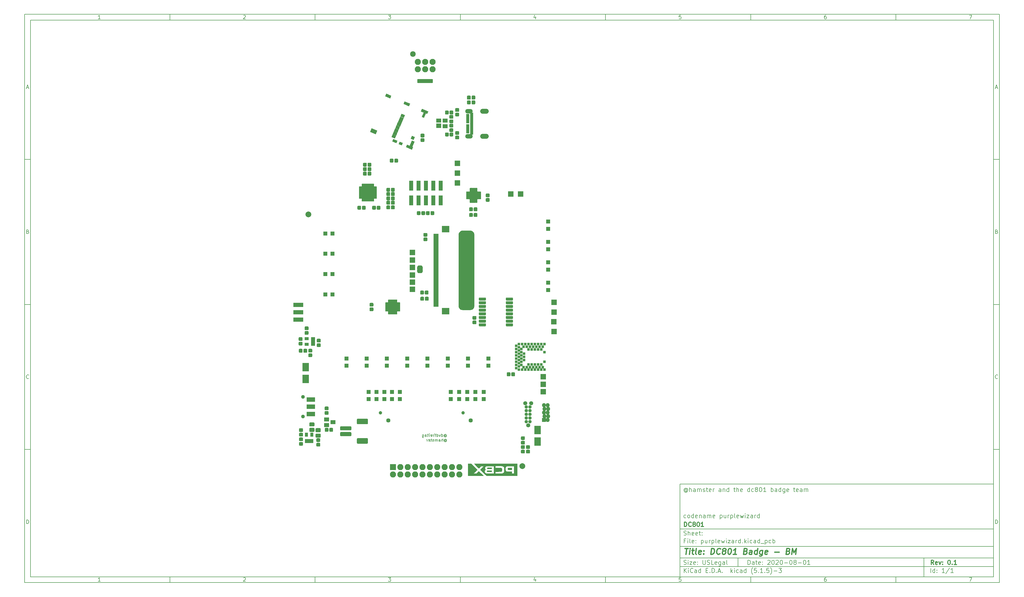
<source format=gbs>
G04 #@! TF.GenerationSoftware,KiCad,Pcbnew,(5.1.5)-3*
G04 #@! TF.CreationDate,2021-01-11T00:29:40-07:00*
G04 #@! TF.ProjectId,purplewizard,70757270-6c65-4776-997a-6172642e6b69,0.1*
G04 #@! TF.SameCoordinates,PX613b810PYa454c00*
G04 #@! TF.FileFunction,Soldermask,Bot*
G04 #@! TF.FilePolarity,Negative*
%FSLAX46Y46*%
G04 Gerber Fmt 4.6, Leading zero omitted, Abs format (unit mm)*
G04 Created by KiCad (PCBNEW (5.1.5)-3) date 2021-01-11 00:29:40*
%MOMM*%
%LPD*%
G04 APERTURE LIST*
%ADD10C,0.100000*%
%ADD11C,0.150000*%
%ADD12C,0.300000*%
%ADD13C,0.400000*%
%ADD14C,0.010000*%
%ADD15R,1.900000X1.900000*%
%ADD16C,2.100000*%
%ADD17O,2.100000X2.100000*%
%ADD18C,1.924000*%
%ADD19C,2.000000*%
%ADD20R,1.700000X0.700000*%
%ADD21R,2.600000X2.200000*%
%ADD22R,2.200000X2.900000*%
%ADD23C,1.300000*%
%ADD24R,2.900000X1.650000*%
%ADD25R,1.800000X1.400000*%
%ADD26R,1.800000X1.600000*%
%ADD27C,1.450000*%
%ADD28C,1.150000*%
%ADD29C,1.385520*%
%ADD30C,1.388060*%
%ADD31C,1.184860*%
%ADD32R,1.460000X1.050000*%
%ADD33R,1.400000X1.400000*%
%ADD34O,1.400000X1.400000*%
%ADD35R,1.050000X1.460000*%
%ADD36R,0.900000X0.900000*%
%ADD37O,3.000000X1.700000*%
%ADD38O,2.600000X1.500000*%
%ADD39R,1.100000X1.400000*%
%ADD40R,1.100000X0.700000*%
%ADD41R,2.100000X2.100000*%
%ADD42R,1.400000X3.400000*%
G04 APERTURE END LIST*
D10*
D11*
X133644400Y413600D02*
X133644400Y-31586400D01*
X241644400Y-31586400D01*
X241644400Y413600D01*
X133644400Y413600D01*
D10*
D11*
X-91955600Y162313600D02*
X-91955600Y-33586400D01*
X243644400Y-33586400D01*
X243644400Y162313600D01*
X-91955600Y162313600D01*
D10*
D11*
X-89955600Y160313600D02*
X-89955600Y-31586400D01*
X241644400Y-31586400D01*
X241644400Y160313600D01*
X-89955600Y160313600D01*
D10*
D11*
X-41955600Y160313600D02*
X-41955600Y162313600D01*
D10*
D11*
X8044400Y160313600D02*
X8044400Y162313600D01*
D10*
D11*
X58044400Y160313600D02*
X58044400Y162313600D01*
D10*
D11*
X108044400Y160313600D02*
X108044400Y162313600D01*
D10*
D11*
X158044400Y160313600D02*
X158044400Y162313600D01*
D10*
D11*
X208044400Y160313600D02*
X208044400Y162313600D01*
D10*
D11*
X-65890124Y160725505D02*
X-66632981Y160725505D01*
X-66261553Y160725505D02*
X-66261553Y162025505D01*
X-66385362Y161839791D01*
X-66509172Y161715981D01*
X-66632981Y161654077D01*
D10*
D11*
X-16632981Y161901696D02*
X-16571077Y161963600D01*
X-16447267Y162025505D01*
X-16137743Y162025505D01*
X-16013934Y161963600D01*
X-15952029Y161901696D01*
X-15890124Y161777886D01*
X-15890124Y161654077D01*
X-15952029Y161468362D01*
X-16694886Y160725505D01*
X-15890124Y160725505D01*
D10*
D11*
X33305114Y162025505D02*
X34109876Y162025505D01*
X33676542Y161530267D01*
X33862257Y161530267D01*
X33986066Y161468362D01*
X34047971Y161406458D01*
X34109876Y161282648D01*
X34109876Y160973124D01*
X34047971Y160849315D01*
X33986066Y160787410D01*
X33862257Y160725505D01*
X33490828Y160725505D01*
X33367019Y160787410D01*
X33305114Y160849315D01*
D10*
D11*
X83986066Y161592172D02*
X83986066Y160725505D01*
X83676542Y162087410D02*
X83367019Y161158839D01*
X84171780Y161158839D01*
D10*
D11*
X134047971Y162025505D02*
X133428923Y162025505D01*
X133367019Y161406458D01*
X133428923Y161468362D01*
X133552733Y161530267D01*
X133862257Y161530267D01*
X133986066Y161468362D01*
X134047971Y161406458D01*
X134109876Y161282648D01*
X134109876Y160973124D01*
X134047971Y160849315D01*
X133986066Y160787410D01*
X133862257Y160725505D01*
X133552733Y160725505D01*
X133428923Y160787410D01*
X133367019Y160849315D01*
D10*
D11*
X183986066Y162025505D02*
X183738447Y162025505D01*
X183614638Y161963600D01*
X183552733Y161901696D01*
X183428923Y161715981D01*
X183367019Y161468362D01*
X183367019Y160973124D01*
X183428923Y160849315D01*
X183490828Y160787410D01*
X183614638Y160725505D01*
X183862257Y160725505D01*
X183986066Y160787410D01*
X184047971Y160849315D01*
X184109876Y160973124D01*
X184109876Y161282648D01*
X184047971Y161406458D01*
X183986066Y161468362D01*
X183862257Y161530267D01*
X183614638Y161530267D01*
X183490828Y161468362D01*
X183428923Y161406458D01*
X183367019Y161282648D01*
D10*
D11*
X233305114Y162025505D02*
X234171780Y162025505D01*
X233614638Y160725505D01*
D10*
D11*
X-41955600Y-31586400D02*
X-41955600Y-33586400D01*
D10*
D11*
X8044400Y-31586400D02*
X8044400Y-33586400D01*
D10*
D11*
X58044400Y-31586400D02*
X58044400Y-33586400D01*
D10*
D11*
X108044400Y-31586400D02*
X108044400Y-33586400D01*
D10*
D11*
X158044400Y-31586400D02*
X158044400Y-33586400D01*
D10*
D11*
X208044400Y-31586400D02*
X208044400Y-33586400D01*
D10*
D11*
X-65890124Y-33174495D02*
X-66632981Y-33174495D01*
X-66261553Y-33174495D02*
X-66261553Y-31874495D01*
X-66385362Y-32060209D01*
X-66509172Y-32184019D01*
X-66632981Y-32245923D01*
D10*
D11*
X-16632981Y-31998304D02*
X-16571077Y-31936400D01*
X-16447267Y-31874495D01*
X-16137743Y-31874495D01*
X-16013934Y-31936400D01*
X-15952029Y-31998304D01*
X-15890124Y-32122114D01*
X-15890124Y-32245923D01*
X-15952029Y-32431638D01*
X-16694886Y-33174495D01*
X-15890124Y-33174495D01*
D10*
D11*
X33305114Y-31874495D02*
X34109876Y-31874495D01*
X33676542Y-32369733D01*
X33862257Y-32369733D01*
X33986066Y-32431638D01*
X34047971Y-32493542D01*
X34109876Y-32617352D01*
X34109876Y-32926876D01*
X34047971Y-33050685D01*
X33986066Y-33112590D01*
X33862257Y-33174495D01*
X33490828Y-33174495D01*
X33367019Y-33112590D01*
X33305114Y-33050685D01*
D10*
D11*
X83986066Y-32307828D02*
X83986066Y-33174495D01*
X83676542Y-31812590D02*
X83367019Y-32741161D01*
X84171780Y-32741161D01*
D10*
D11*
X134047971Y-31874495D02*
X133428923Y-31874495D01*
X133367019Y-32493542D01*
X133428923Y-32431638D01*
X133552733Y-32369733D01*
X133862257Y-32369733D01*
X133986066Y-32431638D01*
X134047971Y-32493542D01*
X134109876Y-32617352D01*
X134109876Y-32926876D01*
X134047971Y-33050685D01*
X133986066Y-33112590D01*
X133862257Y-33174495D01*
X133552733Y-33174495D01*
X133428923Y-33112590D01*
X133367019Y-33050685D01*
D10*
D11*
X183986066Y-31874495D02*
X183738447Y-31874495D01*
X183614638Y-31936400D01*
X183552733Y-31998304D01*
X183428923Y-32184019D01*
X183367019Y-32431638D01*
X183367019Y-32926876D01*
X183428923Y-33050685D01*
X183490828Y-33112590D01*
X183614638Y-33174495D01*
X183862257Y-33174495D01*
X183986066Y-33112590D01*
X184047971Y-33050685D01*
X184109876Y-32926876D01*
X184109876Y-32617352D01*
X184047971Y-32493542D01*
X183986066Y-32431638D01*
X183862257Y-32369733D01*
X183614638Y-32369733D01*
X183490828Y-32431638D01*
X183428923Y-32493542D01*
X183367019Y-32617352D01*
D10*
D11*
X233305114Y-31874495D02*
X234171780Y-31874495D01*
X233614638Y-33174495D01*
D10*
D11*
X-91955600Y112313600D02*
X-89955600Y112313600D01*
D10*
D11*
X-91955600Y62313600D02*
X-89955600Y62313600D01*
D10*
D11*
X-91955600Y12313600D02*
X-89955600Y12313600D01*
D10*
D11*
X-91265124Y137096934D02*
X-90646077Y137096934D01*
X-91388934Y136725505D02*
X-90955600Y138025505D01*
X-90522267Y136725505D01*
D10*
D11*
X-90862743Y87406458D02*
X-90677029Y87344553D01*
X-90615124Y87282648D01*
X-90553220Y87158839D01*
X-90553220Y86973124D01*
X-90615124Y86849315D01*
X-90677029Y86787410D01*
X-90800839Y86725505D01*
X-91296077Y86725505D01*
X-91296077Y88025505D01*
X-90862743Y88025505D01*
X-90738934Y87963600D01*
X-90677029Y87901696D01*
X-90615124Y87777886D01*
X-90615124Y87654077D01*
X-90677029Y87530267D01*
X-90738934Y87468362D01*
X-90862743Y87406458D01*
X-91296077Y87406458D01*
D10*
D11*
X-90553220Y36849315D02*
X-90615124Y36787410D01*
X-90800839Y36725505D01*
X-90924648Y36725505D01*
X-91110362Y36787410D01*
X-91234172Y36911220D01*
X-91296077Y37035029D01*
X-91357981Y37282648D01*
X-91357981Y37468362D01*
X-91296077Y37715981D01*
X-91234172Y37839791D01*
X-91110362Y37963600D01*
X-90924648Y38025505D01*
X-90800839Y38025505D01*
X-90615124Y37963600D01*
X-90553220Y37901696D01*
D10*
D11*
X-91296077Y-13274495D02*
X-91296077Y-11974495D01*
X-90986553Y-11974495D01*
X-90800839Y-12036400D01*
X-90677029Y-12160209D01*
X-90615124Y-12284019D01*
X-90553220Y-12531638D01*
X-90553220Y-12717352D01*
X-90615124Y-12964971D01*
X-90677029Y-13088780D01*
X-90800839Y-13212590D01*
X-90986553Y-13274495D01*
X-91296077Y-13274495D01*
D10*
D11*
X243644400Y112313600D02*
X241644400Y112313600D01*
D10*
D11*
X243644400Y62313600D02*
X241644400Y62313600D01*
D10*
D11*
X243644400Y12313600D02*
X241644400Y12313600D01*
D10*
D11*
X242334876Y137096934D02*
X242953923Y137096934D01*
X242211066Y136725505D02*
X242644400Y138025505D01*
X243077733Y136725505D01*
D10*
D11*
X242737257Y87406458D02*
X242922971Y87344553D01*
X242984876Y87282648D01*
X243046780Y87158839D01*
X243046780Y86973124D01*
X242984876Y86849315D01*
X242922971Y86787410D01*
X242799161Y86725505D01*
X242303923Y86725505D01*
X242303923Y88025505D01*
X242737257Y88025505D01*
X242861066Y87963600D01*
X242922971Y87901696D01*
X242984876Y87777886D01*
X242984876Y87654077D01*
X242922971Y87530267D01*
X242861066Y87468362D01*
X242737257Y87406458D01*
X242303923Y87406458D01*
D10*
D11*
X243046780Y36849315D02*
X242984876Y36787410D01*
X242799161Y36725505D01*
X242675352Y36725505D01*
X242489638Y36787410D01*
X242365828Y36911220D01*
X242303923Y37035029D01*
X242242019Y37282648D01*
X242242019Y37468362D01*
X242303923Y37715981D01*
X242365828Y37839791D01*
X242489638Y37963600D01*
X242675352Y38025505D01*
X242799161Y38025505D01*
X242984876Y37963600D01*
X243046780Y37901696D01*
D10*
D11*
X242303923Y-13274495D02*
X242303923Y-11974495D01*
X242613447Y-11974495D01*
X242799161Y-12036400D01*
X242922971Y-12160209D01*
X242984876Y-12284019D01*
X243046780Y-12531638D01*
X243046780Y-12717352D01*
X242984876Y-12964971D01*
X242922971Y-13088780D01*
X242799161Y-13212590D01*
X242613447Y-13274495D01*
X242303923Y-13274495D01*
D10*
D11*
X157076542Y-27364971D02*
X157076542Y-25864971D01*
X157433685Y-25864971D01*
X157647971Y-25936400D01*
X157790828Y-26079257D01*
X157862257Y-26222114D01*
X157933685Y-26507828D01*
X157933685Y-26722114D01*
X157862257Y-27007828D01*
X157790828Y-27150685D01*
X157647971Y-27293542D01*
X157433685Y-27364971D01*
X157076542Y-27364971D01*
X159219400Y-27364971D02*
X159219400Y-26579257D01*
X159147971Y-26436400D01*
X159005114Y-26364971D01*
X158719400Y-26364971D01*
X158576542Y-26436400D01*
X159219400Y-27293542D02*
X159076542Y-27364971D01*
X158719400Y-27364971D01*
X158576542Y-27293542D01*
X158505114Y-27150685D01*
X158505114Y-27007828D01*
X158576542Y-26864971D01*
X158719400Y-26793542D01*
X159076542Y-26793542D01*
X159219400Y-26722114D01*
X159719400Y-26364971D02*
X160290828Y-26364971D01*
X159933685Y-25864971D02*
X159933685Y-27150685D01*
X160005114Y-27293542D01*
X160147971Y-27364971D01*
X160290828Y-27364971D01*
X161362257Y-27293542D02*
X161219400Y-27364971D01*
X160933685Y-27364971D01*
X160790828Y-27293542D01*
X160719400Y-27150685D01*
X160719400Y-26579257D01*
X160790828Y-26436400D01*
X160933685Y-26364971D01*
X161219400Y-26364971D01*
X161362257Y-26436400D01*
X161433685Y-26579257D01*
X161433685Y-26722114D01*
X160719400Y-26864971D01*
X162076542Y-27222114D02*
X162147971Y-27293542D01*
X162076542Y-27364971D01*
X162005114Y-27293542D01*
X162076542Y-27222114D01*
X162076542Y-27364971D01*
X162076542Y-26436400D02*
X162147971Y-26507828D01*
X162076542Y-26579257D01*
X162005114Y-26507828D01*
X162076542Y-26436400D01*
X162076542Y-26579257D01*
X163862257Y-26007828D02*
X163933685Y-25936400D01*
X164076542Y-25864971D01*
X164433685Y-25864971D01*
X164576542Y-25936400D01*
X164647971Y-26007828D01*
X164719400Y-26150685D01*
X164719400Y-26293542D01*
X164647971Y-26507828D01*
X163790828Y-27364971D01*
X164719400Y-27364971D01*
X165647971Y-25864971D02*
X165790828Y-25864971D01*
X165933685Y-25936400D01*
X166005114Y-26007828D01*
X166076542Y-26150685D01*
X166147971Y-26436400D01*
X166147971Y-26793542D01*
X166076542Y-27079257D01*
X166005114Y-27222114D01*
X165933685Y-27293542D01*
X165790828Y-27364971D01*
X165647971Y-27364971D01*
X165505114Y-27293542D01*
X165433685Y-27222114D01*
X165362257Y-27079257D01*
X165290828Y-26793542D01*
X165290828Y-26436400D01*
X165362257Y-26150685D01*
X165433685Y-26007828D01*
X165505114Y-25936400D01*
X165647971Y-25864971D01*
X166719400Y-26007828D02*
X166790828Y-25936400D01*
X166933685Y-25864971D01*
X167290828Y-25864971D01*
X167433685Y-25936400D01*
X167505114Y-26007828D01*
X167576542Y-26150685D01*
X167576542Y-26293542D01*
X167505114Y-26507828D01*
X166647971Y-27364971D01*
X167576542Y-27364971D01*
X168505114Y-25864971D02*
X168647971Y-25864971D01*
X168790828Y-25936400D01*
X168862257Y-26007828D01*
X168933685Y-26150685D01*
X169005114Y-26436400D01*
X169005114Y-26793542D01*
X168933685Y-27079257D01*
X168862257Y-27222114D01*
X168790828Y-27293542D01*
X168647971Y-27364971D01*
X168505114Y-27364971D01*
X168362257Y-27293542D01*
X168290828Y-27222114D01*
X168219400Y-27079257D01*
X168147971Y-26793542D01*
X168147971Y-26436400D01*
X168219400Y-26150685D01*
X168290828Y-26007828D01*
X168362257Y-25936400D01*
X168505114Y-25864971D01*
X169647971Y-26793542D02*
X170790828Y-26793542D01*
X171790828Y-25864971D02*
X171933685Y-25864971D01*
X172076542Y-25936400D01*
X172147971Y-26007828D01*
X172219400Y-26150685D01*
X172290828Y-26436400D01*
X172290828Y-26793542D01*
X172219400Y-27079257D01*
X172147971Y-27222114D01*
X172076542Y-27293542D01*
X171933685Y-27364971D01*
X171790828Y-27364971D01*
X171647971Y-27293542D01*
X171576542Y-27222114D01*
X171505114Y-27079257D01*
X171433685Y-26793542D01*
X171433685Y-26436400D01*
X171505114Y-26150685D01*
X171576542Y-26007828D01*
X171647971Y-25936400D01*
X171790828Y-25864971D01*
X173147971Y-26507828D02*
X173005114Y-26436400D01*
X172933685Y-26364971D01*
X172862257Y-26222114D01*
X172862257Y-26150685D01*
X172933685Y-26007828D01*
X173005114Y-25936400D01*
X173147971Y-25864971D01*
X173433685Y-25864971D01*
X173576542Y-25936400D01*
X173647971Y-26007828D01*
X173719400Y-26150685D01*
X173719400Y-26222114D01*
X173647971Y-26364971D01*
X173576542Y-26436400D01*
X173433685Y-26507828D01*
X173147971Y-26507828D01*
X173005114Y-26579257D01*
X172933685Y-26650685D01*
X172862257Y-26793542D01*
X172862257Y-27079257D01*
X172933685Y-27222114D01*
X173005114Y-27293542D01*
X173147971Y-27364971D01*
X173433685Y-27364971D01*
X173576542Y-27293542D01*
X173647971Y-27222114D01*
X173719400Y-27079257D01*
X173719400Y-26793542D01*
X173647971Y-26650685D01*
X173576542Y-26579257D01*
X173433685Y-26507828D01*
X174362257Y-26793542D02*
X175505114Y-26793542D01*
X176505114Y-25864971D02*
X176647971Y-25864971D01*
X176790828Y-25936400D01*
X176862257Y-26007828D01*
X176933685Y-26150685D01*
X177005114Y-26436400D01*
X177005114Y-26793542D01*
X176933685Y-27079257D01*
X176862257Y-27222114D01*
X176790828Y-27293542D01*
X176647971Y-27364971D01*
X176505114Y-27364971D01*
X176362257Y-27293542D01*
X176290828Y-27222114D01*
X176219400Y-27079257D01*
X176147971Y-26793542D01*
X176147971Y-26436400D01*
X176219400Y-26150685D01*
X176290828Y-26007828D01*
X176362257Y-25936400D01*
X176505114Y-25864971D01*
X178433685Y-27364971D02*
X177576542Y-27364971D01*
X178005114Y-27364971D02*
X178005114Y-25864971D01*
X177862257Y-26079257D01*
X177719400Y-26222114D01*
X177576542Y-26293542D01*
D10*
D11*
X133644400Y-28086400D02*
X241644400Y-28086400D01*
D10*
D11*
X135076542Y-30164971D02*
X135076542Y-28664971D01*
X135933685Y-30164971D02*
X135290828Y-29307828D01*
X135933685Y-28664971D02*
X135076542Y-29522114D01*
X136576542Y-30164971D02*
X136576542Y-29164971D01*
X136576542Y-28664971D02*
X136505114Y-28736400D01*
X136576542Y-28807828D01*
X136647971Y-28736400D01*
X136576542Y-28664971D01*
X136576542Y-28807828D01*
X138147971Y-30022114D02*
X138076542Y-30093542D01*
X137862257Y-30164971D01*
X137719400Y-30164971D01*
X137505114Y-30093542D01*
X137362257Y-29950685D01*
X137290828Y-29807828D01*
X137219400Y-29522114D01*
X137219400Y-29307828D01*
X137290828Y-29022114D01*
X137362257Y-28879257D01*
X137505114Y-28736400D01*
X137719400Y-28664971D01*
X137862257Y-28664971D01*
X138076542Y-28736400D01*
X138147971Y-28807828D01*
X139433685Y-30164971D02*
X139433685Y-29379257D01*
X139362257Y-29236400D01*
X139219400Y-29164971D01*
X138933685Y-29164971D01*
X138790828Y-29236400D01*
X139433685Y-30093542D02*
X139290828Y-30164971D01*
X138933685Y-30164971D01*
X138790828Y-30093542D01*
X138719400Y-29950685D01*
X138719400Y-29807828D01*
X138790828Y-29664971D01*
X138933685Y-29593542D01*
X139290828Y-29593542D01*
X139433685Y-29522114D01*
X140790828Y-30164971D02*
X140790828Y-28664971D01*
X140790828Y-30093542D02*
X140647971Y-30164971D01*
X140362257Y-30164971D01*
X140219400Y-30093542D01*
X140147971Y-30022114D01*
X140076542Y-29879257D01*
X140076542Y-29450685D01*
X140147971Y-29307828D01*
X140219400Y-29236400D01*
X140362257Y-29164971D01*
X140647971Y-29164971D01*
X140790828Y-29236400D01*
X142647971Y-29379257D02*
X143147971Y-29379257D01*
X143362257Y-30164971D02*
X142647971Y-30164971D01*
X142647971Y-28664971D01*
X143362257Y-28664971D01*
X144005114Y-30022114D02*
X144076542Y-30093542D01*
X144005114Y-30164971D01*
X143933685Y-30093542D01*
X144005114Y-30022114D01*
X144005114Y-30164971D01*
X144719400Y-30164971D02*
X144719400Y-28664971D01*
X145076542Y-28664971D01*
X145290828Y-28736400D01*
X145433685Y-28879257D01*
X145505114Y-29022114D01*
X145576542Y-29307828D01*
X145576542Y-29522114D01*
X145505114Y-29807828D01*
X145433685Y-29950685D01*
X145290828Y-30093542D01*
X145076542Y-30164971D01*
X144719400Y-30164971D01*
X146219400Y-30022114D02*
X146290828Y-30093542D01*
X146219400Y-30164971D01*
X146147971Y-30093542D01*
X146219400Y-30022114D01*
X146219400Y-30164971D01*
X146862257Y-29736400D02*
X147576542Y-29736400D01*
X146719400Y-30164971D02*
X147219400Y-28664971D01*
X147719400Y-30164971D01*
X148219400Y-30022114D02*
X148290828Y-30093542D01*
X148219400Y-30164971D01*
X148147971Y-30093542D01*
X148219400Y-30022114D01*
X148219400Y-30164971D01*
X151219400Y-30164971D02*
X151219400Y-28664971D01*
X151362257Y-29593542D02*
X151790828Y-30164971D01*
X151790828Y-29164971D02*
X151219400Y-29736400D01*
X152433685Y-30164971D02*
X152433685Y-29164971D01*
X152433685Y-28664971D02*
X152362257Y-28736400D01*
X152433685Y-28807828D01*
X152505114Y-28736400D01*
X152433685Y-28664971D01*
X152433685Y-28807828D01*
X153790828Y-30093542D02*
X153647971Y-30164971D01*
X153362257Y-30164971D01*
X153219400Y-30093542D01*
X153147971Y-30022114D01*
X153076542Y-29879257D01*
X153076542Y-29450685D01*
X153147971Y-29307828D01*
X153219400Y-29236400D01*
X153362257Y-29164971D01*
X153647971Y-29164971D01*
X153790828Y-29236400D01*
X155076542Y-30164971D02*
X155076542Y-29379257D01*
X155005114Y-29236400D01*
X154862257Y-29164971D01*
X154576542Y-29164971D01*
X154433685Y-29236400D01*
X155076542Y-30093542D02*
X154933685Y-30164971D01*
X154576542Y-30164971D01*
X154433685Y-30093542D01*
X154362257Y-29950685D01*
X154362257Y-29807828D01*
X154433685Y-29664971D01*
X154576542Y-29593542D01*
X154933685Y-29593542D01*
X155076542Y-29522114D01*
X156433685Y-30164971D02*
X156433685Y-28664971D01*
X156433685Y-30093542D02*
X156290828Y-30164971D01*
X156005114Y-30164971D01*
X155862257Y-30093542D01*
X155790828Y-30022114D01*
X155719400Y-29879257D01*
X155719400Y-29450685D01*
X155790828Y-29307828D01*
X155862257Y-29236400D01*
X156005114Y-29164971D01*
X156290828Y-29164971D01*
X156433685Y-29236400D01*
X158719400Y-30736400D02*
X158647971Y-30664971D01*
X158505114Y-30450685D01*
X158433685Y-30307828D01*
X158362257Y-30093542D01*
X158290828Y-29736400D01*
X158290828Y-29450685D01*
X158362257Y-29093542D01*
X158433685Y-28879257D01*
X158505114Y-28736400D01*
X158647971Y-28522114D01*
X158719400Y-28450685D01*
X160005114Y-28664971D02*
X159290828Y-28664971D01*
X159219400Y-29379257D01*
X159290828Y-29307828D01*
X159433685Y-29236400D01*
X159790828Y-29236400D01*
X159933685Y-29307828D01*
X160005114Y-29379257D01*
X160076542Y-29522114D01*
X160076542Y-29879257D01*
X160005114Y-30022114D01*
X159933685Y-30093542D01*
X159790828Y-30164971D01*
X159433685Y-30164971D01*
X159290828Y-30093542D01*
X159219400Y-30022114D01*
X160719400Y-30022114D02*
X160790828Y-30093542D01*
X160719400Y-30164971D01*
X160647971Y-30093542D01*
X160719400Y-30022114D01*
X160719400Y-30164971D01*
X162219400Y-30164971D02*
X161362257Y-30164971D01*
X161790828Y-30164971D02*
X161790828Y-28664971D01*
X161647971Y-28879257D01*
X161505114Y-29022114D01*
X161362257Y-29093542D01*
X162862257Y-30022114D02*
X162933685Y-30093542D01*
X162862257Y-30164971D01*
X162790828Y-30093542D01*
X162862257Y-30022114D01*
X162862257Y-30164971D01*
X164290828Y-28664971D02*
X163576542Y-28664971D01*
X163505114Y-29379257D01*
X163576542Y-29307828D01*
X163719400Y-29236400D01*
X164076542Y-29236400D01*
X164219400Y-29307828D01*
X164290828Y-29379257D01*
X164362257Y-29522114D01*
X164362257Y-29879257D01*
X164290828Y-30022114D01*
X164219400Y-30093542D01*
X164076542Y-30164971D01*
X163719400Y-30164971D01*
X163576542Y-30093542D01*
X163505114Y-30022114D01*
X164862257Y-30736400D02*
X164933685Y-30664971D01*
X165076542Y-30450685D01*
X165147971Y-30307828D01*
X165219400Y-30093542D01*
X165290828Y-29736400D01*
X165290828Y-29450685D01*
X165219400Y-29093542D01*
X165147971Y-28879257D01*
X165076542Y-28736400D01*
X164933685Y-28522114D01*
X164862257Y-28450685D01*
X166005114Y-29593542D02*
X167147971Y-29593542D01*
X167719400Y-28664971D02*
X168647971Y-28664971D01*
X168147971Y-29236400D01*
X168362257Y-29236400D01*
X168505114Y-29307828D01*
X168576542Y-29379257D01*
X168647971Y-29522114D01*
X168647971Y-29879257D01*
X168576542Y-30022114D01*
X168505114Y-30093542D01*
X168362257Y-30164971D01*
X167933685Y-30164971D01*
X167790828Y-30093542D01*
X167719400Y-30022114D01*
D10*
D11*
X133644400Y-25086400D02*
X241644400Y-25086400D01*
D10*
D12*
X221053685Y-27364971D02*
X220553685Y-26650685D01*
X220196542Y-27364971D02*
X220196542Y-25864971D01*
X220767971Y-25864971D01*
X220910828Y-25936400D01*
X220982257Y-26007828D01*
X221053685Y-26150685D01*
X221053685Y-26364971D01*
X220982257Y-26507828D01*
X220910828Y-26579257D01*
X220767971Y-26650685D01*
X220196542Y-26650685D01*
X222267971Y-27293542D02*
X222125114Y-27364971D01*
X221839400Y-27364971D01*
X221696542Y-27293542D01*
X221625114Y-27150685D01*
X221625114Y-26579257D01*
X221696542Y-26436400D01*
X221839400Y-26364971D01*
X222125114Y-26364971D01*
X222267971Y-26436400D01*
X222339400Y-26579257D01*
X222339400Y-26722114D01*
X221625114Y-26864971D01*
X222839400Y-26364971D02*
X223196542Y-27364971D01*
X223553685Y-26364971D01*
X224125114Y-27222114D02*
X224196542Y-27293542D01*
X224125114Y-27364971D01*
X224053685Y-27293542D01*
X224125114Y-27222114D01*
X224125114Y-27364971D01*
X224125114Y-26436400D02*
X224196542Y-26507828D01*
X224125114Y-26579257D01*
X224053685Y-26507828D01*
X224125114Y-26436400D01*
X224125114Y-26579257D01*
X226267971Y-25864971D02*
X226410828Y-25864971D01*
X226553685Y-25936400D01*
X226625114Y-26007828D01*
X226696542Y-26150685D01*
X226767971Y-26436400D01*
X226767971Y-26793542D01*
X226696542Y-27079257D01*
X226625114Y-27222114D01*
X226553685Y-27293542D01*
X226410828Y-27364971D01*
X226267971Y-27364971D01*
X226125114Y-27293542D01*
X226053685Y-27222114D01*
X225982257Y-27079257D01*
X225910828Y-26793542D01*
X225910828Y-26436400D01*
X225982257Y-26150685D01*
X226053685Y-26007828D01*
X226125114Y-25936400D01*
X226267971Y-25864971D01*
X227410828Y-27222114D02*
X227482257Y-27293542D01*
X227410828Y-27364971D01*
X227339400Y-27293542D01*
X227410828Y-27222114D01*
X227410828Y-27364971D01*
X228910828Y-27364971D02*
X228053685Y-27364971D01*
X228482257Y-27364971D02*
X228482257Y-25864971D01*
X228339400Y-26079257D01*
X228196542Y-26222114D01*
X228053685Y-26293542D01*
D10*
D11*
X135005114Y-27293542D02*
X135219400Y-27364971D01*
X135576542Y-27364971D01*
X135719400Y-27293542D01*
X135790828Y-27222114D01*
X135862257Y-27079257D01*
X135862257Y-26936400D01*
X135790828Y-26793542D01*
X135719400Y-26722114D01*
X135576542Y-26650685D01*
X135290828Y-26579257D01*
X135147971Y-26507828D01*
X135076542Y-26436400D01*
X135005114Y-26293542D01*
X135005114Y-26150685D01*
X135076542Y-26007828D01*
X135147971Y-25936400D01*
X135290828Y-25864971D01*
X135647971Y-25864971D01*
X135862257Y-25936400D01*
X136505114Y-27364971D02*
X136505114Y-26364971D01*
X136505114Y-25864971D02*
X136433685Y-25936400D01*
X136505114Y-26007828D01*
X136576542Y-25936400D01*
X136505114Y-25864971D01*
X136505114Y-26007828D01*
X137076542Y-26364971D02*
X137862257Y-26364971D01*
X137076542Y-27364971D01*
X137862257Y-27364971D01*
X139005114Y-27293542D02*
X138862257Y-27364971D01*
X138576542Y-27364971D01*
X138433685Y-27293542D01*
X138362257Y-27150685D01*
X138362257Y-26579257D01*
X138433685Y-26436400D01*
X138576542Y-26364971D01*
X138862257Y-26364971D01*
X139005114Y-26436400D01*
X139076542Y-26579257D01*
X139076542Y-26722114D01*
X138362257Y-26864971D01*
X139719400Y-27222114D02*
X139790828Y-27293542D01*
X139719400Y-27364971D01*
X139647971Y-27293542D01*
X139719400Y-27222114D01*
X139719400Y-27364971D01*
X139719400Y-26436400D02*
X139790828Y-26507828D01*
X139719400Y-26579257D01*
X139647971Y-26507828D01*
X139719400Y-26436400D01*
X139719400Y-26579257D01*
X141576542Y-25864971D02*
X141576542Y-27079257D01*
X141647971Y-27222114D01*
X141719400Y-27293542D01*
X141862257Y-27364971D01*
X142147971Y-27364971D01*
X142290828Y-27293542D01*
X142362257Y-27222114D01*
X142433685Y-27079257D01*
X142433685Y-25864971D01*
X143076542Y-27293542D02*
X143290828Y-27364971D01*
X143647971Y-27364971D01*
X143790828Y-27293542D01*
X143862257Y-27222114D01*
X143933685Y-27079257D01*
X143933685Y-26936400D01*
X143862257Y-26793542D01*
X143790828Y-26722114D01*
X143647971Y-26650685D01*
X143362257Y-26579257D01*
X143219400Y-26507828D01*
X143147971Y-26436400D01*
X143076542Y-26293542D01*
X143076542Y-26150685D01*
X143147971Y-26007828D01*
X143219400Y-25936400D01*
X143362257Y-25864971D01*
X143719400Y-25864971D01*
X143933685Y-25936400D01*
X145290828Y-27364971D02*
X144576542Y-27364971D01*
X144576542Y-25864971D01*
X146362257Y-27293542D02*
X146219400Y-27364971D01*
X145933685Y-27364971D01*
X145790828Y-27293542D01*
X145719400Y-27150685D01*
X145719400Y-26579257D01*
X145790828Y-26436400D01*
X145933685Y-26364971D01*
X146219400Y-26364971D01*
X146362257Y-26436400D01*
X146433685Y-26579257D01*
X146433685Y-26722114D01*
X145719400Y-26864971D01*
X147719400Y-26364971D02*
X147719400Y-27579257D01*
X147647971Y-27722114D01*
X147576542Y-27793542D01*
X147433685Y-27864971D01*
X147219400Y-27864971D01*
X147076542Y-27793542D01*
X147719400Y-27293542D02*
X147576542Y-27364971D01*
X147290828Y-27364971D01*
X147147971Y-27293542D01*
X147076542Y-27222114D01*
X147005114Y-27079257D01*
X147005114Y-26650685D01*
X147076542Y-26507828D01*
X147147971Y-26436400D01*
X147290828Y-26364971D01*
X147576542Y-26364971D01*
X147719400Y-26436400D01*
X149076542Y-27364971D02*
X149076542Y-26579257D01*
X149005114Y-26436400D01*
X148862257Y-26364971D01*
X148576542Y-26364971D01*
X148433685Y-26436400D01*
X149076542Y-27293542D02*
X148933685Y-27364971D01*
X148576542Y-27364971D01*
X148433685Y-27293542D01*
X148362257Y-27150685D01*
X148362257Y-27007828D01*
X148433685Y-26864971D01*
X148576542Y-26793542D01*
X148933685Y-26793542D01*
X149076542Y-26722114D01*
X150005114Y-27364971D02*
X149862257Y-27293542D01*
X149790828Y-27150685D01*
X149790828Y-25864971D01*
D10*
D11*
X220076542Y-30164971D02*
X220076542Y-28664971D01*
X221433685Y-30164971D02*
X221433685Y-28664971D01*
X221433685Y-30093542D02*
X221290828Y-30164971D01*
X221005114Y-30164971D01*
X220862257Y-30093542D01*
X220790828Y-30022114D01*
X220719400Y-29879257D01*
X220719400Y-29450685D01*
X220790828Y-29307828D01*
X220862257Y-29236400D01*
X221005114Y-29164971D01*
X221290828Y-29164971D01*
X221433685Y-29236400D01*
X222147971Y-30022114D02*
X222219400Y-30093542D01*
X222147971Y-30164971D01*
X222076542Y-30093542D01*
X222147971Y-30022114D01*
X222147971Y-30164971D01*
X222147971Y-29236400D02*
X222219400Y-29307828D01*
X222147971Y-29379257D01*
X222076542Y-29307828D01*
X222147971Y-29236400D01*
X222147971Y-29379257D01*
X224790828Y-30164971D02*
X223933685Y-30164971D01*
X224362257Y-30164971D02*
X224362257Y-28664971D01*
X224219400Y-28879257D01*
X224076542Y-29022114D01*
X223933685Y-29093542D01*
X226505114Y-28593542D02*
X225219400Y-30522114D01*
X227790828Y-30164971D02*
X226933685Y-30164971D01*
X227362257Y-30164971D02*
X227362257Y-28664971D01*
X227219400Y-28879257D01*
X227076542Y-29022114D01*
X226933685Y-29093542D01*
D10*
D11*
X133644400Y-21086400D02*
X241644400Y-21086400D01*
D10*
D13*
X135356780Y-21791161D02*
X136499638Y-21791161D01*
X135678209Y-23791161D02*
X135928209Y-21791161D01*
X136916304Y-23791161D02*
X137082971Y-22457828D01*
X137166304Y-21791161D02*
X137059161Y-21886400D01*
X137142495Y-21981638D01*
X137249638Y-21886400D01*
X137166304Y-21791161D01*
X137142495Y-21981638D01*
X137749638Y-22457828D02*
X138511542Y-22457828D01*
X138118685Y-21791161D02*
X137904400Y-23505447D01*
X137975828Y-23695923D01*
X138154400Y-23791161D01*
X138344876Y-23791161D01*
X139297257Y-23791161D02*
X139118685Y-23695923D01*
X139047257Y-23505447D01*
X139261542Y-21791161D01*
X140832971Y-23695923D02*
X140630590Y-23791161D01*
X140249638Y-23791161D01*
X140071066Y-23695923D01*
X139999638Y-23505447D01*
X140094876Y-22743542D01*
X140213923Y-22553066D01*
X140416304Y-22457828D01*
X140797257Y-22457828D01*
X140975828Y-22553066D01*
X141047257Y-22743542D01*
X141023447Y-22934019D01*
X140047257Y-23124495D01*
X141797257Y-23600685D02*
X141880590Y-23695923D01*
X141773447Y-23791161D01*
X141690114Y-23695923D01*
X141797257Y-23600685D01*
X141773447Y-23791161D01*
X141928209Y-22553066D02*
X142011542Y-22648304D01*
X141904400Y-22743542D01*
X141821066Y-22648304D01*
X141928209Y-22553066D01*
X141904400Y-22743542D01*
X144249638Y-23791161D02*
X144499638Y-21791161D01*
X144975828Y-21791161D01*
X145249638Y-21886400D01*
X145416304Y-22076876D01*
X145487733Y-22267352D01*
X145535352Y-22648304D01*
X145499638Y-22934019D01*
X145356780Y-23314971D01*
X145237733Y-23505447D01*
X145023447Y-23695923D01*
X144725828Y-23791161D01*
X144249638Y-23791161D01*
X147416304Y-23600685D02*
X147309161Y-23695923D01*
X147011542Y-23791161D01*
X146821066Y-23791161D01*
X146547257Y-23695923D01*
X146380590Y-23505447D01*
X146309161Y-23314971D01*
X146261542Y-22934019D01*
X146297257Y-22648304D01*
X146440114Y-22267352D01*
X146559161Y-22076876D01*
X146773447Y-21886400D01*
X147071066Y-21791161D01*
X147261542Y-21791161D01*
X147535352Y-21886400D01*
X147618685Y-21981638D01*
X148678209Y-22648304D02*
X148499638Y-22553066D01*
X148416304Y-22457828D01*
X148344876Y-22267352D01*
X148356780Y-22172114D01*
X148475828Y-21981638D01*
X148582971Y-21886400D01*
X148785352Y-21791161D01*
X149166304Y-21791161D01*
X149344876Y-21886400D01*
X149428209Y-21981638D01*
X149499638Y-22172114D01*
X149487733Y-22267352D01*
X149368685Y-22457828D01*
X149261542Y-22553066D01*
X149059161Y-22648304D01*
X148678209Y-22648304D01*
X148475828Y-22743542D01*
X148368685Y-22838780D01*
X148249638Y-23029257D01*
X148202019Y-23410209D01*
X148273447Y-23600685D01*
X148356780Y-23695923D01*
X148535352Y-23791161D01*
X148916304Y-23791161D01*
X149118685Y-23695923D01*
X149225828Y-23600685D01*
X149344876Y-23410209D01*
X149392495Y-23029257D01*
X149321066Y-22838780D01*
X149237733Y-22743542D01*
X149059161Y-22648304D01*
X150785352Y-21791161D02*
X150975828Y-21791161D01*
X151154400Y-21886400D01*
X151237733Y-21981638D01*
X151309161Y-22172114D01*
X151356780Y-22553066D01*
X151297257Y-23029257D01*
X151154400Y-23410209D01*
X151035352Y-23600685D01*
X150928209Y-23695923D01*
X150725828Y-23791161D01*
X150535352Y-23791161D01*
X150356780Y-23695923D01*
X150273447Y-23600685D01*
X150202019Y-23410209D01*
X150154400Y-23029257D01*
X150213923Y-22553066D01*
X150356780Y-22172114D01*
X150475828Y-21981638D01*
X150582971Y-21886400D01*
X150785352Y-21791161D01*
X153106780Y-23791161D02*
X151963923Y-23791161D01*
X152535352Y-23791161D02*
X152785352Y-21791161D01*
X152559161Y-22076876D01*
X152344876Y-22267352D01*
X152142495Y-22362590D01*
X156285352Y-22743542D02*
X156559161Y-22838780D01*
X156642495Y-22934019D01*
X156713923Y-23124495D01*
X156678209Y-23410209D01*
X156559161Y-23600685D01*
X156452019Y-23695923D01*
X156249638Y-23791161D01*
X155487733Y-23791161D01*
X155737733Y-21791161D01*
X156404400Y-21791161D01*
X156582971Y-21886400D01*
X156666304Y-21981638D01*
X156737733Y-22172114D01*
X156713923Y-22362590D01*
X156594876Y-22553066D01*
X156487733Y-22648304D01*
X156285352Y-22743542D01*
X155618685Y-22743542D01*
X158344876Y-23791161D02*
X158475828Y-22743542D01*
X158404400Y-22553066D01*
X158225828Y-22457828D01*
X157844876Y-22457828D01*
X157642495Y-22553066D01*
X158356780Y-23695923D02*
X158154400Y-23791161D01*
X157678209Y-23791161D01*
X157499638Y-23695923D01*
X157428209Y-23505447D01*
X157452019Y-23314971D01*
X157571066Y-23124495D01*
X157773447Y-23029257D01*
X158249638Y-23029257D01*
X158452019Y-22934019D01*
X160154400Y-23791161D02*
X160404400Y-21791161D01*
X160166304Y-23695923D02*
X159963923Y-23791161D01*
X159582971Y-23791161D01*
X159404400Y-23695923D01*
X159321066Y-23600685D01*
X159249638Y-23410209D01*
X159321066Y-22838780D01*
X159440114Y-22648304D01*
X159547257Y-22553066D01*
X159749638Y-22457828D01*
X160130590Y-22457828D01*
X160309161Y-22553066D01*
X162130590Y-22457828D02*
X161928209Y-24076876D01*
X161809161Y-24267352D01*
X161702019Y-24362590D01*
X161499638Y-24457828D01*
X161213923Y-24457828D01*
X161035352Y-24362590D01*
X161975828Y-23695923D02*
X161773447Y-23791161D01*
X161392495Y-23791161D01*
X161213923Y-23695923D01*
X161130590Y-23600685D01*
X161059161Y-23410209D01*
X161130590Y-22838780D01*
X161249638Y-22648304D01*
X161356780Y-22553066D01*
X161559161Y-22457828D01*
X161940114Y-22457828D01*
X162118685Y-22553066D01*
X163690114Y-23695923D02*
X163487733Y-23791161D01*
X163106780Y-23791161D01*
X162928209Y-23695923D01*
X162856780Y-23505447D01*
X162952019Y-22743542D01*
X163071066Y-22553066D01*
X163273447Y-22457828D01*
X163654400Y-22457828D01*
X163832971Y-22553066D01*
X163904400Y-22743542D01*
X163880590Y-22934019D01*
X162904400Y-23124495D01*
X166249638Y-23029257D02*
X167773447Y-23029257D01*
X170952019Y-22743542D02*
X171225828Y-22838780D01*
X171309161Y-22934019D01*
X171380590Y-23124495D01*
X171344876Y-23410209D01*
X171225828Y-23600685D01*
X171118685Y-23695923D01*
X170916304Y-23791161D01*
X170154400Y-23791161D01*
X170404400Y-21791161D01*
X171071066Y-21791161D01*
X171249638Y-21886400D01*
X171332971Y-21981638D01*
X171404400Y-22172114D01*
X171380590Y-22362590D01*
X171261542Y-22553066D01*
X171154400Y-22648304D01*
X170952019Y-22743542D01*
X170285352Y-22743542D01*
X172154400Y-23791161D02*
X172404400Y-21791161D01*
X172892495Y-23219733D01*
X173737733Y-21791161D01*
X173487733Y-23791161D01*
D10*
D11*
X135576542Y-19179257D02*
X135076542Y-19179257D01*
X135076542Y-19964971D02*
X135076542Y-18464971D01*
X135790828Y-18464971D01*
X136362257Y-19964971D02*
X136362257Y-18964971D01*
X136362257Y-18464971D02*
X136290828Y-18536400D01*
X136362257Y-18607828D01*
X136433685Y-18536400D01*
X136362257Y-18464971D01*
X136362257Y-18607828D01*
X137290828Y-19964971D02*
X137147971Y-19893542D01*
X137076542Y-19750685D01*
X137076542Y-18464971D01*
X138433685Y-19893542D02*
X138290828Y-19964971D01*
X138005114Y-19964971D01*
X137862257Y-19893542D01*
X137790828Y-19750685D01*
X137790828Y-19179257D01*
X137862257Y-19036400D01*
X138005114Y-18964971D01*
X138290828Y-18964971D01*
X138433685Y-19036400D01*
X138505114Y-19179257D01*
X138505114Y-19322114D01*
X137790828Y-19464971D01*
X139147971Y-19822114D02*
X139219400Y-19893542D01*
X139147971Y-19964971D01*
X139076542Y-19893542D01*
X139147971Y-19822114D01*
X139147971Y-19964971D01*
X139147971Y-19036400D02*
X139219400Y-19107828D01*
X139147971Y-19179257D01*
X139076542Y-19107828D01*
X139147971Y-19036400D01*
X139147971Y-19179257D01*
X141005114Y-18964971D02*
X141005114Y-20464971D01*
X141005114Y-19036400D02*
X141147971Y-18964971D01*
X141433685Y-18964971D01*
X141576542Y-19036400D01*
X141647971Y-19107828D01*
X141719400Y-19250685D01*
X141719400Y-19679257D01*
X141647971Y-19822114D01*
X141576542Y-19893542D01*
X141433685Y-19964971D01*
X141147971Y-19964971D01*
X141005114Y-19893542D01*
X143005114Y-18964971D02*
X143005114Y-19964971D01*
X142362257Y-18964971D02*
X142362257Y-19750685D01*
X142433685Y-19893542D01*
X142576542Y-19964971D01*
X142790828Y-19964971D01*
X142933685Y-19893542D01*
X143005114Y-19822114D01*
X143719400Y-19964971D02*
X143719400Y-18964971D01*
X143719400Y-19250685D02*
X143790828Y-19107828D01*
X143862257Y-19036400D01*
X144005114Y-18964971D01*
X144147971Y-18964971D01*
X144647971Y-18964971D02*
X144647971Y-20464971D01*
X144647971Y-19036400D02*
X144790828Y-18964971D01*
X145076542Y-18964971D01*
X145219400Y-19036400D01*
X145290828Y-19107828D01*
X145362257Y-19250685D01*
X145362257Y-19679257D01*
X145290828Y-19822114D01*
X145219400Y-19893542D01*
X145076542Y-19964971D01*
X144790828Y-19964971D01*
X144647971Y-19893542D01*
X146219400Y-19964971D02*
X146076542Y-19893542D01*
X146005114Y-19750685D01*
X146005114Y-18464971D01*
X147362257Y-19893542D02*
X147219400Y-19964971D01*
X146933685Y-19964971D01*
X146790828Y-19893542D01*
X146719400Y-19750685D01*
X146719400Y-19179257D01*
X146790828Y-19036400D01*
X146933685Y-18964971D01*
X147219400Y-18964971D01*
X147362257Y-19036400D01*
X147433685Y-19179257D01*
X147433685Y-19322114D01*
X146719400Y-19464971D01*
X147933685Y-18964971D02*
X148219400Y-19964971D01*
X148505114Y-19250685D01*
X148790828Y-19964971D01*
X149076542Y-18964971D01*
X149647971Y-19964971D02*
X149647971Y-18964971D01*
X149647971Y-18464971D02*
X149576542Y-18536400D01*
X149647971Y-18607828D01*
X149719400Y-18536400D01*
X149647971Y-18464971D01*
X149647971Y-18607828D01*
X150219400Y-18964971D02*
X151005114Y-18964971D01*
X150219400Y-19964971D01*
X151005114Y-19964971D01*
X152219400Y-19964971D02*
X152219400Y-19179257D01*
X152147971Y-19036400D01*
X152005114Y-18964971D01*
X151719400Y-18964971D01*
X151576542Y-19036400D01*
X152219400Y-19893542D02*
X152076542Y-19964971D01*
X151719400Y-19964971D01*
X151576542Y-19893542D01*
X151505114Y-19750685D01*
X151505114Y-19607828D01*
X151576542Y-19464971D01*
X151719400Y-19393542D01*
X152076542Y-19393542D01*
X152219400Y-19322114D01*
X152933685Y-19964971D02*
X152933685Y-18964971D01*
X152933685Y-19250685D02*
X153005114Y-19107828D01*
X153076542Y-19036400D01*
X153219400Y-18964971D01*
X153362257Y-18964971D01*
X154505114Y-19964971D02*
X154505114Y-18464971D01*
X154505114Y-19893542D02*
X154362257Y-19964971D01*
X154076542Y-19964971D01*
X153933685Y-19893542D01*
X153862257Y-19822114D01*
X153790828Y-19679257D01*
X153790828Y-19250685D01*
X153862257Y-19107828D01*
X153933685Y-19036400D01*
X154076542Y-18964971D01*
X154362257Y-18964971D01*
X154505114Y-19036400D01*
X155219400Y-19822114D02*
X155290828Y-19893542D01*
X155219400Y-19964971D01*
X155147971Y-19893542D01*
X155219400Y-19822114D01*
X155219400Y-19964971D01*
X155933685Y-19964971D02*
X155933685Y-18464971D01*
X156076542Y-19393542D02*
X156505114Y-19964971D01*
X156505114Y-18964971D02*
X155933685Y-19536400D01*
X157147971Y-19964971D02*
X157147971Y-18964971D01*
X157147971Y-18464971D02*
X157076542Y-18536400D01*
X157147971Y-18607828D01*
X157219400Y-18536400D01*
X157147971Y-18464971D01*
X157147971Y-18607828D01*
X158505114Y-19893542D02*
X158362257Y-19964971D01*
X158076542Y-19964971D01*
X157933685Y-19893542D01*
X157862257Y-19822114D01*
X157790828Y-19679257D01*
X157790828Y-19250685D01*
X157862257Y-19107828D01*
X157933685Y-19036400D01*
X158076542Y-18964971D01*
X158362257Y-18964971D01*
X158505114Y-19036400D01*
X159790828Y-19964971D02*
X159790828Y-19179257D01*
X159719400Y-19036400D01*
X159576542Y-18964971D01*
X159290828Y-18964971D01*
X159147971Y-19036400D01*
X159790828Y-19893542D02*
X159647971Y-19964971D01*
X159290828Y-19964971D01*
X159147971Y-19893542D01*
X159076542Y-19750685D01*
X159076542Y-19607828D01*
X159147971Y-19464971D01*
X159290828Y-19393542D01*
X159647971Y-19393542D01*
X159790828Y-19322114D01*
X161147971Y-19964971D02*
X161147971Y-18464971D01*
X161147971Y-19893542D02*
X161005114Y-19964971D01*
X160719400Y-19964971D01*
X160576542Y-19893542D01*
X160505114Y-19822114D01*
X160433685Y-19679257D01*
X160433685Y-19250685D01*
X160505114Y-19107828D01*
X160576542Y-19036400D01*
X160719400Y-18964971D01*
X161005114Y-18964971D01*
X161147971Y-19036400D01*
X161505114Y-20107828D02*
X162647971Y-20107828D01*
X163005114Y-18964971D02*
X163005114Y-20464971D01*
X163005114Y-19036400D02*
X163147971Y-18964971D01*
X163433685Y-18964971D01*
X163576542Y-19036400D01*
X163647971Y-19107828D01*
X163719400Y-19250685D01*
X163719400Y-19679257D01*
X163647971Y-19822114D01*
X163576542Y-19893542D01*
X163433685Y-19964971D01*
X163147971Y-19964971D01*
X163005114Y-19893542D01*
X165005114Y-19893542D02*
X164862257Y-19964971D01*
X164576542Y-19964971D01*
X164433685Y-19893542D01*
X164362257Y-19822114D01*
X164290828Y-19679257D01*
X164290828Y-19250685D01*
X164362257Y-19107828D01*
X164433685Y-19036400D01*
X164576542Y-18964971D01*
X164862257Y-18964971D01*
X165005114Y-19036400D01*
X165647971Y-19964971D02*
X165647971Y-18464971D01*
X165647971Y-19036400D02*
X165790828Y-18964971D01*
X166076542Y-18964971D01*
X166219400Y-19036400D01*
X166290828Y-19107828D01*
X166362257Y-19250685D01*
X166362257Y-19679257D01*
X166290828Y-19822114D01*
X166219400Y-19893542D01*
X166076542Y-19964971D01*
X165790828Y-19964971D01*
X165647971Y-19893542D01*
D10*
D11*
X133644400Y-15086400D02*
X241644400Y-15086400D01*
D10*
D11*
X135005114Y-17193542D02*
X135219400Y-17264971D01*
X135576542Y-17264971D01*
X135719400Y-17193542D01*
X135790828Y-17122114D01*
X135862257Y-16979257D01*
X135862257Y-16836400D01*
X135790828Y-16693542D01*
X135719400Y-16622114D01*
X135576542Y-16550685D01*
X135290828Y-16479257D01*
X135147971Y-16407828D01*
X135076542Y-16336400D01*
X135005114Y-16193542D01*
X135005114Y-16050685D01*
X135076542Y-15907828D01*
X135147971Y-15836400D01*
X135290828Y-15764971D01*
X135647971Y-15764971D01*
X135862257Y-15836400D01*
X136505114Y-17264971D02*
X136505114Y-15764971D01*
X137147971Y-17264971D02*
X137147971Y-16479257D01*
X137076542Y-16336400D01*
X136933685Y-16264971D01*
X136719400Y-16264971D01*
X136576542Y-16336400D01*
X136505114Y-16407828D01*
X138433685Y-17193542D02*
X138290828Y-17264971D01*
X138005114Y-17264971D01*
X137862257Y-17193542D01*
X137790828Y-17050685D01*
X137790828Y-16479257D01*
X137862257Y-16336400D01*
X138005114Y-16264971D01*
X138290828Y-16264971D01*
X138433685Y-16336400D01*
X138505114Y-16479257D01*
X138505114Y-16622114D01*
X137790828Y-16764971D01*
X139719400Y-17193542D02*
X139576542Y-17264971D01*
X139290828Y-17264971D01*
X139147971Y-17193542D01*
X139076542Y-17050685D01*
X139076542Y-16479257D01*
X139147971Y-16336400D01*
X139290828Y-16264971D01*
X139576542Y-16264971D01*
X139719400Y-16336400D01*
X139790828Y-16479257D01*
X139790828Y-16622114D01*
X139076542Y-16764971D01*
X140219400Y-16264971D02*
X140790828Y-16264971D01*
X140433685Y-15764971D02*
X140433685Y-17050685D01*
X140505114Y-17193542D01*
X140647971Y-17264971D01*
X140790828Y-17264971D01*
X141290828Y-17122114D02*
X141362257Y-17193542D01*
X141290828Y-17264971D01*
X141219400Y-17193542D01*
X141290828Y-17122114D01*
X141290828Y-17264971D01*
X141290828Y-16336400D02*
X141362257Y-16407828D01*
X141290828Y-16479257D01*
X141219400Y-16407828D01*
X141290828Y-16336400D01*
X141290828Y-16479257D01*
D10*
D12*
X135196542Y-14264971D02*
X135196542Y-12764971D01*
X135553685Y-12764971D01*
X135767971Y-12836400D01*
X135910828Y-12979257D01*
X135982257Y-13122114D01*
X136053685Y-13407828D01*
X136053685Y-13622114D01*
X135982257Y-13907828D01*
X135910828Y-14050685D01*
X135767971Y-14193542D01*
X135553685Y-14264971D01*
X135196542Y-14264971D01*
X137553685Y-14122114D02*
X137482257Y-14193542D01*
X137267971Y-14264971D01*
X137125114Y-14264971D01*
X136910828Y-14193542D01*
X136767971Y-14050685D01*
X136696542Y-13907828D01*
X136625114Y-13622114D01*
X136625114Y-13407828D01*
X136696542Y-13122114D01*
X136767971Y-12979257D01*
X136910828Y-12836400D01*
X137125114Y-12764971D01*
X137267971Y-12764971D01*
X137482257Y-12836400D01*
X137553685Y-12907828D01*
X138410828Y-13407828D02*
X138267971Y-13336400D01*
X138196542Y-13264971D01*
X138125114Y-13122114D01*
X138125114Y-13050685D01*
X138196542Y-12907828D01*
X138267971Y-12836400D01*
X138410828Y-12764971D01*
X138696542Y-12764971D01*
X138839400Y-12836400D01*
X138910828Y-12907828D01*
X138982257Y-13050685D01*
X138982257Y-13122114D01*
X138910828Y-13264971D01*
X138839400Y-13336400D01*
X138696542Y-13407828D01*
X138410828Y-13407828D01*
X138267971Y-13479257D01*
X138196542Y-13550685D01*
X138125114Y-13693542D01*
X138125114Y-13979257D01*
X138196542Y-14122114D01*
X138267971Y-14193542D01*
X138410828Y-14264971D01*
X138696542Y-14264971D01*
X138839400Y-14193542D01*
X138910828Y-14122114D01*
X138982257Y-13979257D01*
X138982257Y-13693542D01*
X138910828Y-13550685D01*
X138839400Y-13479257D01*
X138696542Y-13407828D01*
X139910828Y-12764971D02*
X140053685Y-12764971D01*
X140196542Y-12836400D01*
X140267971Y-12907828D01*
X140339400Y-13050685D01*
X140410828Y-13336400D01*
X140410828Y-13693542D01*
X140339400Y-13979257D01*
X140267971Y-14122114D01*
X140196542Y-14193542D01*
X140053685Y-14264971D01*
X139910828Y-14264971D01*
X139767971Y-14193542D01*
X139696542Y-14122114D01*
X139625114Y-13979257D01*
X139553685Y-13693542D01*
X139553685Y-13336400D01*
X139625114Y-13050685D01*
X139696542Y-12907828D01*
X139767971Y-12836400D01*
X139910828Y-12764971D01*
X141839400Y-14264971D02*
X140982257Y-14264971D01*
X141410828Y-14264971D02*
X141410828Y-12764971D01*
X141267971Y-12979257D01*
X141125114Y-13122114D01*
X140982257Y-13193542D01*
D10*
D11*
X135719400Y-11193542D02*
X135576542Y-11264971D01*
X135290828Y-11264971D01*
X135147971Y-11193542D01*
X135076542Y-11122114D01*
X135005114Y-10979257D01*
X135005114Y-10550685D01*
X135076542Y-10407828D01*
X135147971Y-10336400D01*
X135290828Y-10264971D01*
X135576542Y-10264971D01*
X135719400Y-10336400D01*
X136576542Y-11264971D02*
X136433685Y-11193542D01*
X136362257Y-11122114D01*
X136290828Y-10979257D01*
X136290828Y-10550685D01*
X136362257Y-10407828D01*
X136433685Y-10336400D01*
X136576542Y-10264971D01*
X136790828Y-10264971D01*
X136933685Y-10336400D01*
X137005114Y-10407828D01*
X137076542Y-10550685D01*
X137076542Y-10979257D01*
X137005114Y-11122114D01*
X136933685Y-11193542D01*
X136790828Y-11264971D01*
X136576542Y-11264971D01*
X138362257Y-11264971D02*
X138362257Y-9764971D01*
X138362257Y-11193542D02*
X138219400Y-11264971D01*
X137933685Y-11264971D01*
X137790828Y-11193542D01*
X137719400Y-11122114D01*
X137647971Y-10979257D01*
X137647971Y-10550685D01*
X137719400Y-10407828D01*
X137790828Y-10336400D01*
X137933685Y-10264971D01*
X138219400Y-10264971D01*
X138362257Y-10336400D01*
X139647971Y-11193542D02*
X139505114Y-11264971D01*
X139219400Y-11264971D01*
X139076542Y-11193542D01*
X139005114Y-11050685D01*
X139005114Y-10479257D01*
X139076542Y-10336400D01*
X139219400Y-10264971D01*
X139505114Y-10264971D01*
X139647971Y-10336400D01*
X139719400Y-10479257D01*
X139719400Y-10622114D01*
X139005114Y-10764971D01*
X140362257Y-10264971D02*
X140362257Y-11264971D01*
X140362257Y-10407828D02*
X140433685Y-10336400D01*
X140576542Y-10264971D01*
X140790828Y-10264971D01*
X140933685Y-10336400D01*
X141005114Y-10479257D01*
X141005114Y-11264971D01*
X142362257Y-11264971D02*
X142362257Y-10479257D01*
X142290828Y-10336400D01*
X142147971Y-10264971D01*
X141862257Y-10264971D01*
X141719400Y-10336400D01*
X142362257Y-11193542D02*
X142219400Y-11264971D01*
X141862257Y-11264971D01*
X141719400Y-11193542D01*
X141647971Y-11050685D01*
X141647971Y-10907828D01*
X141719400Y-10764971D01*
X141862257Y-10693542D01*
X142219400Y-10693542D01*
X142362257Y-10622114D01*
X143076542Y-11264971D02*
X143076542Y-10264971D01*
X143076542Y-10407828D02*
X143147971Y-10336400D01*
X143290828Y-10264971D01*
X143505114Y-10264971D01*
X143647971Y-10336400D01*
X143719400Y-10479257D01*
X143719400Y-11264971D01*
X143719400Y-10479257D02*
X143790828Y-10336400D01*
X143933685Y-10264971D01*
X144147971Y-10264971D01*
X144290828Y-10336400D01*
X144362257Y-10479257D01*
X144362257Y-11264971D01*
X145647971Y-11193542D02*
X145505114Y-11264971D01*
X145219400Y-11264971D01*
X145076542Y-11193542D01*
X145005114Y-11050685D01*
X145005114Y-10479257D01*
X145076542Y-10336400D01*
X145219400Y-10264971D01*
X145505114Y-10264971D01*
X145647971Y-10336400D01*
X145719400Y-10479257D01*
X145719400Y-10622114D01*
X145005114Y-10764971D01*
X147505114Y-10264971D02*
X147505114Y-11764971D01*
X147505114Y-10336400D02*
X147647971Y-10264971D01*
X147933685Y-10264971D01*
X148076542Y-10336400D01*
X148147971Y-10407828D01*
X148219400Y-10550685D01*
X148219400Y-10979257D01*
X148147971Y-11122114D01*
X148076542Y-11193542D01*
X147933685Y-11264971D01*
X147647971Y-11264971D01*
X147505114Y-11193542D01*
X149505114Y-10264971D02*
X149505114Y-11264971D01*
X148862257Y-10264971D02*
X148862257Y-11050685D01*
X148933685Y-11193542D01*
X149076542Y-11264971D01*
X149290828Y-11264971D01*
X149433685Y-11193542D01*
X149505114Y-11122114D01*
X150219400Y-11264971D02*
X150219400Y-10264971D01*
X150219400Y-10550685D02*
X150290828Y-10407828D01*
X150362257Y-10336400D01*
X150505114Y-10264971D01*
X150647971Y-10264971D01*
X151147971Y-10264971D02*
X151147971Y-11764971D01*
X151147971Y-10336400D02*
X151290828Y-10264971D01*
X151576542Y-10264971D01*
X151719400Y-10336400D01*
X151790828Y-10407828D01*
X151862257Y-10550685D01*
X151862257Y-10979257D01*
X151790828Y-11122114D01*
X151719400Y-11193542D01*
X151576542Y-11264971D01*
X151290828Y-11264971D01*
X151147971Y-11193542D01*
X152719400Y-11264971D02*
X152576542Y-11193542D01*
X152505114Y-11050685D01*
X152505114Y-9764971D01*
X153862257Y-11193542D02*
X153719400Y-11264971D01*
X153433685Y-11264971D01*
X153290828Y-11193542D01*
X153219400Y-11050685D01*
X153219400Y-10479257D01*
X153290828Y-10336400D01*
X153433685Y-10264971D01*
X153719400Y-10264971D01*
X153862257Y-10336400D01*
X153933685Y-10479257D01*
X153933685Y-10622114D01*
X153219400Y-10764971D01*
X154433685Y-10264971D02*
X154719400Y-11264971D01*
X155005114Y-10550685D01*
X155290828Y-11264971D01*
X155576542Y-10264971D01*
X156147971Y-11264971D02*
X156147971Y-10264971D01*
X156147971Y-9764971D02*
X156076542Y-9836400D01*
X156147971Y-9907828D01*
X156219400Y-9836400D01*
X156147971Y-9764971D01*
X156147971Y-9907828D01*
X156719400Y-10264971D02*
X157505114Y-10264971D01*
X156719400Y-11264971D01*
X157505114Y-11264971D01*
X158719400Y-11264971D02*
X158719400Y-10479257D01*
X158647971Y-10336400D01*
X158505114Y-10264971D01*
X158219400Y-10264971D01*
X158076542Y-10336400D01*
X158719400Y-11193542D02*
X158576542Y-11264971D01*
X158219400Y-11264971D01*
X158076542Y-11193542D01*
X158005114Y-11050685D01*
X158005114Y-10907828D01*
X158076542Y-10764971D01*
X158219400Y-10693542D01*
X158576542Y-10693542D01*
X158719400Y-10622114D01*
X159433685Y-11264971D02*
X159433685Y-10264971D01*
X159433685Y-10550685D02*
X159505114Y-10407828D01*
X159576542Y-10336400D01*
X159719400Y-10264971D01*
X159862257Y-10264971D01*
X161005114Y-11264971D02*
X161005114Y-9764971D01*
X161005114Y-11193542D02*
X160862257Y-11264971D01*
X160576542Y-11264971D01*
X160433685Y-11193542D01*
X160362257Y-11122114D01*
X160290828Y-10979257D01*
X160290828Y-10550685D01*
X160362257Y-10407828D01*
X160433685Y-10336400D01*
X160576542Y-10264971D01*
X160862257Y-10264971D01*
X161005114Y-10336400D01*
D10*
D11*
X136005114Y-1550685D02*
X135933685Y-1479257D01*
X135790828Y-1407828D01*
X135647971Y-1407828D01*
X135505114Y-1479257D01*
X135433685Y-1550685D01*
X135362257Y-1693542D01*
X135362257Y-1836400D01*
X135433685Y-1979257D01*
X135505114Y-2050685D01*
X135647971Y-2122114D01*
X135790828Y-2122114D01*
X135933685Y-2050685D01*
X136005114Y-1979257D01*
X136005114Y-1407828D02*
X136005114Y-1979257D01*
X136076542Y-2050685D01*
X136147971Y-2050685D01*
X136290828Y-1979257D01*
X136362257Y-1836400D01*
X136362257Y-1479257D01*
X136219400Y-1264971D01*
X136005114Y-1122114D01*
X135719400Y-1050685D01*
X135433685Y-1122114D01*
X135219400Y-1264971D01*
X135076542Y-1479257D01*
X135005114Y-1764971D01*
X135076542Y-2050685D01*
X135219400Y-2264971D01*
X135433685Y-2407828D01*
X135719400Y-2479257D01*
X136005114Y-2407828D01*
X136219400Y-2264971D01*
X137005114Y-2264971D02*
X137005114Y-764971D01*
X137647971Y-2264971D02*
X137647971Y-1479257D01*
X137576542Y-1336400D01*
X137433685Y-1264971D01*
X137219400Y-1264971D01*
X137076542Y-1336400D01*
X137005114Y-1407828D01*
X139005114Y-2264971D02*
X139005114Y-1479257D01*
X138933685Y-1336400D01*
X138790828Y-1264971D01*
X138505114Y-1264971D01*
X138362257Y-1336400D01*
X139005114Y-2193542D02*
X138862257Y-2264971D01*
X138505114Y-2264971D01*
X138362257Y-2193542D01*
X138290828Y-2050685D01*
X138290828Y-1907828D01*
X138362257Y-1764971D01*
X138505114Y-1693542D01*
X138862257Y-1693542D01*
X139005114Y-1622114D01*
X139719400Y-2264971D02*
X139719400Y-1264971D01*
X139719400Y-1407828D02*
X139790828Y-1336400D01*
X139933685Y-1264971D01*
X140147971Y-1264971D01*
X140290828Y-1336400D01*
X140362257Y-1479257D01*
X140362257Y-2264971D01*
X140362257Y-1479257D02*
X140433685Y-1336400D01*
X140576542Y-1264971D01*
X140790828Y-1264971D01*
X140933685Y-1336400D01*
X141005114Y-1479257D01*
X141005114Y-2264971D01*
X141647971Y-2193542D02*
X141790828Y-2264971D01*
X142076542Y-2264971D01*
X142219400Y-2193542D01*
X142290828Y-2050685D01*
X142290828Y-1979257D01*
X142219400Y-1836400D01*
X142076542Y-1764971D01*
X141862257Y-1764971D01*
X141719400Y-1693542D01*
X141647971Y-1550685D01*
X141647971Y-1479257D01*
X141719400Y-1336400D01*
X141862257Y-1264971D01*
X142076542Y-1264971D01*
X142219400Y-1336400D01*
X142719400Y-1264971D02*
X143290828Y-1264971D01*
X142933685Y-764971D02*
X142933685Y-2050685D01*
X143005114Y-2193542D01*
X143147971Y-2264971D01*
X143290828Y-2264971D01*
X144362257Y-2193542D02*
X144219400Y-2264971D01*
X143933685Y-2264971D01*
X143790828Y-2193542D01*
X143719400Y-2050685D01*
X143719400Y-1479257D01*
X143790828Y-1336400D01*
X143933685Y-1264971D01*
X144219400Y-1264971D01*
X144362257Y-1336400D01*
X144433685Y-1479257D01*
X144433685Y-1622114D01*
X143719400Y-1764971D01*
X145076542Y-2264971D02*
X145076542Y-1264971D01*
X145076542Y-1550685D02*
X145147971Y-1407828D01*
X145219400Y-1336400D01*
X145362257Y-1264971D01*
X145505114Y-1264971D01*
X147790828Y-2264971D02*
X147790828Y-1479257D01*
X147719400Y-1336400D01*
X147576542Y-1264971D01*
X147290828Y-1264971D01*
X147147971Y-1336400D01*
X147790828Y-2193542D02*
X147647971Y-2264971D01*
X147290828Y-2264971D01*
X147147971Y-2193542D01*
X147076542Y-2050685D01*
X147076542Y-1907828D01*
X147147971Y-1764971D01*
X147290828Y-1693542D01*
X147647971Y-1693542D01*
X147790828Y-1622114D01*
X148505114Y-1264971D02*
X148505114Y-2264971D01*
X148505114Y-1407828D02*
X148576542Y-1336400D01*
X148719400Y-1264971D01*
X148933685Y-1264971D01*
X149076542Y-1336400D01*
X149147971Y-1479257D01*
X149147971Y-2264971D01*
X150505114Y-2264971D02*
X150505114Y-764971D01*
X150505114Y-2193542D02*
X150362257Y-2264971D01*
X150076542Y-2264971D01*
X149933685Y-2193542D01*
X149862257Y-2122114D01*
X149790828Y-1979257D01*
X149790828Y-1550685D01*
X149862257Y-1407828D01*
X149933685Y-1336400D01*
X150076542Y-1264971D01*
X150362257Y-1264971D01*
X150505114Y-1336400D01*
X152147971Y-1264971D02*
X152719400Y-1264971D01*
X152362257Y-764971D02*
X152362257Y-2050685D01*
X152433685Y-2193542D01*
X152576542Y-2264971D01*
X152719400Y-2264971D01*
X153219400Y-2264971D02*
X153219400Y-764971D01*
X153862257Y-2264971D02*
X153862257Y-1479257D01*
X153790828Y-1336400D01*
X153647971Y-1264971D01*
X153433685Y-1264971D01*
X153290828Y-1336400D01*
X153219400Y-1407828D01*
X155147971Y-2193542D02*
X155005114Y-2264971D01*
X154719400Y-2264971D01*
X154576542Y-2193542D01*
X154505114Y-2050685D01*
X154505114Y-1479257D01*
X154576542Y-1336400D01*
X154719400Y-1264971D01*
X155005114Y-1264971D01*
X155147971Y-1336400D01*
X155219400Y-1479257D01*
X155219400Y-1622114D01*
X154505114Y-1764971D01*
X157647971Y-2264971D02*
X157647971Y-764971D01*
X157647971Y-2193542D02*
X157505114Y-2264971D01*
X157219400Y-2264971D01*
X157076542Y-2193542D01*
X157005114Y-2122114D01*
X156933685Y-1979257D01*
X156933685Y-1550685D01*
X157005114Y-1407828D01*
X157076542Y-1336400D01*
X157219400Y-1264971D01*
X157505114Y-1264971D01*
X157647971Y-1336400D01*
X159005114Y-2193542D02*
X158862257Y-2264971D01*
X158576542Y-2264971D01*
X158433685Y-2193542D01*
X158362257Y-2122114D01*
X158290828Y-1979257D01*
X158290828Y-1550685D01*
X158362257Y-1407828D01*
X158433685Y-1336400D01*
X158576542Y-1264971D01*
X158862257Y-1264971D01*
X159005114Y-1336400D01*
X159862257Y-1407828D02*
X159719400Y-1336400D01*
X159647971Y-1264971D01*
X159576542Y-1122114D01*
X159576542Y-1050685D01*
X159647971Y-907828D01*
X159719400Y-836400D01*
X159862257Y-764971D01*
X160147971Y-764971D01*
X160290828Y-836400D01*
X160362257Y-907828D01*
X160433685Y-1050685D01*
X160433685Y-1122114D01*
X160362257Y-1264971D01*
X160290828Y-1336400D01*
X160147971Y-1407828D01*
X159862257Y-1407828D01*
X159719400Y-1479257D01*
X159647971Y-1550685D01*
X159576542Y-1693542D01*
X159576542Y-1979257D01*
X159647971Y-2122114D01*
X159719400Y-2193542D01*
X159862257Y-2264971D01*
X160147971Y-2264971D01*
X160290828Y-2193542D01*
X160362257Y-2122114D01*
X160433685Y-1979257D01*
X160433685Y-1693542D01*
X160362257Y-1550685D01*
X160290828Y-1479257D01*
X160147971Y-1407828D01*
X161362257Y-764971D02*
X161505114Y-764971D01*
X161647971Y-836400D01*
X161719400Y-907828D01*
X161790828Y-1050685D01*
X161862257Y-1336400D01*
X161862257Y-1693542D01*
X161790828Y-1979257D01*
X161719400Y-2122114D01*
X161647971Y-2193542D01*
X161505114Y-2264971D01*
X161362257Y-2264971D01*
X161219400Y-2193542D01*
X161147971Y-2122114D01*
X161076542Y-1979257D01*
X161005114Y-1693542D01*
X161005114Y-1336400D01*
X161076542Y-1050685D01*
X161147971Y-907828D01*
X161219400Y-836400D01*
X161362257Y-764971D01*
X163290828Y-2264971D02*
X162433685Y-2264971D01*
X162862257Y-2264971D02*
X162862257Y-764971D01*
X162719400Y-979257D01*
X162576542Y-1122114D01*
X162433685Y-1193542D01*
X165076542Y-2264971D02*
X165076542Y-764971D01*
X165076542Y-1336400D02*
X165219400Y-1264971D01*
X165505114Y-1264971D01*
X165647971Y-1336400D01*
X165719400Y-1407828D01*
X165790828Y-1550685D01*
X165790828Y-1979257D01*
X165719400Y-2122114D01*
X165647971Y-2193542D01*
X165505114Y-2264971D01*
X165219400Y-2264971D01*
X165076542Y-2193542D01*
X167076542Y-2264971D02*
X167076542Y-1479257D01*
X167005114Y-1336400D01*
X166862257Y-1264971D01*
X166576542Y-1264971D01*
X166433685Y-1336400D01*
X167076542Y-2193542D02*
X166933685Y-2264971D01*
X166576542Y-2264971D01*
X166433685Y-2193542D01*
X166362257Y-2050685D01*
X166362257Y-1907828D01*
X166433685Y-1764971D01*
X166576542Y-1693542D01*
X166933685Y-1693542D01*
X167076542Y-1622114D01*
X168433685Y-2264971D02*
X168433685Y-764971D01*
X168433685Y-2193542D02*
X168290828Y-2264971D01*
X168005114Y-2264971D01*
X167862257Y-2193542D01*
X167790828Y-2122114D01*
X167719400Y-1979257D01*
X167719400Y-1550685D01*
X167790828Y-1407828D01*
X167862257Y-1336400D01*
X168005114Y-1264971D01*
X168290828Y-1264971D01*
X168433685Y-1336400D01*
X169790828Y-1264971D02*
X169790828Y-2479257D01*
X169719400Y-2622114D01*
X169647971Y-2693542D01*
X169505114Y-2764971D01*
X169290828Y-2764971D01*
X169147971Y-2693542D01*
X169790828Y-2193542D02*
X169647971Y-2264971D01*
X169362257Y-2264971D01*
X169219400Y-2193542D01*
X169147971Y-2122114D01*
X169076542Y-1979257D01*
X169076542Y-1550685D01*
X169147971Y-1407828D01*
X169219400Y-1336400D01*
X169362257Y-1264971D01*
X169647971Y-1264971D01*
X169790828Y-1336400D01*
X171076542Y-2193542D02*
X170933685Y-2264971D01*
X170647971Y-2264971D01*
X170505114Y-2193542D01*
X170433685Y-2050685D01*
X170433685Y-1479257D01*
X170505114Y-1336400D01*
X170647971Y-1264971D01*
X170933685Y-1264971D01*
X171076542Y-1336400D01*
X171147971Y-1479257D01*
X171147971Y-1622114D01*
X170433685Y-1764971D01*
X172719400Y-1264971D02*
X173290828Y-1264971D01*
X172933685Y-764971D02*
X172933685Y-2050685D01*
X173005114Y-2193542D01*
X173147971Y-2264971D01*
X173290828Y-2264971D01*
X174362257Y-2193542D02*
X174219400Y-2264971D01*
X173933685Y-2264971D01*
X173790828Y-2193542D01*
X173719400Y-2050685D01*
X173719400Y-1479257D01*
X173790828Y-1336400D01*
X173933685Y-1264971D01*
X174219400Y-1264971D01*
X174362257Y-1336400D01*
X174433685Y-1479257D01*
X174433685Y-1622114D01*
X173719400Y-1764971D01*
X175719400Y-2264971D02*
X175719400Y-1479257D01*
X175647971Y-1336400D01*
X175505114Y-1264971D01*
X175219400Y-1264971D01*
X175076542Y-1336400D01*
X175719400Y-2193542D02*
X175576542Y-2264971D01*
X175219400Y-2264971D01*
X175076542Y-2193542D01*
X175005114Y-2050685D01*
X175005114Y-1907828D01*
X175076542Y-1764971D01*
X175219400Y-1693542D01*
X175576542Y-1693542D01*
X175719400Y-1622114D01*
X176433685Y-2264971D02*
X176433685Y-1264971D01*
X176433685Y-1407828D02*
X176505114Y-1336400D01*
X176647971Y-1264971D01*
X176862257Y-1264971D01*
X177005114Y-1336400D01*
X177076542Y-1479257D01*
X177076542Y-2264971D01*
X177076542Y-1479257D02*
X177147971Y-1336400D01*
X177290828Y-1264971D01*
X177505114Y-1264971D01*
X177647971Y-1336400D01*
X177719400Y-1479257D01*
X177719400Y-2264971D01*
D10*
D11*
X153644400Y-25086400D02*
X153644400Y-28086400D01*
D10*
D11*
X217644400Y-25086400D02*
X217644400Y-31586400D01*
X52685357Y17208810D02*
X52732976Y17256429D01*
X52828214Y17304048D01*
X52923452Y17304048D01*
X53018690Y17256429D01*
X53066309Y17208810D01*
X53113928Y17113572D01*
X53113928Y17018334D01*
X53066309Y16923096D01*
X53018690Y16875477D01*
X52923452Y16827858D01*
X52828214Y16827858D01*
X52732976Y16875477D01*
X52685357Y16923096D01*
X52685357Y17304048D02*
X52685357Y16923096D01*
X52637738Y16875477D01*
X52590119Y16875477D01*
X52494880Y16923096D01*
X52447261Y17018334D01*
X52447261Y17256429D01*
X52542500Y17399286D01*
X52685357Y17494524D01*
X52875833Y17542143D01*
X53066309Y17494524D01*
X53209166Y17399286D01*
X53304404Y17256429D01*
X53352023Y17065953D01*
X53304404Y16875477D01*
X53209166Y16732620D01*
X53066309Y16637381D01*
X52875833Y16589762D01*
X52685357Y16637381D01*
X52542500Y16732620D01*
X51590119Y16732620D02*
X51590119Y17732620D01*
X51590119Y16780239D02*
X51685357Y16732620D01*
X51875833Y16732620D01*
X51971071Y16780239D01*
X52018690Y16827858D01*
X52066309Y16923096D01*
X52066309Y17208810D01*
X52018690Y17304048D01*
X51971071Y17351667D01*
X51875833Y17399286D01*
X51685357Y17399286D01*
X51590119Y17351667D01*
X51209166Y17399286D02*
X50971071Y16732620D01*
X50732976Y17399286D01*
X49923452Y16732620D02*
X49923452Y17732620D01*
X49923452Y16780239D02*
X50018690Y16732620D01*
X50209166Y16732620D01*
X50304404Y16780239D01*
X50352023Y16827858D01*
X50399642Y16923096D01*
X50399642Y17208810D01*
X50352023Y17304048D01*
X50304404Y17351667D01*
X50209166Y17399286D01*
X50018690Y17399286D01*
X49923452Y17351667D01*
X49590119Y17399286D02*
X49209166Y17399286D01*
X49447261Y16732620D02*
X49447261Y17589762D01*
X49399642Y17685000D01*
X49304404Y17732620D01*
X49209166Y17732620D01*
X48875833Y16732620D02*
X48875833Y17399286D01*
X48875833Y17208810D02*
X48828214Y17304048D01*
X48780595Y17351667D01*
X48685357Y17399286D01*
X48590119Y17399286D01*
X47875833Y16780239D02*
X47971071Y16732620D01*
X48161547Y16732620D01*
X48256785Y16780239D01*
X48304404Y16875477D01*
X48304404Y17256429D01*
X48256785Y17351667D01*
X48161547Y17399286D01*
X47971071Y17399286D01*
X47875833Y17351667D01*
X47828214Y17256429D01*
X47828214Y17161191D01*
X48304404Y17065953D01*
X47399642Y16732620D02*
X47399642Y17399286D01*
X47399642Y17732620D02*
X47447261Y17685000D01*
X47399642Y17637381D01*
X47352023Y17685000D01*
X47399642Y17732620D01*
X47399642Y17637381D01*
X47066309Y17399286D02*
X46685357Y17399286D01*
X46923452Y17732620D02*
X46923452Y16875477D01*
X46875833Y16780239D01*
X46780595Y16732620D01*
X46685357Y16732620D01*
X45923452Y16732620D02*
X45923452Y17256429D01*
X45971071Y17351667D01*
X46066309Y17399286D01*
X46256785Y17399286D01*
X46352023Y17351667D01*
X45923452Y16780239D02*
X46018690Y16732620D01*
X46256785Y16732620D01*
X46352023Y16780239D01*
X46399642Y16875477D01*
X46399642Y16970715D01*
X46352023Y17065953D01*
X46256785Y17113572D01*
X46018690Y17113572D01*
X45923452Y17161191D01*
X45018690Y17399286D02*
X45018690Y16589762D01*
X45066309Y16494524D01*
X45113928Y16446905D01*
X45209166Y16399286D01*
X45352023Y16399286D01*
X45447261Y16446905D01*
X45018690Y16780239D02*
X45113928Y16732620D01*
X45304404Y16732620D01*
X45399642Y16780239D01*
X45447261Y16827858D01*
X45494880Y16923096D01*
X45494880Y17208810D01*
X45447261Y17304048D01*
X45399642Y17351667D01*
X45304404Y17399286D01*
X45113928Y17399286D01*
X45018690Y17351667D01*
X52685357Y15558810D02*
X52732976Y15606429D01*
X52828214Y15654048D01*
X52923452Y15654048D01*
X53018690Y15606429D01*
X53066309Y15558810D01*
X53113928Y15463572D01*
X53113928Y15368334D01*
X53066309Y15273096D01*
X53018690Y15225477D01*
X52923452Y15177858D01*
X52828214Y15177858D01*
X52732976Y15225477D01*
X52685357Y15273096D01*
X52685357Y15654048D02*
X52685357Y15273096D01*
X52637738Y15225477D01*
X52590119Y15225477D01*
X52494880Y15273096D01*
X52447261Y15368334D01*
X52447261Y15606429D01*
X52542500Y15749286D01*
X52685357Y15844524D01*
X52875833Y15892143D01*
X53066309Y15844524D01*
X53209166Y15749286D01*
X53304404Y15606429D01*
X53352023Y15415953D01*
X53304404Y15225477D01*
X53209166Y15082620D01*
X53066309Y14987381D01*
X52875833Y14939762D01*
X52685357Y14987381D01*
X52542500Y15082620D01*
X52018690Y15082620D02*
X52018690Y16082620D01*
X51590119Y15082620D02*
X51590119Y15606429D01*
X51637738Y15701667D01*
X51732976Y15749286D01*
X51875833Y15749286D01*
X51971071Y15701667D01*
X52018690Y15654048D01*
X50685357Y15082620D02*
X50685357Y15606429D01*
X50732976Y15701667D01*
X50828214Y15749286D01*
X51018690Y15749286D01*
X51113928Y15701667D01*
X50685357Y15130239D02*
X50780595Y15082620D01*
X51018690Y15082620D01*
X51113928Y15130239D01*
X51161547Y15225477D01*
X51161547Y15320715D01*
X51113928Y15415953D01*
X51018690Y15463572D01*
X50780595Y15463572D01*
X50685357Y15511191D01*
X50209166Y15082620D02*
X50209166Y15749286D01*
X50209166Y15654048D02*
X50161547Y15701667D01*
X50066309Y15749286D01*
X49923452Y15749286D01*
X49828214Y15701667D01*
X49780595Y15606429D01*
X49780595Y15082620D01*
X49780595Y15606429D02*
X49732976Y15701667D01*
X49637738Y15749286D01*
X49494880Y15749286D01*
X49399642Y15701667D01*
X49352023Y15606429D01*
X49352023Y15082620D01*
X48923452Y15130239D02*
X48828214Y15082620D01*
X48637738Y15082620D01*
X48542500Y15130239D01*
X48494880Y15225477D01*
X48494880Y15273096D01*
X48542500Y15368334D01*
X48637738Y15415953D01*
X48780595Y15415953D01*
X48875833Y15463572D01*
X48923452Y15558810D01*
X48923452Y15606429D01*
X48875833Y15701667D01*
X48780595Y15749286D01*
X48637738Y15749286D01*
X48542500Y15701667D01*
X48209166Y15749286D02*
X47828214Y15749286D01*
X48066309Y16082620D02*
X48066309Y15225477D01*
X48018690Y15130239D01*
X47923452Y15082620D01*
X47828214Y15082620D01*
X47113928Y15130239D02*
X47209166Y15082620D01*
X47399642Y15082620D01*
X47494880Y15130239D01*
X47542500Y15225477D01*
X47542500Y15606429D01*
X47494880Y15701667D01*
X47399642Y15749286D01*
X47209166Y15749286D01*
X47113928Y15701667D01*
X47066309Y15606429D01*
X47066309Y15511191D01*
X47542500Y15415953D01*
X46637738Y15082620D02*
X46637738Y15749286D01*
X46637738Y15558810D02*
X46590119Y15654048D01*
X46542500Y15701667D01*
X46447261Y15749286D01*
X46352023Y15749286D01*
D14*
G36*
X75154291Y5961970D02*
G01*
X74962867Y5959729D01*
X74809215Y5956978D01*
X74688774Y5952908D01*
X74596984Y5946707D01*
X74529285Y5937566D01*
X74481115Y5924676D01*
X74447916Y5907225D01*
X74425126Y5884404D01*
X74408184Y5855403D01*
X74395791Y5827240D01*
X74374589Y5742325D01*
X74368094Y5636896D01*
X74376427Y5530176D01*
X74393486Y5457847D01*
X74409007Y5418210D01*
X74428662Y5386337D01*
X74456900Y5361386D01*
X74498168Y5342514D01*
X74556915Y5328877D01*
X74637589Y5319634D01*
X74744639Y5313942D01*
X74882512Y5310958D01*
X75055656Y5309839D01*
X75175458Y5309713D01*
X75784000Y5309680D01*
X75784000Y5968677D01*
X75154291Y5961970D01*
G37*
X75154291Y5961970D02*
X74962867Y5959729D01*
X74809215Y5956978D01*
X74688774Y5952908D01*
X74596984Y5946707D01*
X74529285Y5937566D01*
X74481115Y5924676D01*
X74447916Y5907225D01*
X74425126Y5884404D01*
X74408184Y5855403D01*
X74395791Y5827240D01*
X74374589Y5742325D01*
X74368094Y5636896D01*
X74376427Y5530176D01*
X74393486Y5457847D01*
X74409007Y5418210D01*
X74428662Y5386337D01*
X74456900Y5361386D01*
X74498168Y5342514D01*
X74556915Y5328877D01*
X74637589Y5319634D01*
X74744639Y5313942D01*
X74882512Y5310958D01*
X75055656Y5309839D01*
X75175458Y5309713D01*
X75784000Y5309680D01*
X75784000Y5968677D01*
X75154291Y5961970D01*
G36*
X70211029Y7381770D02*
G01*
X62776237Y7380708D01*
X63034178Y7133061D01*
X63111766Y7058343D01*
X63213959Y6959586D01*
X63335058Y6842316D01*
X63469367Y6712057D01*
X63611188Y6574332D01*
X63754823Y6434668D01*
X63855374Y6336780D01*
X64418630Y5788146D01*
X64528767Y5893425D01*
X64578859Y5941354D01*
X64652611Y6011979D01*
X64743127Y6098696D01*
X64843515Y6194901D01*
X64946879Y6293988D01*
X64952299Y6299184D01*
X65265694Y6599665D01*
X65735465Y6599364D01*
X66205237Y6599063D01*
X65557729Y5953857D01*
X64910221Y5308650D01*
X65968037Y4281991D01*
X67025853Y3255331D01*
X77645820Y3255331D01*
X77645820Y4037543D01*
X76566320Y4037543D01*
X76180029Y4043312D01*
X75793737Y4049081D01*
X75787888Y4359785D01*
X75782039Y4670488D01*
X74941222Y4677876D01*
X74729762Y4679816D01*
X74556189Y4681729D01*
X74416058Y4683867D01*
X74304922Y4686482D01*
X74218337Y4689825D01*
X74151857Y4694148D01*
X74101036Y4699705D01*
X74061429Y4706745D01*
X74028590Y4715521D01*
X73998074Y4726286D01*
X73983124Y4732162D01*
X73868433Y4795499D01*
X73766035Y4884275D01*
X73689896Y4986011D01*
X73681622Y5001581D01*
X73635095Y5125454D01*
X73601547Y5279129D01*
X73591201Y5367458D01*
X73151563Y5367458D01*
X73151245Y5200734D01*
X73148080Y5038843D01*
X73142074Y4889463D01*
X73133234Y4760275D01*
X73121567Y4658959D01*
X73109105Y4599415D01*
X73038326Y4427680D01*
X72939859Y4287493D01*
X72812719Y4178001D01*
X72655921Y4098353D01*
X72471214Y4048190D01*
X72418680Y4041342D01*
X72340731Y4035529D01*
X72234924Y4030694D01*
X72098814Y4026781D01*
X71929954Y4023732D01*
X71725901Y4021490D01*
X71484209Y4019999D01*
X71227029Y4019242D01*
X70131654Y4017331D01*
X70131654Y4038498D01*
X69623654Y4038498D01*
X68380112Y4038917D01*
X68138193Y4039359D01*
X67908613Y4040476D01*
X67695333Y4042209D01*
X67502314Y4044496D01*
X67333516Y4047275D01*
X67192901Y4050488D01*
X67084429Y4054072D01*
X67012060Y4057966D01*
X66988404Y4060313D01*
X66810810Y4100427D01*
X66666581Y4166328D01*
X66554882Y4258983D01*
X66474883Y4379359D01*
X66425748Y4528426D01*
X66406647Y4707149D01*
X66406320Y4736520D01*
X66420382Y4915929D01*
X66462518Y5063907D01*
X66532653Y5180322D01*
X66630711Y5265040D01*
X66730774Y5310405D01*
X66831451Y5342537D01*
X66724728Y5411691D01*
X66620547Y5496930D01*
X66549765Y5598956D01*
X66508604Y5724669D01*
X66495396Y5830388D01*
X66499849Y6016293D01*
X66538378Y6177671D01*
X66610625Y6313931D01*
X66716231Y6424484D01*
X66854838Y6508738D01*
X66924904Y6536879D01*
X67073070Y6588784D01*
X69623654Y6601800D01*
X69623654Y4038498D01*
X70131654Y4038498D01*
X70131654Y4648927D01*
X71078862Y4657220D01*
X71315228Y4659421D01*
X71513149Y4661771D01*
X71676516Y4664641D01*
X71809215Y4668402D01*
X71915136Y4673426D01*
X71998168Y4680082D01*
X72062199Y4688741D01*
X72111118Y4699775D01*
X72148813Y4713553D01*
X72179173Y4730447D01*
X72206087Y4750828D01*
X72223873Y4766389D01*
X72266883Y4809848D01*
X72298386Y4856308D01*
X72320394Y4913422D01*
X72334921Y4988843D01*
X72343978Y5090223D01*
X72349577Y5225215D01*
X72350188Y5246814D01*
X72351527Y5437507D01*
X72343116Y5590938D01*
X72323532Y5711347D01*
X72291353Y5802978D01*
X72245158Y5870075D01*
X72183523Y5916878D01*
X72116391Y5944345D01*
X72079140Y5951666D01*
X72017364Y5958018D01*
X71928387Y5963493D01*
X71809531Y5968184D01*
X71658120Y5972184D01*
X71471476Y5975584D01*
X71246923Y5978476D01*
X71078862Y5980132D01*
X70131654Y5988574D01*
X70131654Y6620831D01*
X71176631Y6620831D01*
X71430809Y6620581D01*
X71646476Y6619766D01*
X71827453Y6618286D01*
X71977559Y6616042D01*
X72100616Y6612938D01*
X72200442Y6608873D01*
X72280859Y6603749D01*
X72345687Y6597467D01*
X72398745Y6589930D01*
X72403175Y6589169D01*
X72594383Y6546314D01*
X72749412Y6488685D01*
X72872998Y6412368D01*
X72969878Y6313447D01*
X73044791Y6188006D01*
X73102473Y6032130D01*
X73110237Y6004772D01*
X73124245Y5929082D01*
X73135376Y5819826D01*
X73143635Y5684684D01*
X73149028Y5531334D01*
X73151563Y5367458D01*
X73591201Y5367458D01*
X73581297Y5452009D01*
X73574667Y5633500D01*
X73581976Y5813006D01*
X73603546Y5979932D01*
X73639697Y6123683D01*
X73647048Y6144340D01*
X73714988Y6277176D01*
X73808594Y6389780D01*
X73919165Y6471894D01*
X73929627Y6477426D01*
X73974284Y6499893D01*
X74015940Y6519023D01*
X74058308Y6535112D01*
X74105099Y6548456D01*
X74160026Y6559350D01*
X74226800Y6568089D01*
X74309134Y6574968D01*
X74410739Y6580282D01*
X74535329Y6584328D01*
X74686614Y6587400D01*
X74868307Y6589793D01*
X75084119Y6591804D01*
X75337764Y6593726D01*
X75396862Y6594152D01*
X76566320Y6602540D01*
X76566320Y4037543D01*
X77645820Y4037543D01*
X77645820Y7382831D01*
X70211029Y7381770D01*
G37*
X70211029Y7381770D02*
X62776237Y7380708D01*
X63034178Y7133061D01*
X63111766Y7058343D01*
X63213959Y6959586D01*
X63335058Y6842316D01*
X63469367Y6712057D01*
X63611188Y6574332D01*
X63754823Y6434668D01*
X63855374Y6336780D01*
X64418630Y5788146D01*
X64528767Y5893425D01*
X64578859Y5941354D01*
X64652611Y6011979D01*
X64743127Y6098696D01*
X64843515Y6194901D01*
X64946879Y6293988D01*
X64952299Y6299184D01*
X65265694Y6599665D01*
X65735465Y6599364D01*
X66205237Y6599063D01*
X65557729Y5953857D01*
X64910221Y5308650D01*
X65968037Y4281991D01*
X67025853Y3255331D01*
X77645820Y3255331D01*
X77645820Y4037543D01*
X76566320Y4037543D01*
X76180029Y4043312D01*
X75793737Y4049081D01*
X75787888Y4359785D01*
X75782039Y4670488D01*
X74941222Y4677876D01*
X74729762Y4679816D01*
X74556189Y4681729D01*
X74416058Y4683867D01*
X74304922Y4686482D01*
X74218337Y4689825D01*
X74151857Y4694148D01*
X74101036Y4699705D01*
X74061429Y4706745D01*
X74028590Y4715521D01*
X73998074Y4726286D01*
X73983124Y4732162D01*
X73868433Y4795499D01*
X73766035Y4884275D01*
X73689896Y4986011D01*
X73681622Y5001581D01*
X73635095Y5125454D01*
X73601547Y5279129D01*
X73591201Y5367458D01*
X73151563Y5367458D01*
X73151245Y5200734D01*
X73148080Y5038843D01*
X73142074Y4889463D01*
X73133234Y4760275D01*
X73121567Y4658959D01*
X73109105Y4599415D01*
X73038326Y4427680D01*
X72939859Y4287493D01*
X72812719Y4178001D01*
X72655921Y4098353D01*
X72471214Y4048190D01*
X72418680Y4041342D01*
X72340731Y4035529D01*
X72234924Y4030694D01*
X72098814Y4026781D01*
X71929954Y4023732D01*
X71725901Y4021490D01*
X71484209Y4019999D01*
X71227029Y4019242D01*
X70131654Y4017331D01*
X70131654Y4038498D01*
X69623654Y4038498D01*
X68380112Y4038917D01*
X68138193Y4039359D01*
X67908613Y4040476D01*
X67695333Y4042209D01*
X67502314Y4044496D01*
X67333516Y4047275D01*
X67192901Y4050488D01*
X67084429Y4054072D01*
X67012060Y4057966D01*
X66988404Y4060313D01*
X66810810Y4100427D01*
X66666581Y4166328D01*
X66554882Y4258983D01*
X66474883Y4379359D01*
X66425748Y4528426D01*
X66406647Y4707149D01*
X66406320Y4736520D01*
X66420382Y4915929D01*
X66462518Y5063907D01*
X66532653Y5180322D01*
X66630711Y5265040D01*
X66730774Y5310405D01*
X66831451Y5342537D01*
X66724728Y5411691D01*
X66620547Y5496930D01*
X66549765Y5598956D01*
X66508604Y5724669D01*
X66495396Y5830388D01*
X66499849Y6016293D01*
X66538378Y6177671D01*
X66610625Y6313931D01*
X66716231Y6424484D01*
X66854838Y6508738D01*
X66924904Y6536879D01*
X67073070Y6588784D01*
X69623654Y6601800D01*
X69623654Y4038498D01*
X70131654Y4038498D01*
X70131654Y4648927D01*
X71078862Y4657220D01*
X71315228Y4659421D01*
X71513149Y4661771D01*
X71676516Y4664641D01*
X71809215Y4668402D01*
X71915136Y4673426D01*
X71998168Y4680082D01*
X72062199Y4688741D01*
X72111118Y4699775D01*
X72148813Y4713553D01*
X72179173Y4730447D01*
X72206087Y4750828D01*
X72223873Y4766389D01*
X72266883Y4809848D01*
X72298386Y4856308D01*
X72320394Y4913422D01*
X72334921Y4988843D01*
X72343978Y5090223D01*
X72349577Y5225215D01*
X72350188Y5246814D01*
X72351527Y5437507D01*
X72343116Y5590938D01*
X72323532Y5711347D01*
X72291353Y5802978D01*
X72245158Y5870075D01*
X72183523Y5916878D01*
X72116391Y5944345D01*
X72079140Y5951666D01*
X72017364Y5958018D01*
X71928387Y5963493D01*
X71809531Y5968184D01*
X71658120Y5972184D01*
X71471476Y5975584D01*
X71246923Y5978476D01*
X71078862Y5980132D01*
X70131654Y5988574D01*
X70131654Y6620831D01*
X71176631Y6620831D01*
X71430809Y6620581D01*
X71646476Y6619766D01*
X71827453Y6618286D01*
X71977559Y6616042D01*
X72100616Y6612938D01*
X72200442Y6608873D01*
X72280859Y6603749D01*
X72345687Y6597467D01*
X72398745Y6589930D01*
X72403175Y6589169D01*
X72594383Y6546314D01*
X72749412Y6488685D01*
X72872998Y6412368D01*
X72969878Y6313447D01*
X73044791Y6188006D01*
X73102473Y6032130D01*
X73110237Y6004772D01*
X73124245Y5929082D01*
X73135376Y5819826D01*
X73143635Y5684684D01*
X73149028Y5531334D01*
X73151563Y5367458D01*
X73591201Y5367458D01*
X73581297Y5452009D01*
X73574667Y5633500D01*
X73581976Y5813006D01*
X73603546Y5979932D01*
X73639697Y6123683D01*
X73647048Y6144340D01*
X73714988Y6277176D01*
X73808594Y6389780D01*
X73919165Y6471894D01*
X73929627Y6477426D01*
X73974284Y6499893D01*
X74015940Y6519023D01*
X74058308Y6535112D01*
X74105099Y6548456D01*
X74160026Y6559350D01*
X74226800Y6568089D01*
X74309134Y6574968D01*
X74410739Y6580282D01*
X74535329Y6584328D01*
X74686614Y6587400D01*
X74868307Y6589793D01*
X75084119Y6591804D01*
X75337764Y6593726D01*
X75396862Y6594152D01*
X76566320Y6602540D01*
X76566320Y4037543D01*
X77645820Y4037543D01*
X77645820Y7382831D01*
X70211029Y7381770D01*
G36*
X67264301Y5024045D02*
G01*
X67232600Y4983968D01*
X67216926Y4935724D01*
X67212378Y4863255D01*
X67212347Y4853750D01*
X67216024Y4777864D01*
X67230323Y4727862D01*
X67260142Y4687685D01*
X67264301Y4683454D01*
X67316256Y4631500D01*
X68842180Y4631500D01*
X68842180Y5076000D01*
X67316256Y5076000D01*
X67264301Y5024045D01*
G37*
X67264301Y5024045D02*
X67232600Y4983968D01*
X67216926Y4935724D01*
X67212378Y4863255D01*
X67212347Y4853750D01*
X67216024Y4777864D01*
X67230323Y4727862D01*
X67260142Y4687685D01*
X67264301Y4683454D01*
X67316256Y4631500D01*
X68842180Y4631500D01*
X68842180Y5076000D01*
X67316256Y5076000D01*
X67264301Y5024045D01*
G36*
X62242633Y6481859D02*
G01*
X62242184Y6469031D01*
X62263252Y6441079D01*
X62288615Y6437525D01*
X62300833Y6460653D01*
X62283791Y6489811D01*
X62267319Y6494166D01*
X62242633Y6481859D01*
G37*
X62242633Y6481859D02*
X62242184Y6469031D01*
X62263252Y6441079D01*
X62288615Y6437525D01*
X62300833Y6460653D01*
X62283791Y6489811D01*
X62267319Y6494166D01*
X62242633Y6481859D01*
G36*
X62206874Y6567576D02*
G01*
X62156403Y6516158D01*
X62132722Y6436912D01*
X62131500Y6410845D01*
X62147124Y6333955D01*
X62187743Y6277787D01*
X62243979Y6246610D01*
X62306453Y6244692D01*
X62365785Y6276303D01*
X62383964Y6295938D01*
X62410348Y6348011D01*
X62361512Y6348011D01*
X62354243Y6314012D01*
X62336186Y6303738D01*
X62333689Y6303666D01*
X62306618Y6321362D01*
X62300833Y6346000D01*
X62292993Y6380410D01*
X62282135Y6388333D01*
X62262373Y6370718D01*
X62252367Y6346000D01*
X62233720Y6311646D01*
X62218148Y6303666D01*
X62198394Y6319151D01*
X62197581Y6351131D01*
X62215733Y6377482D01*
X62223607Y6404189D01*
X62212392Y6428844D01*
X62195618Y6481855D01*
X62215433Y6518961D01*
X62267079Y6533349D01*
X62284813Y6532560D01*
X62325055Y6526375D01*
X62346312Y6510332D01*
X62355815Y6473128D01*
X62360148Y6414791D01*
X62361512Y6348011D01*
X62410348Y6348011D01*
X62420972Y6368978D01*
X62426613Y6444428D01*
X62404476Y6512311D01*
X62358151Y6562647D01*
X62291227Y6585458D01*
X62279666Y6585889D01*
X62206874Y6567576D01*
G37*
X62206874Y6567576D02*
X62156403Y6516158D01*
X62132722Y6436912D01*
X62131500Y6410845D01*
X62147124Y6333955D01*
X62187743Y6277787D01*
X62243979Y6246610D01*
X62306453Y6244692D01*
X62365785Y6276303D01*
X62383964Y6295938D01*
X62410348Y6348011D01*
X62361512Y6348011D01*
X62354243Y6314012D01*
X62336186Y6303738D01*
X62333689Y6303666D01*
X62306618Y6321362D01*
X62300833Y6346000D01*
X62292993Y6380410D01*
X62282135Y6388333D01*
X62262373Y6370718D01*
X62252367Y6346000D01*
X62233720Y6311646D01*
X62218148Y6303666D01*
X62198394Y6319151D01*
X62197581Y6351131D01*
X62215733Y6377482D01*
X62223607Y6404189D01*
X62212392Y6428844D01*
X62195618Y6481855D01*
X62215433Y6518961D01*
X62267079Y6533349D01*
X62284813Y6532560D01*
X62325055Y6526375D01*
X62346312Y6510332D01*
X62355815Y6473128D01*
X62360148Y6414791D01*
X62361512Y6348011D01*
X62410348Y6348011D01*
X62420972Y6368978D01*
X62426613Y6444428D01*
X62404476Y6512311D01*
X62358151Y6562647D01*
X62291227Y6585458D01*
X62279666Y6585889D01*
X62206874Y6567576D01*
G36*
X67411284Y6013774D02*
G01*
X67356689Y5962460D01*
X67315716Y5898691D01*
X67298501Y5817080D01*
X67305324Y5733409D01*
X67336466Y5663461D01*
X67351083Y5647047D01*
X67365208Y5634709D01*
X67381523Y5624800D01*
X67404495Y5617053D01*
X67438593Y5611203D01*
X67488284Y5606984D01*
X67558038Y5604128D01*
X67652322Y5602371D01*
X67775605Y5601445D01*
X67932354Y5601085D01*
X68123666Y5601024D01*
X68847260Y5601024D01*
X68847260Y6025960D01*
X67411284Y6013774D01*
G37*
X67411284Y6013774D02*
X67356689Y5962460D01*
X67315716Y5898691D01*
X67298501Y5817080D01*
X67305324Y5733409D01*
X67336466Y5663461D01*
X67351083Y5647047D01*
X67365208Y5634709D01*
X67381523Y5624800D01*
X67404495Y5617053D01*
X67438593Y5611203D01*
X67488284Y5606984D01*
X67558038Y5604128D01*
X67652322Y5602371D01*
X67775605Y5601445D01*
X67932354Y5601085D01*
X68123666Y5601024D01*
X68847260Y5601024D01*
X68847260Y6025960D01*
X67411284Y6013774D01*
G36*
X60713333Y3255666D02*
G01*
X63359166Y3255666D01*
X63690106Y3255713D01*
X64009104Y3255848D01*
X64313625Y3256067D01*
X64601135Y3256364D01*
X64869099Y3256732D01*
X65114982Y3257167D01*
X65336250Y3257662D01*
X65530368Y3258213D01*
X65694802Y3258812D01*
X65827016Y3259456D01*
X65924477Y3260137D01*
X65984649Y3260851D01*
X66005000Y3261584D01*
X65990345Y3277096D01*
X65948243Y3319474D01*
X65881483Y3385957D01*
X65792858Y3473787D01*
X65685159Y3580202D01*
X65561176Y3702443D01*
X65423701Y3837750D01*
X65275526Y3983363D01*
X65209808Y4047876D01*
X64414616Y4828250D01*
X64017916Y4433542D01*
X63621215Y4038833D01*
X63114483Y4039068D01*
X62607750Y4039304D01*
X62851166Y4278070D01*
X62936502Y4361454D01*
X63044669Y4466654D01*
X63167946Y4586188D01*
X63298608Y4712572D01*
X63428933Y4838323D01*
X63507333Y4913802D01*
X63920083Y5310767D01*
X62873421Y6346967D01*
X62805556Y6414154D01*
X62465382Y6414154D01*
X62454868Y6337518D01*
X62417503Y6270237D01*
X62366703Y6229576D01*
X62307657Y6203670D01*
X62258398Y6203268D01*
X62204992Y6223121D01*
X62142260Y6273013D01*
X62102795Y6347201D01*
X62090703Y6432235D01*
X62110086Y6514664D01*
X62113791Y6522016D01*
X62164110Y6586185D01*
X62233184Y6616308D01*
X62281269Y6620493D01*
X62356987Y6603315D01*
X62414324Y6556740D01*
X62451161Y6490457D01*
X62465382Y6414154D01*
X62805556Y6414154D01*
X61826759Y7383166D01*
X60713333Y7383166D01*
X60713333Y3255666D01*
G37*
X60713333Y3255666D02*
X63359166Y3255666D01*
X63690106Y3255713D01*
X64009104Y3255848D01*
X64313625Y3256067D01*
X64601135Y3256364D01*
X64869099Y3256732D01*
X65114982Y3257167D01*
X65336250Y3257662D01*
X65530368Y3258213D01*
X65694802Y3258812D01*
X65827016Y3259456D01*
X65924477Y3260137D01*
X65984649Y3260851D01*
X66005000Y3261584D01*
X65990345Y3277096D01*
X65948243Y3319474D01*
X65881483Y3385957D01*
X65792858Y3473787D01*
X65685159Y3580202D01*
X65561176Y3702443D01*
X65423701Y3837750D01*
X65275526Y3983363D01*
X65209808Y4047876D01*
X64414616Y4828250D01*
X64017916Y4433542D01*
X63621215Y4038833D01*
X63114483Y4039068D01*
X62607750Y4039304D01*
X62851166Y4278070D01*
X62936502Y4361454D01*
X63044669Y4466654D01*
X63167946Y4586188D01*
X63298608Y4712572D01*
X63428933Y4838323D01*
X63507333Y4913802D01*
X63920083Y5310767D01*
X62873421Y6346967D01*
X62805556Y6414154D01*
X62465382Y6414154D01*
X62454868Y6337518D01*
X62417503Y6270237D01*
X62366703Y6229576D01*
X62307657Y6203670D01*
X62258398Y6203268D01*
X62204992Y6223121D01*
X62142260Y6273013D01*
X62102795Y6347201D01*
X62090703Y6432235D01*
X62110086Y6514664D01*
X62113791Y6522016D01*
X62164110Y6586185D01*
X62233184Y6616308D01*
X62281269Y6620493D01*
X62356987Y6603315D01*
X62414324Y6556740D01*
X62451161Y6490457D01*
X62465382Y6414154D01*
X62805556Y6414154D01*
X61826759Y7383166D01*
X60713333Y7383166D01*
X60713333Y3255666D01*
G36*
X609240Y57802980D02*
G01*
X609240Y56430980D01*
X3891240Y56430980D01*
X3891240Y57802980D01*
X609240Y57802980D01*
G37*
X609240Y57802980D02*
X609240Y56430980D01*
X3891240Y56430980D01*
X3891240Y57802980D01*
X609240Y57802980D01*
G36*
X609240Y60342980D02*
G01*
X609240Y58970980D01*
X3891240Y58970980D01*
X3891240Y60342980D01*
X609240Y60342980D01*
G37*
X609240Y60342980D02*
X609240Y58970980D01*
X3891240Y58970980D01*
X3891240Y60342980D01*
X609240Y60342980D01*
G36*
X609240Y62882980D02*
G01*
X609240Y61510980D01*
X3891240Y61510980D01*
X3891240Y62882980D01*
X609240Y62882980D01*
G37*
X609240Y62882980D02*
X609240Y61510980D01*
X3891240Y61510980D01*
X3891240Y62882980D01*
X609240Y62882980D01*
D10*
G36*
X28905555Y120946684D02*
G01*
X26972494Y121767220D01*
X27523425Y123065132D01*
X29456486Y122244596D01*
X28905555Y120946684D01*
G37*
G36*
X36039468Y117918518D02*
G01*
X34612685Y118524151D01*
X34972158Y119371016D01*
X36398941Y118765383D01*
X36039468Y117918518D01*
G37*
G36*
X37926503Y117117519D02*
G01*
X36803487Y117594211D01*
X37162959Y118441075D01*
X38285975Y117964383D01*
X37926503Y117117519D01*
G37*
G36*
X41424421Y115632741D02*
G01*
X39353285Y116511886D01*
X39732295Y117404775D01*
X41803431Y116525630D01*
X41424421Y115632741D01*
G37*
G36*
X41527279Y116642849D02*
G01*
X40652799Y117014044D01*
X41414725Y118809029D01*
X42289205Y118437834D01*
X41527279Y116642849D01*
G37*
G36*
X41973523Y118973787D02*
G01*
X40960967Y119403591D01*
X41390771Y120416147D01*
X42403327Y119986343D01*
X41973523Y118973787D01*
G37*
G36*
X45571152Y126604701D02*
G01*
X44788723Y126936823D01*
X45452966Y128501681D01*
X46235395Y128169559D01*
X45571152Y126604701D01*
G37*
G36*
X46648496Y127939890D02*
G01*
X44476105Y128862016D01*
X44855114Y129754906D01*
X47027505Y128832780D01*
X46648496Y127939890D01*
G37*
G36*
X40408599Y130642887D02*
G01*
X38521564Y131443886D01*
X38881037Y132290751D01*
X40768072Y131489752D01*
X40408599Y130642887D01*
G37*
G36*
X33899503Y133351517D02*
G01*
X32196569Y134074369D01*
X32575579Y134967259D01*
X34278513Y134244407D01*
X33899503Y133351517D01*
G37*
G36*
X35588703Y119543852D02*
G01*
X34392047Y120051803D01*
X34798407Y121009128D01*
X35995063Y120501177D01*
X35588703Y119543852D01*
G37*
G36*
X36018507Y120556407D02*
G01*
X34821851Y121064358D01*
X35228211Y122021683D01*
X36424867Y121513732D01*
X36018507Y120556407D01*
G37*
G36*
X36448311Y121568962D02*
G01*
X35251655Y122076913D01*
X35658015Y123034238D01*
X36854671Y122526287D01*
X36448311Y121568962D01*
G37*
G36*
X36878115Y122581518D02*
G01*
X35681459Y123089469D01*
X36087819Y124046794D01*
X37284475Y123538843D01*
X36878115Y122581518D01*
G37*
G36*
X37307920Y123594073D02*
G01*
X36111264Y124102024D01*
X36517624Y125059349D01*
X37714280Y124551398D01*
X37307920Y123594073D01*
G37*
G36*
X37737724Y124606628D02*
G01*
X36541068Y125114579D01*
X36947428Y126071904D01*
X38144084Y125563953D01*
X37737724Y124606628D01*
G37*
G36*
X38167528Y125619184D02*
G01*
X36970872Y126127135D01*
X37377232Y127084460D01*
X38573888Y126576509D01*
X38167528Y125619184D01*
G37*
G36*
X38597332Y126631739D02*
G01*
X37400676Y127139690D01*
X37807036Y128097015D01*
X39003692Y127589064D01*
X38597332Y126631739D01*
G37*
D15*
X41600000Y80250000D03*
X41600000Y75070000D03*
D10*
G36*
X45232493Y67093465D02*
G01*
X45263435Y67088875D01*
X45293778Y67081275D01*
X45323230Y67070737D01*
X45351508Y67057362D01*
X45378338Y67041281D01*
X45403463Y67022647D01*
X45426640Y67001640D01*
X45447647Y66978463D01*
X45466281Y66953338D01*
X45482362Y66926508D01*
X45495737Y66898230D01*
X45506275Y66868778D01*
X45513875Y66838435D01*
X45518465Y66807493D01*
X45520000Y66776250D01*
X45520000Y66063750D01*
X45518465Y66032507D01*
X45513875Y66001565D01*
X45506275Y65971222D01*
X45495737Y65941770D01*
X45482362Y65913492D01*
X45466281Y65886662D01*
X45447647Y65861537D01*
X45426640Y65838360D01*
X45403463Y65817353D01*
X45378338Y65798719D01*
X45351508Y65782638D01*
X45323230Y65769263D01*
X45293778Y65758725D01*
X45263435Y65751125D01*
X45232493Y65746535D01*
X45201250Y65745000D01*
X44563750Y65745000D01*
X44532507Y65746535D01*
X44501565Y65751125D01*
X44471222Y65758725D01*
X44441770Y65769263D01*
X44413492Y65782638D01*
X44386662Y65798719D01*
X44361537Y65817353D01*
X44338360Y65838360D01*
X44317353Y65861537D01*
X44298719Y65886662D01*
X44282638Y65913492D01*
X44269263Y65941770D01*
X44258725Y65971222D01*
X44251125Y66001565D01*
X44246535Y66032507D01*
X44245000Y66063750D01*
X44245000Y66776250D01*
X44246535Y66807493D01*
X44251125Y66838435D01*
X44258725Y66868778D01*
X44269263Y66898230D01*
X44282638Y66926508D01*
X44298719Y66953338D01*
X44317353Y66978463D01*
X44338360Y67001640D01*
X44361537Y67022647D01*
X44386662Y67041281D01*
X44413492Y67057362D01*
X44441770Y67070737D01*
X44471222Y67081275D01*
X44501565Y67088875D01*
X44532507Y67093465D01*
X44563750Y67095000D01*
X45201250Y67095000D01*
X45232493Y67093465D01*
G37*
G36*
X46807493Y67093465D02*
G01*
X46838435Y67088875D01*
X46868778Y67081275D01*
X46898230Y67070737D01*
X46926508Y67057362D01*
X46953338Y67041281D01*
X46978463Y67022647D01*
X47001640Y67001640D01*
X47022647Y66978463D01*
X47041281Y66953338D01*
X47057362Y66926508D01*
X47070737Y66898230D01*
X47081275Y66868778D01*
X47088875Y66838435D01*
X47093465Y66807493D01*
X47095000Y66776250D01*
X47095000Y66063750D01*
X47093465Y66032507D01*
X47088875Y66001565D01*
X47081275Y65971222D01*
X47070737Y65941770D01*
X47057362Y65913492D01*
X47041281Y65886662D01*
X47022647Y65861537D01*
X47001640Y65838360D01*
X46978463Y65817353D01*
X46953338Y65798719D01*
X46926508Y65782638D01*
X46898230Y65769263D01*
X46868778Y65758725D01*
X46838435Y65751125D01*
X46807493Y65746535D01*
X46776250Y65745000D01*
X46138750Y65745000D01*
X46107507Y65746535D01*
X46076565Y65751125D01*
X46046222Y65758725D01*
X46016770Y65769263D01*
X45988492Y65782638D01*
X45961662Y65798719D01*
X45936537Y65817353D01*
X45913360Y65838360D01*
X45892353Y65861537D01*
X45873719Y65886662D01*
X45857638Y65913492D01*
X45844263Y65941770D01*
X45833725Y65971222D01*
X45826125Y66001565D01*
X45821535Y66032507D01*
X45820000Y66063750D01*
X45820000Y66776250D01*
X45821535Y66807493D01*
X45826125Y66838435D01*
X45833725Y66868778D01*
X45844263Y66898230D01*
X45857638Y66926508D01*
X45873719Y66953338D01*
X45892353Y66978463D01*
X45913360Y67001640D01*
X45936537Y67022647D01*
X45961662Y67041281D01*
X45988492Y67057362D01*
X46016770Y67070737D01*
X46046222Y67081275D01*
X46076565Y67088875D01*
X46107507Y67093465D01*
X46138750Y67095000D01*
X46776250Y67095000D01*
X46807493Y67093465D01*
G37*
G36*
X45099398Y73763888D02*
G01*
X45099398Y73745466D01*
X45098435Y73725860D01*
X45093625Y73677029D01*
X45090746Y73657620D01*
X45081174Y73609495D01*
X45076404Y73590452D01*
X45062160Y73543497D01*
X45055549Y73525020D01*
X45036772Y73479687D01*
X45028377Y73461939D01*
X45005246Y73418666D01*
X44995160Y73401838D01*
X44967900Y73361039D01*
X44956205Y73345270D01*
X44925077Y73307341D01*
X44911897Y73292800D01*
X44877200Y73258103D01*
X44862659Y73244923D01*
X44824730Y73213795D01*
X44808961Y73202100D01*
X44768162Y73174840D01*
X44751334Y73164754D01*
X44708061Y73141623D01*
X44690313Y73133228D01*
X44644980Y73114451D01*
X44626503Y73107840D01*
X44579548Y73093596D01*
X44560505Y73088826D01*
X44512380Y73079254D01*
X44492971Y73076375D01*
X44444140Y73071565D01*
X44424534Y73070602D01*
X44406112Y73070602D01*
X44400000Y73070000D01*
X43900000Y73070000D01*
X43893888Y73070602D01*
X43875466Y73070602D01*
X43855860Y73071565D01*
X43807029Y73076375D01*
X43787620Y73079254D01*
X43739495Y73088826D01*
X43720452Y73093596D01*
X43673497Y73107840D01*
X43655020Y73114451D01*
X43609687Y73133228D01*
X43591939Y73141623D01*
X43548666Y73164754D01*
X43531838Y73174840D01*
X43491039Y73202100D01*
X43475270Y73213795D01*
X43437341Y73244923D01*
X43422800Y73258103D01*
X43388103Y73292800D01*
X43374923Y73307341D01*
X43343795Y73345270D01*
X43332100Y73361039D01*
X43304840Y73401838D01*
X43294754Y73418666D01*
X43271623Y73461939D01*
X43263228Y73479687D01*
X43244451Y73525020D01*
X43237840Y73543497D01*
X43223596Y73590452D01*
X43218826Y73609495D01*
X43209254Y73657620D01*
X43206375Y73677029D01*
X43201565Y73725860D01*
X43200602Y73745466D01*
X43200602Y73763888D01*
X43200000Y73770000D01*
X43200000Y74270000D01*
X43203843Y74309018D01*
X43215224Y74346537D01*
X43233706Y74381114D01*
X43258579Y74411421D01*
X43288886Y74436294D01*
X43323463Y74454776D01*
X43360982Y74466157D01*
X43400000Y74470000D01*
X44900000Y74470000D01*
X44939018Y74466157D01*
X44976537Y74454776D01*
X45011114Y74436294D01*
X45041421Y74411421D01*
X45066294Y74381114D01*
X45084776Y74346537D01*
X45096157Y74309018D01*
X45100000Y74270000D01*
X45100000Y73770000D01*
X45099398Y73763888D01*
G37*
G36*
X45096157Y74530982D02*
G01*
X45084776Y74493463D01*
X45066294Y74458886D01*
X45041421Y74428579D01*
X45011114Y74403706D01*
X44976537Y74385224D01*
X44939018Y74373843D01*
X44900000Y74370000D01*
X43400000Y74370000D01*
X43360982Y74373843D01*
X43323463Y74385224D01*
X43288886Y74403706D01*
X43258579Y74428579D01*
X43233706Y74458886D01*
X43215224Y74493463D01*
X43203843Y74530982D01*
X43200000Y74570000D01*
X43200000Y75070000D01*
X43200602Y75076112D01*
X43200602Y75094534D01*
X43201565Y75114140D01*
X43206375Y75162971D01*
X43209254Y75182380D01*
X43218826Y75230505D01*
X43223596Y75249548D01*
X43237840Y75296503D01*
X43244451Y75314980D01*
X43263228Y75360313D01*
X43271623Y75378061D01*
X43294754Y75421334D01*
X43304840Y75438162D01*
X43332100Y75478961D01*
X43343795Y75494730D01*
X43374923Y75532659D01*
X43388103Y75547200D01*
X43422800Y75581897D01*
X43437341Y75595077D01*
X43475270Y75626205D01*
X43491039Y75637900D01*
X43531838Y75665160D01*
X43548666Y75675246D01*
X43591939Y75698377D01*
X43609687Y75706772D01*
X43655020Y75725549D01*
X43673497Y75732160D01*
X43720452Y75746404D01*
X43739495Y75751174D01*
X43787620Y75760746D01*
X43807029Y75763625D01*
X43855860Y75768435D01*
X43875466Y75769398D01*
X43893888Y75769398D01*
X43900000Y75770000D01*
X44400000Y75770000D01*
X44406112Y75769398D01*
X44424534Y75769398D01*
X44444140Y75768435D01*
X44492971Y75763625D01*
X44512380Y75760746D01*
X44560505Y75751174D01*
X44579548Y75746404D01*
X44626503Y75732160D01*
X44644980Y75725549D01*
X44690313Y75706772D01*
X44708061Y75698377D01*
X44751334Y75675246D01*
X44768162Y75665160D01*
X44808961Y75637900D01*
X44824730Y75626205D01*
X44862659Y75595077D01*
X44877200Y75581897D01*
X44911897Y75547200D01*
X44925077Y75532659D01*
X44956205Y75494730D01*
X44967900Y75478961D01*
X44995160Y75438162D01*
X45005246Y75421334D01*
X45028377Y75378061D01*
X45036772Y75360313D01*
X45055549Y75314980D01*
X45062160Y75296503D01*
X45076404Y75249548D01*
X45081174Y75230505D01*
X45090746Y75182380D01*
X45093625Y75162971D01*
X45098435Y75114140D01*
X45099398Y75094534D01*
X45099398Y75076112D01*
X45100000Y75070000D01*
X45100000Y74570000D01*
X45096157Y74530982D01*
G37*
D15*
X41600000Y67560000D03*
D10*
G36*
X48304966Y140032555D02*
G01*
X48338942Y140027515D01*
X48372260Y140019169D01*
X48404599Y140007598D01*
X48435649Y139992912D01*
X48465110Y139975254D01*
X48492698Y139954794D01*
X48518147Y139931727D01*
X48541214Y139906278D01*
X48561674Y139878690D01*
X48579332Y139849229D01*
X48594018Y139818179D01*
X48605589Y139785840D01*
X48613935Y139752522D01*
X48618975Y139718546D01*
X48620660Y139684240D01*
X48620660Y138984240D01*
X48618975Y138949934D01*
X48613935Y138915958D01*
X48605589Y138882640D01*
X48594018Y138850301D01*
X48579332Y138819251D01*
X48561674Y138789790D01*
X48541214Y138762202D01*
X48518147Y138736753D01*
X48492698Y138713686D01*
X48465110Y138693226D01*
X48435649Y138675568D01*
X48404599Y138660882D01*
X48372260Y138649311D01*
X48338942Y138640965D01*
X48304966Y138635925D01*
X48270660Y138634240D01*
X43570660Y138634240D01*
X43536354Y138635925D01*
X43502378Y138640965D01*
X43469060Y138649311D01*
X43436721Y138660882D01*
X43405671Y138675568D01*
X43376210Y138693226D01*
X43348622Y138713686D01*
X43323173Y138736753D01*
X43300106Y138762202D01*
X43279646Y138789790D01*
X43261988Y138819251D01*
X43247302Y138850301D01*
X43235731Y138882640D01*
X43227385Y138915958D01*
X43222345Y138949934D01*
X43220660Y138984240D01*
X43220660Y139684240D01*
X43222345Y139718546D01*
X43227385Y139752522D01*
X43235731Y139785840D01*
X43247302Y139818179D01*
X43261988Y139849229D01*
X43279646Y139878690D01*
X43300106Y139906278D01*
X43323173Y139931727D01*
X43348622Y139954794D01*
X43376210Y139975254D01*
X43405671Y139992912D01*
X43436721Y140007598D01*
X43469060Y140019169D01*
X43502378Y140027515D01*
X43536354Y140032555D01*
X43570660Y140034240D01*
X48270660Y140034240D01*
X48304966Y140032555D01*
G37*
D16*
X48463200Y145923000D03*
D17*
X48463200Y143383000D03*
D18*
X41727120Y148648420D03*
D16*
X45923200Y145923000D03*
D17*
X45923200Y143383000D03*
X43383200Y145923000D03*
X43383200Y143383000D03*
D19*
X79420000Y6530000D03*
X5720000Y93340000D03*
D10*
G36*
X27979451Y102848662D02*
G01*
X28006415Y102844663D01*
X28032858Y102838039D01*
X28058524Y102828856D01*
X28083167Y102817201D01*
X28106548Y102803186D01*
X28128443Y102786948D01*
X28148641Y102768641D01*
X28166948Y102748443D01*
X28183186Y102726548D01*
X28197201Y102703167D01*
X28208856Y102678524D01*
X28218039Y102652858D01*
X28224663Y102626415D01*
X28228662Y102599451D01*
X28230000Y102572224D01*
X28230000Y99127776D01*
X28228662Y99100549D01*
X28224663Y99073585D01*
X28218039Y99047142D01*
X28208856Y99021476D01*
X28197201Y98996833D01*
X28183186Y98973452D01*
X28166948Y98951557D01*
X28148641Y98931359D01*
X28128443Y98913052D01*
X28106548Y98896814D01*
X28083167Y98882799D01*
X28058524Y98871144D01*
X28032858Y98861961D01*
X28006415Y98855337D01*
X27979451Y98851338D01*
X27952224Y98850000D01*
X24507776Y98850000D01*
X24480549Y98851338D01*
X24453585Y98855337D01*
X24427142Y98861961D01*
X24401476Y98871144D01*
X24376833Y98882799D01*
X24353452Y98896814D01*
X24331557Y98913052D01*
X24311359Y98931359D01*
X24293052Y98951557D01*
X24276814Y98973452D01*
X24262799Y98996833D01*
X24251144Y99021476D01*
X24241961Y99047142D01*
X24235337Y99073585D01*
X24231338Y99100549D01*
X24230000Y99127776D01*
X24230000Y102572224D01*
X24231338Y102599451D01*
X24235337Y102626415D01*
X24241961Y102652858D01*
X24251144Y102678524D01*
X24262799Y102703167D01*
X24276814Y102726548D01*
X24293052Y102748443D01*
X24311359Y102768641D01*
X24331557Y102786948D01*
X24353452Y102803186D01*
X24376833Y102817201D01*
X24401476Y102828856D01*
X24427142Y102838039D01*
X24453585Y102844663D01*
X24480549Y102848662D01*
X24507776Y102850000D01*
X27952224Y102850000D01*
X27979451Y102848662D01*
G37*
G36*
X24258428Y99374218D02*
G01*
X24274202Y99371878D01*
X24289671Y99368003D01*
X24304686Y99362630D01*
X24319102Y99355812D01*
X24332780Y99347614D01*
X24345589Y99338114D01*
X24357405Y99327405D01*
X24368114Y99315589D01*
X24377614Y99302780D01*
X24385812Y99289102D01*
X24392630Y99274686D01*
X24398003Y99259671D01*
X24401878Y99244202D01*
X24404218Y99228428D01*
X24405000Y99212500D01*
X24405000Y98887500D01*
X24404218Y98871572D01*
X24401878Y98855798D01*
X24398003Y98840329D01*
X24392630Y98825314D01*
X24385812Y98810898D01*
X24377614Y98797220D01*
X24368114Y98784411D01*
X24357405Y98772595D01*
X24345589Y98761886D01*
X24332780Y98752386D01*
X24319102Y98744188D01*
X24304686Y98737370D01*
X24289671Y98731997D01*
X24274202Y98728122D01*
X24258428Y98725782D01*
X24242500Y98725000D01*
X23342500Y98725000D01*
X23326572Y98725782D01*
X23310798Y98728122D01*
X23295329Y98731997D01*
X23280314Y98737370D01*
X23265898Y98744188D01*
X23252220Y98752386D01*
X23239411Y98761886D01*
X23227595Y98772595D01*
X23216886Y98784411D01*
X23207386Y98797220D01*
X23199188Y98810898D01*
X23192370Y98825314D01*
X23186997Y98840329D01*
X23183122Y98855798D01*
X23180782Y98871572D01*
X23180000Y98887500D01*
X23180000Y99212500D01*
X23180782Y99228428D01*
X23183122Y99244202D01*
X23186997Y99259671D01*
X23192370Y99274686D01*
X23199188Y99289102D01*
X23207386Y99302780D01*
X23216886Y99315589D01*
X23227595Y99327405D01*
X23239411Y99338114D01*
X23252220Y99347614D01*
X23265898Y99355812D01*
X23280314Y99362630D01*
X23295329Y99368003D01*
X23310798Y99371878D01*
X23326572Y99374218D01*
X23342500Y99375000D01*
X24242500Y99375000D01*
X24258428Y99374218D01*
G37*
G36*
X24258428Y99774218D02*
G01*
X24274202Y99771878D01*
X24289671Y99768003D01*
X24304686Y99762630D01*
X24319102Y99755812D01*
X24332780Y99747614D01*
X24345589Y99738114D01*
X24357405Y99727405D01*
X24368114Y99715589D01*
X24377614Y99702780D01*
X24385812Y99689102D01*
X24392630Y99674686D01*
X24398003Y99659671D01*
X24401878Y99644202D01*
X24404218Y99628428D01*
X24405000Y99612500D01*
X24405000Y99287500D01*
X24404218Y99271572D01*
X24401878Y99255798D01*
X24398003Y99240329D01*
X24392630Y99225314D01*
X24385812Y99210898D01*
X24377614Y99197220D01*
X24368114Y99184411D01*
X24357405Y99172595D01*
X24345589Y99161886D01*
X24332780Y99152386D01*
X24319102Y99144188D01*
X24304686Y99137370D01*
X24289671Y99131997D01*
X24274202Y99128122D01*
X24258428Y99125782D01*
X24242500Y99125000D01*
X23342500Y99125000D01*
X23326572Y99125782D01*
X23310798Y99128122D01*
X23295329Y99131997D01*
X23280314Y99137370D01*
X23265898Y99144188D01*
X23252220Y99152386D01*
X23239411Y99161886D01*
X23227595Y99172595D01*
X23216886Y99184411D01*
X23207386Y99197220D01*
X23199188Y99210898D01*
X23192370Y99225314D01*
X23186997Y99240329D01*
X23183122Y99255798D01*
X23180782Y99271572D01*
X23180000Y99287500D01*
X23180000Y99612500D01*
X23180782Y99628428D01*
X23183122Y99644202D01*
X23186997Y99659671D01*
X23192370Y99674686D01*
X23199188Y99689102D01*
X23207386Y99702780D01*
X23216886Y99715589D01*
X23227595Y99727405D01*
X23239411Y99738114D01*
X23252220Y99747614D01*
X23265898Y99755812D01*
X23280314Y99762630D01*
X23295329Y99768003D01*
X23310798Y99771878D01*
X23326572Y99774218D01*
X23342500Y99775000D01*
X24242500Y99775000D01*
X24258428Y99774218D01*
G37*
G36*
X24258428Y100174218D02*
G01*
X24274202Y100171878D01*
X24289671Y100168003D01*
X24304686Y100162630D01*
X24319102Y100155812D01*
X24332780Y100147614D01*
X24345589Y100138114D01*
X24357405Y100127405D01*
X24368114Y100115589D01*
X24377614Y100102780D01*
X24385812Y100089102D01*
X24392630Y100074686D01*
X24398003Y100059671D01*
X24401878Y100044202D01*
X24404218Y100028428D01*
X24405000Y100012500D01*
X24405000Y99687500D01*
X24404218Y99671572D01*
X24401878Y99655798D01*
X24398003Y99640329D01*
X24392630Y99625314D01*
X24385812Y99610898D01*
X24377614Y99597220D01*
X24368114Y99584411D01*
X24357405Y99572595D01*
X24345589Y99561886D01*
X24332780Y99552386D01*
X24319102Y99544188D01*
X24304686Y99537370D01*
X24289671Y99531997D01*
X24274202Y99528122D01*
X24258428Y99525782D01*
X24242500Y99525000D01*
X23342500Y99525000D01*
X23326572Y99525782D01*
X23310798Y99528122D01*
X23295329Y99531997D01*
X23280314Y99537370D01*
X23265898Y99544188D01*
X23252220Y99552386D01*
X23239411Y99561886D01*
X23227595Y99572595D01*
X23216886Y99584411D01*
X23207386Y99597220D01*
X23199188Y99610898D01*
X23192370Y99625314D01*
X23186997Y99640329D01*
X23183122Y99655798D01*
X23180782Y99671572D01*
X23180000Y99687500D01*
X23180000Y100012500D01*
X23180782Y100028428D01*
X23183122Y100044202D01*
X23186997Y100059671D01*
X23192370Y100074686D01*
X23199188Y100089102D01*
X23207386Y100102780D01*
X23216886Y100115589D01*
X23227595Y100127405D01*
X23239411Y100138114D01*
X23252220Y100147614D01*
X23265898Y100155812D01*
X23280314Y100162630D01*
X23295329Y100168003D01*
X23310798Y100171878D01*
X23326572Y100174218D01*
X23342500Y100175000D01*
X24242500Y100175000D01*
X24258428Y100174218D01*
G37*
G36*
X24258428Y100574218D02*
G01*
X24274202Y100571878D01*
X24289671Y100568003D01*
X24304686Y100562630D01*
X24319102Y100555812D01*
X24332780Y100547614D01*
X24345589Y100538114D01*
X24357405Y100527405D01*
X24368114Y100515589D01*
X24377614Y100502780D01*
X24385812Y100489102D01*
X24392630Y100474686D01*
X24398003Y100459671D01*
X24401878Y100444202D01*
X24404218Y100428428D01*
X24405000Y100412500D01*
X24405000Y100087500D01*
X24404218Y100071572D01*
X24401878Y100055798D01*
X24398003Y100040329D01*
X24392630Y100025314D01*
X24385812Y100010898D01*
X24377614Y99997220D01*
X24368114Y99984411D01*
X24357405Y99972595D01*
X24345589Y99961886D01*
X24332780Y99952386D01*
X24319102Y99944188D01*
X24304686Y99937370D01*
X24289671Y99931997D01*
X24274202Y99928122D01*
X24258428Y99925782D01*
X24242500Y99925000D01*
X23342500Y99925000D01*
X23326572Y99925782D01*
X23310798Y99928122D01*
X23295329Y99931997D01*
X23280314Y99937370D01*
X23265898Y99944188D01*
X23252220Y99952386D01*
X23239411Y99961886D01*
X23227595Y99972595D01*
X23216886Y99984411D01*
X23207386Y99997220D01*
X23199188Y100010898D01*
X23192370Y100025314D01*
X23186997Y100040329D01*
X23183122Y100055798D01*
X23180782Y100071572D01*
X23180000Y100087500D01*
X23180000Y100412500D01*
X23180782Y100428428D01*
X23183122Y100444202D01*
X23186997Y100459671D01*
X23192370Y100474686D01*
X23199188Y100489102D01*
X23207386Y100502780D01*
X23216886Y100515589D01*
X23227595Y100527405D01*
X23239411Y100538114D01*
X23252220Y100547614D01*
X23265898Y100555812D01*
X23280314Y100562630D01*
X23295329Y100568003D01*
X23310798Y100571878D01*
X23326572Y100574218D01*
X23342500Y100575000D01*
X24242500Y100575000D01*
X24258428Y100574218D01*
G37*
G36*
X24258428Y100974218D02*
G01*
X24274202Y100971878D01*
X24289671Y100968003D01*
X24304686Y100962630D01*
X24319102Y100955812D01*
X24332780Y100947614D01*
X24345589Y100938114D01*
X24357405Y100927405D01*
X24368114Y100915589D01*
X24377614Y100902780D01*
X24385812Y100889102D01*
X24392630Y100874686D01*
X24398003Y100859671D01*
X24401878Y100844202D01*
X24404218Y100828428D01*
X24405000Y100812500D01*
X24405000Y100487500D01*
X24404218Y100471572D01*
X24401878Y100455798D01*
X24398003Y100440329D01*
X24392630Y100425314D01*
X24385812Y100410898D01*
X24377614Y100397220D01*
X24368114Y100384411D01*
X24357405Y100372595D01*
X24345589Y100361886D01*
X24332780Y100352386D01*
X24319102Y100344188D01*
X24304686Y100337370D01*
X24289671Y100331997D01*
X24274202Y100328122D01*
X24258428Y100325782D01*
X24242500Y100325000D01*
X23342500Y100325000D01*
X23326572Y100325782D01*
X23310798Y100328122D01*
X23295329Y100331997D01*
X23280314Y100337370D01*
X23265898Y100344188D01*
X23252220Y100352386D01*
X23239411Y100361886D01*
X23227595Y100372595D01*
X23216886Y100384411D01*
X23207386Y100397220D01*
X23199188Y100410898D01*
X23192370Y100425314D01*
X23186997Y100440329D01*
X23183122Y100455798D01*
X23180782Y100471572D01*
X23180000Y100487500D01*
X23180000Y100812500D01*
X23180782Y100828428D01*
X23183122Y100844202D01*
X23186997Y100859671D01*
X23192370Y100874686D01*
X23199188Y100889102D01*
X23207386Y100902780D01*
X23216886Y100915589D01*
X23227595Y100927405D01*
X23239411Y100938114D01*
X23252220Y100947614D01*
X23265898Y100955812D01*
X23280314Y100962630D01*
X23295329Y100968003D01*
X23310798Y100971878D01*
X23326572Y100974218D01*
X23342500Y100975000D01*
X24242500Y100975000D01*
X24258428Y100974218D01*
G37*
G36*
X24258428Y101374218D02*
G01*
X24274202Y101371878D01*
X24289671Y101368003D01*
X24304686Y101362630D01*
X24319102Y101355812D01*
X24332780Y101347614D01*
X24345589Y101338114D01*
X24357405Y101327405D01*
X24368114Y101315589D01*
X24377614Y101302780D01*
X24385812Y101289102D01*
X24392630Y101274686D01*
X24398003Y101259671D01*
X24401878Y101244202D01*
X24404218Y101228428D01*
X24405000Y101212500D01*
X24405000Y100887500D01*
X24404218Y100871572D01*
X24401878Y100855798D01*
X24398003Y100840329D01*
X24392630Y100825314D01*
X24385812Y100810898D01*
X24377614Y100797220D01*
X24368114Y100784411D01*
X24357405Y100772595D01*
X24345589Y100761886D01*
X24332780Y100752386D01*
X24319102Y100744188D01*
X24304686Y100737370D01*
X24289671Y100731997D01*
X24274202Y100728122D01*
X24258428Y100725782D01*
X24242500Y100725000D01*
X23342500Y100725000D01*
X23326572Y100725782D01*
X23310798Y100728122D01*
X23295329Y100731997D01*
X23280314Y100737370D01*
X23265898Y100744188D01*
X23252220Y100752386D01*
X23239411Y100761886D01*
X23227595Y100772595D01*
X23216886Y100784411D01*
X23207386Y100797220D01*
X23199188Y100810898D01*
X23192370Y100825314D01*
X23186997Y100840329D01*
X23183122Y100855798D01*
X23180782Y100871572D01*
X23180000Y100887500D01*
X23180000Y101212500D01*
X23180782Y101228428D01*
X23183122Y101244202D01*
X23186997Y101259671D01*
X23192370Y101274686D01*
X23199188Y101289102D01*
X23207386Y101302780D01*
X23216886Y101315589D01*
X23227595Y101327405D01*
X23239411Y101338114D01*
X23252220Y101347614D01*
X23265898Y101355812D01*
X23280314Y101362630D01*
X23295329Y101368003D01*
X23310798Y101371878D01*
X23326572Y101374218D01*
X23342500Y101375000D01*
X24242500Y101375000D01*
X24258428Y101374218D01*
G37*
G36*
X24258428Y101774218D02*
G01*
X24274202Y101771878D01*
X24289671Y101768003D01*
X24304686Y101762630D01*
X24319102Y101755812D01*
X24332780Y101747614D01*
X24345589Y101738114D01*
X24357405Y101727405D01*
X24368114Y101715589D01*
X24377614Y101702780D01*
X24385812Y101689102D01*
X24392630Y101674686D01*
X24398003Y101659671D01*
X24401878Y101644202D01*
X24404218Y101628428D01*
X24405000Y101612500D01*
X24405000Y101287500D01*
X24404218Y101271572D01*
X24401878Y101255798D01*
X24398003Y101240329D01*
X24392630Y101225314D01*
X24385812Y101210898D01*
X24377614Y101197220D01*
X24368114Y101184411D01*
X24357405Y101172595D01*
X24345589Y101161886D01*
X24332780Y101152386D01*
X24319102Y101144188D01*
X24304686Y101137370D01*
X24289671Y101131997D01*
X24274202Y101128122D01*
X24258428Y101125782D01*
X24242500Y101125000D01*
X23342500Y101125000D01*
X23326572Y101125782D01*
X23310798Y101128122D01*
X23295329Y101131997D01*
X23280314Y101137370D01*
X23265898Y101144188D01*
X23252220Y101152386D01*
X23239411Y101161886D01*
X23227595Y101172595D01*
X23216886Y101184411D01*
X23207386Y101197220D01*
X23199188Y101210898D01*
X23192370Y101225314D01*
X23186997Y101240329D01*
X23183122Y101255798D01*
X23180782Y101271572D01*
X23180000Y101287500D01*
X23180000Y101612500D01*
X23180782Y101628428D01*
X23183122Y101644202D01*
X23186997Y101659671D01*
X23192370Y101674686D01*
X23199188Y101689102D01*
X23207386Y101702780D01*
X23216886Y101715589D01*
X23227595Y101727405D01*
X23239411Y101738114D01*
X23252220Y101747614D01*
X23265898Y101755812D01*
X23280314Y101762630D01*
X23295329Y101768003D01*
X23310798Y101771878D01*
X23326572Y101774218D01*
X23342500Y101775000D01*
X24242500Y101775000D01*
X24258428Y101774218D01*
G37*
G36*
X24258428Y102174218D02*
G01*
X24274202Y102171878D01*
X24289671Y102168003D01*
X24304686Y102162630D01*
X24319102Y102155812D01*
X24332780Y102147614D01*
X24345589Y102138114D01*
X24357405Y102127405D01*
X24368114Y102115589D01*
X24377614Y102102780D01*
X24385812Y102089102D01*
X24392630Y102074686D01*
X24398003Y102059671D01*
X24401878Y102044202D01*
X24404218Y102028428D01*
X24405000Y102012500D01*
X24405000Y101687500D01*
X24404218Y101671572D01*
X24401878Y101655798D01*
X24398003Y101640329D01*
X24392630Y101625314D01*
X24385812Y101610898D01*
X24377614Y101597220D01*
X24368114Y101584411D01*
X24357405Y101572595D01*
X24345589Y101561886D01*
X24332780Y101552386D01*
X24319102Y101544188D01*
X24304686Y101537370D01*
X24289671Y101531997D01*
X24274202Y101528122D01*
X24258428Y101525782D01*
X24242500Y101525000D01*
X23342500Y101525000D01*
X23326572Y101525782D01*
X23310798Y101528122D01*
X23295329Y101531997D01*
X23280314Y101537370D01*
X23265898Y101544188D01*
X23252220Y101552386D01*
X23239411Y101561886D01*
X23227595Y101572595D01*
X23216886Y101584411D01*
X23207386Y101597220D01*
X23199188Y101610898D01*
X23192370Y101625314D01*
X23186997Y101640329D01*
X23183122Y101655798D01*
X23180782Y101671572D01*
X23180000Y101687500D01*
X23180000Y102012500D01*
X23180782Y102028428D01*
X23183122Y102044202D01*
X23186997Y102059671D01*
X23192370Y102074686D01*
X23199188Y102089102D01*
X23207386Y102102780D01*
X23216886Y102115589D01*
X23227595Y102127405D01*
X23239411Y102138114D01*
X23252220Y102147614D01*
X23265898Y102155812D01*
X23280314Y102162630D01*
X23295329Y102168003D01*
X23310798Y102171878D01*
X23326572Y102174218D01*
X23342500Y102175000D01*
X24242500Y102175000D01*
X24258428Y102174218D01*
G37*
G36*
X24258428Y102574218D02*
G01*
X24274202Y102571878D01*
X24289671Y102568003D01*
X24304686Y102562630D01*
X24319102Y102555812D01*
X24332780Y102547614D01*
X24345589Y102538114D01*
X24357405Y102527405D01*
X24368114Y102515589D01*
X24377614Y102502780D01*
X24385812Y102489102D01*
X24392630Y102474686D01*
X24398003Y102459671D01*
X24401878Y102444202D01*
X24404218Y102428428D01*
X24405000Y102412500D01*
X24405000Y102087500D01*
X24404218Y102071572D01*
X24401878Y102055798D01*
X24398003Y102040329D01*
X24392630Y102025314D01*
X24385812Y102010898D01*
X24377614Y101997220D01*
X24368114Y101984411D01*
X24357405Y101972595D01*
X24345589Y101961886D01*
X24332780Y101952386D01*
X24319102Y101944188D01*
X24304686Y101937370D01*
X24289671Y101931997D01*
X24274202Y101928122D01*
X24258428Y101925782D01*
X24242500Y101925000D01*
X23342500Y101925000D01*
X23326572Y101925782D01*
X23310798Y101928122D01*
X23295329Y101931997D01*
X23280314Y101937370D01*
X23265898Y101944188D01*
X23252220Y101952386D01*
X23239411Y101961886D01*
X23227595Y101972595D01*
X23216886Y101984411D01*
X23207386Y101997220D01*
X23199188Y102010898D01*
X23192370Y102025314D01*
X23186997Y102040329D01*
X23183122Y102055798D01*
X23180782Y102071572D01*
X23180000Y102087500D01*
X23180000Y102412500D01*
X23180782Y102428428D01*
X23183122Y102444202D01*
X23186997Y102459671D01*
X23192370Y102474686D01*
X23199188Y102489102D01*
X23207386Y102502780D01*
X23216886Y102515589D01*
X23227595Y102527405D01*
X23239411Y102538114D01*
X23252220Y102547614D01*
X23265898Y102555812D01*
X23280314Y102562630D01*
X23295329Y102568003D01*
X23310798Y102571878D01*
X23326572Y102574218D01*
X23342500Y102575000D01*
X24242500Y102575000D01*
X24258428Y102574218D01*
G37*
G36*
X24258428Y102974218D02*
G01*
X24274202Y102971878D01*
X24289671Y102968003D01*
X24304686Y102962630D01*
X24319102Y102955812D01*
X24332780Y102947614D01*
X24345589Y102938114D01*
X24357405Y102927405D01*
X24368114Y102915589D01*
X24377614Y102902780D01*
X24385812Y102889102D01*
X24392630Y102874686D01*
X24398003Y102859671D01*
X24401878Y102844202D01*
X24404218Y102828428D01*
X24405000Y102812500D01*
X24405000Y102487500D01*
X24404218Y102471572D01*
X24401878Y102455798D01*
X24398003Y102440329D01*
X24392630Y102425314D01*
X24385812Y102410898D01*
X24377614Y102397220D01*
X24368114Y102384411D01*
X24357405Y102372595D01*
X24345589Y102361886D01*
X24332780Y102352386D01*
X24319102Y102344188D01*
X24304686Y102337370D01*
X24289671Y102331997D01*
X24274202Y102328122D01*
X24258428Y102325782D01*
X24242500Y102325000D01*
X23342500Y102325000D01*
X23326572Y102325782D01*
X23310798Y102328122D01*
X23295329Y102331997D01*
X23280314Y102337370D01*
X23265898Y102344188D01*
X23252220Y102352386D01*
X23239411Y102361886D01*
X23227595Y102372595D01*
X23216886Y102384411D01*
X23207386Y102397220D01*
X23199188Y102410898D01*
X23192370Y102425314D01*
X23186997Y102440329D01*
X23183122Y102455798D01*
X23180782Y102471572D01*
X23180000Y102487500D01*
X23180000Y102812500D01*
X23180782Y102828428D01*
X23183122Y102844202D01*
X23186997Y102859671D01*
X23192370Y102874686D01*
X23199188Y102889102D01*
X23207386Y102902780D01*
X23216886Y102915589D01*
X23227595Y102927405D01*
X23239411Y102938114D01*
X23252220Y102947614D01*
X23265898Y102955812D01*
X23280314Y102962630D01*
X23295329Y102968003D01*
X23310798Y102971878D01*
X23326572Y102974218D01*
X23342500Y102975000D01*
X24242500Y102975000D01*
X24258428Y102974218D01*
G37*
G36*
X24608428Y103899218D02*
G01*
X24624202Y103896878D01*
X24639671Y103893003D01*
X24654686Y103887630D01*
X24669102Y103880812D01*
X24682780Y103872614D01*
X24695589Y103863114D01*
X24707405Y103852405D01*
X24718114Y103840589D01*
X24727614Y103827780D01*
X24735812Y103814102D01*
X24742630Y103799686D01*
X24748003Y103784671D01*
X24751878Y103769202D01*
X24754218Y103753428D01*
X24755000Y103737500D01*
X24755000Y102837500D01*
X24754218Y102821572D01*
X24751878Y102805798D01*
X24748003Y102790329D01*
X24742630Y102775314D01*
X24735812Y102760898D01*
X24727614Y102747220D01*
X24718114Y102734411D01*
X24707405Y102722595D01*
X24695589Y102711886D01*
X24682780Y102702386D01*
X24669102Y102694188D01*
X24654686Y102687370D01*
X24639671Y102681997D01*
X24624202Y102678122D01*
X24608428Y102675782D01*
X24592500Y102675000D01*
X24267500Y102675000D01*
X24251572Y102675782D01*
X24235798Y102678122D01*
X24220329Y102681997D01*
X24205314Y102687370D01*
X24190898Y102694188D01*
X24177220Y102702386D01*
X24164411Y102711886D01*
X24152595Y102722595D01*
X24141886Y102734411D01*
X24132386Y102747220D01*
X24124188Y102760898D01*
X24117370Y102775314D01*
X24111997Y102790329D01*
X24108122Y102805798D01*
X24105782Y102821572D01*
X24105000Y102837500D01*
X24105000Y103737500D01*
X24105782Y103753428D01*
X24108122Y103769202D01*
X24111997Y103784671D01*
X24117370Y103799686D01*
X24124188Y103814102D01*
X24132386Y103827780D01*
X24141886Y103840589D01*
X24152595Y103852405D01*
X24164411Y103863114D01*
X24177220Y103872614D01*
X24190898Y103880812D01*
X24205314Y103887630D01*
X24220329Y103893003D01*
X24235798Y103896878D01*
X24251572Y103899218D01*
X24267500Y103900000D01*
X24592500Y103900000D01*
X24608428Y103899218D01*
G37*
G36*
X25008428Y103899218D02*
G01*
X25024202Y103896878D01*
X25039671Y103893003D01*
X25054686Y103887630D01*
X25069102Y103880812D01*
X25082780Y103872614D01*
X25095589Y103863114D01*
X25107405Y103852405D01*
X25118114Y103840589D01*
X25127614Y103827780D01*
X25135812Y103814102D01*
X25142630Y103799686D01*
X25148003Y103784671D01*
X25151878Y103769202D01*
X25154218Y103753428D01*
X25155000Y103737500D01*
X25155000Y102837500D01*
X25154218Y102821572D01*
X25151878Y102805798D01*
X25148003Y102790329D01*
X25142630Y102775314D01*
X25135812Y102760898D01*
X25127614Y102747220D01*
X25118114Y102734411D01*
X25107405Y102722595D01*
X25095589Y102711886D01*
X25082780Y102702386D01*
X25069102Y102694188D01*
X25054686Y102687370D01*
X25039671Y102681997D01*
X25024202Y102678122D01*
X25008428Y102675782D01*
X24992500Y102675000D01*
X24667500Y102675000D01*
X24651572Y102675782D01*
X24635798Y102678122D01*
X24620329Y102681997D01*
X24605314Y102687370D01*
X24590898Y102694188D01*
X24577220Y102702386D01*
X24564411Y102711886D01*
X24552595Y102722595D01*
X24541886Y102734411D01*
X24532386Y102747220D01*
X24524188Y102760898D01*
X24517370Y102775314D01*
X24511997Y102790329D01*
X24508122Y102805798D01*
X24505782Y102821572D01*
X24505000Y102837500D01*
X24505000Y103737500D01*
X24505782Y103753428D01*
X24508122Y103769202D01*
X24511997Y103784671D01*
X24517370Y103799686D01*
X24524188Y103814102D01*
X24532386Y103827780D01*
X24541886Y103840589D01*
X24552595Y103852405D01*
X24564411Y103863114D01*
X24577220Y103872614D01*
X24590898Y103880812D01*
X24605314Y103887630D01*
X24620329Y103893003D01*
X24635798Y103896878D01*
X24651572Y103899218D01*
X24667500Y103900000D01*
X24992500Y103900000D01*
X25008428Y103899218D01*
G37*
G36*
X25408428Y103899218D02*
G01*
X25424202Y103896878D01*
X25439671Y103893003D01*
X25454686Y103887630D01*
X25469102Y103880812D01*
X25482780Y103872614D01*
X25495589Y103863114D01*
X25507405Y103852405D01*
X25518114Y103840589D01*
X25527614Y103827780D01*
X25535812Y103814102D01*
X25542630Y103799686D01*
X25548003Y103784671D01*
X25551878Y103769202D01*
X25554218Y103753428D01*
X25555000Y103737500D01*
X25555000Y102837500D01*
X25554218Y102821572D01*
X25551878Y102805798D01*
X25548003Y102790329D01*
X25542630Y102775314D01*
X25535812Y102760898D01*
X25527614Y102747220D01*
X25518114Y102734411D01*
X25507405Y102722595D01*
X25495589Y102711886D01*
X25482780Y102702386D01*
X25469102Y102694188D01*
X25454686Y102687370D01*
X25439671Y102681997D01*
X25424202Y102678122D01*
X25408428Y102675782D01*
X25392500Y102675000D01*
X25067500Y102675000D01*
X25051572Y102675782D01*
X25035798Y102678122D01*
X25020329Y102681997D01*
X25005314Y102687370D01*
X24990898Y102694188D01*
X24977220Y102702386D01*
X24964411Y102711886D01*
X24952595Y102722595D01*
X24941886Y102734411D01*
X24932386Y102747220D01*
X24924188Y102760898D01*
X24917370Y102775314D01*
X24911997Y102790329D01*
X24908122Y102805798D01*
X24905782Y102821572D01*
X24905000Y102837500D01*
X24905000Y103737500D01*
X24905782Y103753428D01*
X24908122Y103769202D01*
X24911997Y103784671D01*
X24917370Y103799686D01*
X24924188Y103814102D01*
X24932386Y103827780D01*
X24941886Y103840589D01*
X24952595Y103852405D01*
X24964411Y103863114D01*
X24977220Y103872614D01*
X24990898Y103880812D01*
X25005314Y103887630D01*
X25020329Y103893003D01*
X25035798Y103896878D01*
X25051572Y103899218D01*
X25067500Y103900000D01*
X25392500Y103900000D01*
X25408428Y103899218D01*
G37*
G36*
X25808428Y103899218D02*
G01*
X25824202Y103896878D01*
X25839671Y103893003D01*
X25854686Y103887630D01*
X25869102Y103880812D01*
X25882780Y103872614D01*
X25895589Y103863114D01*
X25907405Y103852405D01*
X25918114Y103840589D01*
X25927614Y103827780D01*
X25935812Y103814102D01*
X25942630Y103799686D01*
X25948003Y103784671D01*
X25951878Y103769202D01*
X25954218Y103753428D01*
X25955000Y103737500D01*
X25955000Y102837500D01*
X25954218Y102821572D01*
X25951878Y102805798D01*
X25948003Y102790329D01*
X25942630Y102775314D01*
X25935812Y102760898D01*
X25927614Y102747220D01*
X25918114Y102734411D01*
X25907405Y102722595D01*
X25895589Y102711886D01*
X25882780Y102702386D01*
X25869102Y102694188D01*
X25854686Y102687370D01*
X25839671Y102681997D01*
X25824202Y102678122D01*
X25808428Y102675782D01*
X25792500Y102675000D01*
X25467500Y102675000D01*
X25451572Y102675782D01*
X25435798Y102678122D01*
X25420329Y102681997D01*
X25405314Y102687370D01*
X25390898Y102694188D01*
X25377220Y102702386D01*
X25364411Y102711886D01*
X25352595Y102722595D01*
X25341886Y102734411D01*
X25332386Y102747220D01*
X25324188Y102760898D01*
X25317370Y102775314D01*
X25311997Y102790329D01*
X25308122Y102805798D01*
X25305782Y102821572D01*
X25305000Y102837500D01*
X25305000Y103737500D01*
X25305782Y103753428D01*
X25308122Y103769202D01*
X25311997Y103784671D01*
X25317370Y103799686D01*
X25324188Y103814102D01*
X25332386Y103827780D01*
X25341886Y103840589D01*
X25352595Y103852405D01*
X25364411Y103863114D01*
X25377220Y103872614D01*
X25390898Y103880812D01*
X25405314Y103887630D01*
X25420329Y103893003D01*
X25435798Y103896878D01*
X25451572Y103899218D01*
X25467500Y103900000D01*
X25792500Y103900000D01*
X25808428Y103899218D01*
G37*
G36*
X26208428Y103899218D02*
G01*
X26224202Y103896878D01*
X26239671Y103893003D01*
X26254686Y103887630D01*
X26269102Y103880812D01*
X26282780Y103872614D01*
X26295589Y103863114D01*
X26307405Y103852405D01*
X26318114Y103840589D01*
X26327614Y103827780D01*
X26335812Y103814102D01*
X26342630Y103799686D01*
X26348003Y103784671D01*
X26351878Y103769202D01*
X26354218Y103753428D01*
X26355000Y103737500D01*
X26355000Y102837500D01*
X26354218Y102821572D01*
X26351878Y102805798D01*
X26348003Y102790329D01*
X26342630Y102775314D01*
X26335812Y102760898D01*
X26327614Y102747220D01*
X26318114Y102734411D01*
X26307405Y102722595D01*
X26295589Y102711886D01*
X26282780Y102702386D01*
X26269102Y102694188D01*
X26254686Y102687370D01*
X26239671Y102681997D01*
X26224202Y102678122D01*
X26208428Y102675782D01*
X26192500Y102675000D01*
X25867500Y102675000D01*
X25851572Y102675782D01*
X25835798Y102678122D01*
X25820329Y102681997D01*
X25805314Y102687370D01*
X25790898Y102694188D01*
X25777220Y102702386D01*
X25764411Y102711886D01*
X25752595Y102722595D01*
X25741886Y102734411D01*
X25732386Y102747220D01*
X25724188Y102760898D01*
X25717370Y102775314D01*
X25711997Y102790329D01*
X25708122Y102805798D01*
X25705782Y102821572D01*
X25705000Y102837500D01*
X25705000Y103737500D01*
X25705782Y103753428D01*
X25708122Y103769202D01*
X25711997Y103784671D01*
X25717370Y103799686D01*
X25724188Y103814102D01*
X25732386Y103827780D01*
X25741886Y103840589D01*
X25752595Y103852405D01*
X25764411Y103863114D01*
X25777220Y103872614D01*
X25790898Y103880812D01*
X25805314Y103887630D01*
X25820329Y103893003D01*
X25835798Y103896878D01*
X25851572Y103899218D01*
X25867500Y103900000D01*
X26192500Y103900000D01*
X26208428Y103899218D01*
G37*
G36*
X26608428Y103899218D02*
G01*
X26624202Y103896878D01*
X26639671Y103893003D01*
X26654686Y103887630D01*
X26669102Y103880812D01*
X26682780Y103872614D01*
X26695589Y103863114D01*
X26707405Y103852405D01*
X26718114Y103840589D01*
X26727614Y103827780D01*
X26735812Y103814102D01*
X26742630Y103799686D01*
X26748003Y103784671D01*
X26751878Y103769202D01*
X26754218Y103753428D01*
X26755000Y103737500D01*
X26755000Y102837500D01*
X26754218Y102821572D01*
X26751878Y102805798D01*
X26748003Y102790329D01*
X26742630Y102775314D01*
X26735812Y102760898D01*
X26727614Y102747220D01*
X26718114Y102734411D01*
X26707405Y102722595D01*
X26695589Y102711886D01*
X26682780Y102702386D01*
X26669102Y102694188D01*
X26654686Y102687370D01*
X26639671Y102681997D01*
X26624202Y102678122D01*
X26608428Y102675782D01*
X26592500Y102675000D01*
X26267500Y102675000D01*
X26251572Y102675782D01*
X26235798Y102678122D01*
X26220329Y102681997D01*
X26205314Y102687370D01*
X26190898Y102694188D01*
X26177220Y102702386D01*
X26164411Y102711886D01*
X26152595Y102722595D01*
X26141886Y102734411D01*
X26132386Y102747220D01*
X26124188Y102760898D01*
X26117370Y102775314D01*
X26111997Y102790329D01*
X26108122Y102805798D01*
X26105782Y102821572D01*
X26105000Y102837500D01*
X26105000Y103737500D01*
X26105782Y103753428D01*
X26108122Y103769202D01*
X26111997Y103784671D01*
X26117370Y103799686D01*
X26124188Y103814102D01*
X26132386Y103827780D01*
X26141886Y103840589D01*
X26152595Y103852405D01*
X26164411Y103863114D01*
X26177220Y103872614D01*
X26190898Y103880812D01*
X26205314Y103887630D01*
X26220329Y103893003D01*
X26235798Y103896878D01*
X26251572Y103899218D01*
X26267500Y103900000D01*
X26592500Y103900000D01*
X26608428Y103899218D01*
G37*
G36*
X27008428Y103899218D02*
G01*
X27024202Y103896878D01*
X27039671Y103893003D01*
X27054686Y103887630D01*
X27069102Y103880812D01*
X27082780Y103872614D01*
X27095589Y103863114D01*
X27107405Y103852405D01*
X27118114Y103840589D01*
X27127614Y103827780D01*
X27135812Y103814102D01*
X27142630Y103799686D01*
X27148003Y103784671D01*
X27151878Y103769202D01*
X27154218Y103753428D01*
X27155000Y103737500D01*
X27155000Y102837500D01*
X27154218Y102821572D01*
X27151878Y102805798D01*
X27148003Y102790329D01*
X27142630Y102775314D01*
X27135812Y102760898D01*
X27127614Y102747220D01*
X27118114Y102734411D01*
X27107405Y102722595D01*
X27095589Y102711886D01*
X27082780Y102702386D01*
X27069102Y102694188D01*
X27054686Y102687370D01*
X27039671Y102681997D01*
X27024202Y102678122D01*
X27008428Y102675782D01*
X26992500Y102675000D01*
X26667500Y102675000D01*
X26651572Y102675782D01*
X26635798Y102678122D01*
X26620329Y102681997D01*
X26605314Y102687370D01*
X26590898Y102694188D01*
X26577220Y102702386D01*
X26564411Y102711886D01*
X26552595Y102722595D01*
X26541886Y102734411D01*
X26532386Y102747220D01*
X26524188Y102760898D01*
X26517370Y102775314D01*
X26511997Y102790329D01*
X26508122Y102805798D01*
X26505782Y102821572D01*
X26505000Y102837500D01*
X26505000Y103737500D01*
X26505782Y103753428D01*
X26508122Y103769202D01*
X26511997Y103784671D01*
X26517370Y103799686D01*
X26524188Y103814102D01*
X26532386Y103827780D01*
X26541886Y103840589D01*
X26552595Y103852405D01*
X26564411Y103863114D01*
X26577220Y103872614D01*
X26590898Y103880812D01*
X26605314Y103887630D01*
X26620329Y103893003D01*
X26635798Y103896878D01*
X26651572Y103899218D01*
X26667500Y103900000D01*
X26992500Y103900000D01*
X27008428Y103899218D01*
G37*
G36*
X27408428Y103899218D02*
G01*
X27424202Y103896878D01*
X27439671Y103893003D01*
X27454686Y103887630D01*
X27469102Y103880812D01*
X27482780Y103872614D01*
X27495589Y103863114D01*
X27507405Y103852405D01*
X27518114Y103840589D01*
X27527614Y103827780D01*
X27535812Y103814102D01*
X27542630Y103799686D01*
X27548003Y103784671D01*
X27551878Y103769202D01*
X27554218Y103753428D01*
X27555000Y103737500D01*
X27555000Y102837500D01*
X27554218Y102821572D01*
X27551878Y102805798D01*
X27548003Y102790329D01*
X27542630Y102775314D01*
X27535812Y102760898D01*
X27527614Y102747220D01*
X27518114Y102734411D01*
X27507405Y102722595D01*
X27495589Y102711886D01*
X27482780Y102702386D01*
X27469102Y102694188D01*
X27454686Y102687370D01*
X27439671Y102681997D01*
X27424202Y102678122D01*
X27408428Y102675782D01*
X27392500Y102675000D01*
X27067500Y102675000D01*
X27051572Y102675782D01*
X27035798Y102678122D01*
X27020329Y102681997D01*
X27005314Y102687370D01*
X26990898Y102694188D01*
X26977220Y102702386D01*
X26964411Y102711886D01*
X26952595Y102722595D01*
X26941886Y102734411D01*
X26932386Y102747220D01*
X26924188Y102760898D01*
X26917370Y102775314D01*
X26911997Y102790329D01*
X26908122Y102805798D01*
X26905782Y102821572D01*
X26905000Y102837500D01*
X26905000Y103737500D01*
X26905782Y103753428D01*
X26908122Y103769202D01*
X26911997Y103784671D01*
X26917370Y103799686D01*
X26924188Y103814102D01*
X26932386Y103827780D01*
X26941886Y103840589D01*
X26952595Y103852405D01*
X26964411Y103863114D01*
X26977220Y103872614D01*
X26990898Y103880812D01*
X27005314Y103887630D01*
X27020329Y103893003D01*
X27035798Y103896878D01*
X27051572Y103899218D01*
X27067500Y103900000D01*
X27392500Y103900000D01*
X27408428Y103899218D01*
G37*
G36*
X27808428Y103899218D02*
G01*
X27824202Y103896878D01*
X27839671Y103893003D01*
X27854686Y103887630D01*
X27869102Y103880812D01*
X27882780Y103872614D01*
X27895589Y103863114D01*
X27907405Y103852405D01*
X27918114Y103840589D01*
X27927614Y103827780D01*
X27935812Y103814102D01*
X27942630Y103799686D01*
X27948003Y103784671D01*
X27951878Y103769202D01*
X27954218Y103753428D01*
X27955000Y103737500D01*
X27955000Y102837500D01*
X27954218Y102821572D01*
X27951878Y102805798D01*
X27948003Y102790329D01*
X27942630Y102775314D01*
X27935812Y102760898D01*
X27927614Y102747220D01*
X27918114Y102734411D01*
X27907405Y102722595D01*
X27895589Y102711886D01*
X27882780Y102702386D01*
X27869102Y102694188D01*
X27854686Y102687370D01*
X27839671Y102681997D01*
X27824202Y102678122D01*
X27808428Y102675782D01*
X27792500Y102675000D01*
X27467500Y102675000D01*
X27451572Y102675782D01*
X27435798Y102678122D01*
X27420329Y102681997D01*
X27405314Y102687370D01*
X27390898Y102694188D01*
X27377220Y102702386D01*
X27364411Y102711886D01*
X27352595Y102722595D01*
X27341886Y102734411D01*
X27332386Y102747220D01*
X27324188Y102760898D01*
X27317370Y102775314D01*
X27311997Y102790329D01*
X27308122Y102805798D01*
X27305782Y102821572D01*
X27305000Y102837500D01*
X27305000Y103737500D01*
X27305782Y103753428D01*
X27308122Y103769202D01*
X27311997Y103784671D01*
X27317370Y103799686D01*
X27324188Y103814102D01*
X27332386Y103827780D01*
X27341886Y103840589D01*
X27352595Y103852405D01*
X27364411Y103863114D01*
X27377220Y103872614D01*
X27390898Y103880812D01*
X27405314Y103887630D01*
X27420329Y103893003D01*
X27435798Y103896878D01*
X27451572Y103899218D01*
X27467500Y103900000D01*
X27792500Y103900000D01*
X27808428Y103899218D01*
G37*
G36*
X28208428Y103899218D02*
G01*
X28224202Y103896878D01*
X28239671Y103893003D01*
X28254686Y103887630D01*
X28269102Y103880812D01*
X28282780Y103872614D01*
X28295589Y103863114D01*
X28307405Y103852405D01*
X28318114Y103840589D01*
X28327614Y103827780D01*
X28335812Y103814102D01*
X28342630Y103799686D01*
X28348003Y103784671D01*
X28351878Y103769202D01*
X28354218Y103753428D01*
X28355000Y103737500D01*
X28355000Y102837500D01*
X28354218Y102821572D01*
X28351878Y102805798D01*
X28348003Y102790329D01*
X28342630Y102775314D01*
X28335812Y102760898D01*
X28327614Y102747220D01*
X28318114Y102734411D01*
X28307405Y102722595D01*
X28295589Y102711886D01*
X28282780Y102702386D01*
X28269102Y102694188D01*
X28254686Y102687370D01*
X28239671Y102681997D01*
X28224202Y102678122D01*
X28208428Y102675782D01*
X28192500Y102675000D01*
X27867500Y102675000D01*
X27851572Y102675782D01*
X27835798Y102678122D01*
X27820329Y102681997D01*
X27805314Y102687370D01*
X27790898Y102694188D01*
X27777220Y102702386D01*
X27764411Y102711886D01*
X27752595Y102722595D01*
X27741886Y102734411D01*
X27732386Y102747220D01*
X27724188Y102760898D01*
X27717370Y102775314D01*
X27711997Y102790329D01*
X27708122Y102805798D01*
X27705782Y102821572D01*
X27705000Y102837500D01*
X27705000Y103737500D01*
X27705782Y103753428D01*
X27708122Y103769202D01*
X27711997Y103784671D01*
X27717370Y103799686D01*
X27724188Y103814102D01*
X27732386Y103827780D01*
X27741886Y103840589D01*
X27752595Y103852405D01*
X27764411Y103863114D01*
X27777220Y103872614D01*
X27790898Y103880812D01*
X27805314Y103887630D01*
X27820329Y103893003D01*
X27835798Y103896878D01*
X27851572Y103899218D01*
X27867500Y103900000D01*
X28192500Y103900000D01*
X28208428Y103899218D01*
G37*
G36*
X29133428Y102974218D02*
G01*
X29149202Y102971878D01*
X29164671Y102968003D01*
X29179686Y102962630D01*
X29194102Y102955812D01*
X29207780Y102947614D01*
X29220589Y102938114D01*
X29232405Y102927405D01*
X29243114Y102915589D01*
X29252614Y102902780D01*
X29260812Y102889102D01*
X29267630Y102874686D01*
X29273003Y102859671D01*
X29276878Y102844202D01*
X29279218Y102828428D01*
X29280000Y102812500D01*
X29280000Y102487500D01*
X29279218Y102471572D01*
X29276878Y102455798D01*
X29273003Y102440329D01*
X29267630Y102425314D01*
X29260812Y102410898D01*
X29252614Y102397220D01*
X29243114Y102384411D01*
X29232405Y102372595D01*
X29220589Y102361886D01*
X29207780Y102352386D01*
X29194102Y102344188D01*
X29179686Y102337370D01*
X29164671Y102331997D01*
X29149202Y102328122D01*
X29133428Y102325782D01*
X29117500Y102325000D01*
X28217500Y102325000D01*
X28201572Y102325782D01*
X28185798Y102328122D01*
X28170329Y102331997D01*
X28155314Y102337370D01*
X28140898Y102344188D01*
X28127220Y102352386D01*
X28114411Y102361886D01*
X28102595Y102372595D01*
X28091886Y102384411D01*
X28082386Y102397220D01*
X28074188Y102410898D01*
X28067370Y102425314D01*
X28061997Y102440329D01*
X28058122Y102455798D01*
X28055782Y102471572D01*
X28055000Y102487500D01*
X28055000Y102812500D01*
X28055782Y102828428D01*
X28058122Y102844202D01*
X28061997Y102859671D01*
X28067370Y102874686D01*
X28074188Y102889102D01*
X28082386Y102902780D01*
X28091886Y102915589D01*
X28102595Y102927405D01*
X28114411Y102938114D01*
X28127220Y102947614D01*
X28140898Y102955812D01*
X28155314Y102962630D01*
X28170329Y102968003D01*
X28185798Y102971878D01*
X28201572Y102974218D01*
X28217500Y102975000D01*
X29117500Y102975000D01*
X29133428Y102974218D01*
G37*
G36*
X29133428Y102574218D02*
G01*
X29149202Y102571878D01*
X29164671Y102568003D01*
X29179686Y102562630D01*
X29194102Y102555812D01*
X29207780Y102547614D01*
X29220589Y102538114D01*
X29232405Y102527405D01*
X29243114Y102515589D01*
X29252614Y102502780D01*
X29260812Y102489102D01*
X29267630Y102474686D01*
X29273003Y102459671D01*
X29276878Y102444202D01*
X29279218Y102428428D01*
X29280000Y102412500D01*
X29280000Y102087500D01*
X29279218Y102071572D01*
X29276878Y102055798D01*
X29273003Y102040329D01*
X29267630Y102025314D01*
X29260812Y102010898D01*
X29252614Y101997220D01*
X29243114Y101984411D01*
X29232405Y101972595D01*
X29220589Y101961886D01*
X29207780Y101952386D01*
X29194102Y101944188D01*
X29179686Y101937370D01*
X29164671Y101931997D01*
X29149202Y101928122D01*
X29133428Y101925782D01*
X29117500Y101925000D01*
X28217500Y101925000D01*
X28201572Y101925782D01*
X28185798Y101928122D01*
X28170329Y101931997D01*
X28155314Y101937370D01*
X28140898Y101944188D01*
X28127220Y101952386D01*
X28114411Y101961886D01*
X28102595Y101972595D01*
X28091886Y101984411D01*
X28082386Y101997220D01*
X28074188Y102010898D01*
X28067370Y102025314D01*
X28061997Y102040329D01*
X28058122Y102055798D01*
X28055782Y102071572D01*
X28055000Y102087500D01*
X28055000Y102412500D01*
X28055782Y102428428D01*
X28058122Y102444202D01*
X28061997Y102459671D01*
X28067370Y102474686D01*
X28074188Y102489102D01*
X28082386Y102502780D01*
X28091886Y102515589D01*
X28102595Y102527405D01*
X28114411Y102538114D01*
X28127220Y102547614D01*
X28140898Y102555812D01*
X28155314Y102562630D01*
X28170329Y102568003D01*
X28185798Y102571878D01*
X28201572Y102574218D01*
X28217500Y102575000D01*
X29117500Y102575000D01*
X29133428Y102574218D01*
G37*
G36*
X29133428Y102174218D02*
G01*
X29149202Y102171878D01*
X29164671Y102168003D01*
X29179686Y102162630D01*
X29194102Y102155812D01*
X29207780Y102147614D01*
X29220589Y102138114D01*
X29232405Y102127405D01*
X29243114Y102115589D01*
X29252614Y102102780D01*
X29260812Y102089102D01*
X29267630Y102074686D01*
X29273003Y102059671D01*
X29276878Y102044202D01*
X29279218Y102028428D01*
X29280000Y102012500D01*
X29280000Y101687500D01*
X29279218Y101671572D01*
X29276878Y101655798D01*
X29273003Y101640329D01*
X29267630Y101625314D01*
X29260812Y101610898D01*
X29252614Y101597220D01*
X29243114Y101584411D01*
X29232405Y101572595D01*
X29220589Y101561886D01*
X29207780Y101552386D01*
X29194102Y101544188D01*
X29179686Y101537370D01*
X29164671Y101531997D01*
X29149202Y101528122D01*
X29133428Y101525782D01*
X29117500Y101525000D01*
X28217500Y101525000D01*
X28201572Y101525782D01*
X28185798Y101528122D01*
X28170329Y101531997D01*
X28155314Y101537370D01*
X28140898Y101544188D01*
X28127220Y101552386D01*
X28114411Y101561886D01*
X28102595Y101572595D01*
X28091886Y101584411D01*
X28082386Y101597220D01*
X28074188Y101610898D01*
X28067370Y101625314D01*
X28061997Y101640329D01*
X28058122Y101655798D01*
X28055782Y101671572D01*
X28055000Y101687500D01*
X28055000Y102012500D01*
X28055782Y102028428D01*
X28058122Y102044202D01*
X28061997Y102059671D01*
X28067370Y102074686D01*
X28074188Y102089102D01*
X28082386Y102102780D01*
X28091886Y102115589D01*
X28102595Y102127405D01*
X28114411Y102138114D01*
X28127220Y102147614D01*
X28140898Y102155812D01*
X28155314Y102162630D01*
X28170329Y102168003D01*
X28185798Y102171878D01*
X28201572Y102174218D01*
X28217500Y102175000D01*
X29117500Y102175000D01*
X29133428Y102174218D01*
G37*
G36*
X29133428Y101774218D02*
G01*
X29149202Y101771878D01*
X29164671Y101768003D01*
X29179686Y101762630D01*
X29194102Y101755812D01*
X29207780Y101747614D01*
X29220589Y101738114D01*
X29232405Y101727405D01*
X29243114Y101715589D01*
X29252614Y101702780D01*
X29260812Y101689102D01*
X29267630Y101674686D01*
X29273003Y101659671D01*
X29276878Y101644202D01*
X29279218Y101628428D01*
X29280000Y101612500D01*
X29280000Y101287500D01*
X29279218Y101271572D01*
X29276878Y101255798D01*
X29273003Y101240329D01*
X29267630Y101225314D01*
X29260812Y101210898D01*
X29252614Y101197220D01*
X29243114Y101184411D01*
X29232405Y101172595D01*
X29220589Y101161886D01*
X29207780Y101152386D01*
X29194102Y101144188D01*
X29179686Y101137370D01*
X29164671Y101131997D01*
X29149202Y101128122D01*
X29133428Y101125782D01*
X29117500Y101125000D01*
X28217500Y101125000D01*
X28201572Y101125782D01*
X28185798Y101128122D01*
X28170329Y101131997D01*
X28155314Y101137370D01*
X28140898Y101144188D01*
X28127220Y101152386D01*
X28114411Y101161886D01*
X28102595Y101172595D01*
X28091886Y101184411D01*
X28082386Y101197220D01*
X28074188Y101210898D01*
X28067370Y101225314D01*
X28061997Y101240329D01*
X28058122Y101255798D01*
X28055782Y101271572D01*
X28055000Y101287500D01*
X28055000Y101612500D01*
X28055782Y101628428D01*
X28058122Y101644202D01*
X28061997Y101659671D01*
X28067370Y101674686D01*
X28074188Y101689102D01*
X28082386Y101702780D01*
X28091886Y101715589D01*
X28102595Y101727405D01*
X28114411Y101738114D01*
X28127220Y101747614D01*
X28140898Y101755812D01*
X28155314Y101762630D01*
X28170329Y101768003D01*
X28185798Y101771878D01*
X28201572Y101774218D01*
X28217500Y101775000D01*
X29117500Y101775000D01*
X29133428Y101774218D01*
G37*
G36*
X29133428Y101374218D02*
G01*
X29149202Y101371878D01*
X29164671Y101368003D01*
X29179686Y101362630D01*
X29194102Y101355812D01*
X29207780Y101347614D01*
X29220589Y101338114D01*
X29232405Y101327405D01*
X29243114Y101315589D01*
X29252614Y101302780D01*
X29260812Y101289102D01*
X29267630Y101274686D01*
X29273003Y101259671D01*
X29276878Y101244202D01*
X29279218Y101228428D01*
X29280000Y101212500D01*
X29280000Y100887500D01*
X29279218Y100871572D01*
X29276878Y100855798D01*
X29273003Y100840329D01*
X29267630Y100825314D01*
X29260812Y100810898D01*
X29252614Y100797220D01*
X29243114Y100784411D01*
X29232405Y100772595D01*
X29220589Y100761886D01*
X29207780Y100752386D01*
X29194102Y100744188D01*
X29179686Y100737370D01*
X29164671Y100731997D01*
X29149202Y100728122D01*
X29133428Y100725782D01*
X29117500Y100725000D01*
X28217500Y100725000D01*
X28201572Y100725782D01*
X28185798Y100728122D01*
X28170329Y100731997D01*
X28155314Y100737370D01*
X28140898Y100744188D01*
X28127220Y100752386D01*
X28114411Y100761886D01*
X28102595Y100772595D01*
X28091886Y100784411D01*
X28082386Y100797220D01*
X28074188Y100810898D01*
X28067370Y100825314D01*
X28061997Y100840329D01*
X28058122Y100855798D01*
X28055782Y100871572D01*
X28055000Y100887500D01*
X28055000Y101212500D01*
X28055782Y101228428D01*
X28058122Y101244202D01*
X28061997Y101259671D01*
X28067370Y101274686D01*
X28074188Y101289102D01*
X28082386Y101302780D01*
X28091886Y101315589D01*
X28102595Y101327405D01*
X28114411Y101338114D01*
X28127220Y101347614D01*
X28140898Y101355812D01*
X28155314Y101362630D01*
X28170329Y101368003D01*
X28185798Y101371878D01*
X28201572Y101374218D01*
X28217500Y101375000D01*
X29117500Y101375000D01*
X29133428Y101374218D01*
G37*
G36*
X29133428Y100974218D02*
G01*
X29149202Y100971878D01*
X29164671Y100968003D01*
X29179686Y100962630D01*
X29194102Y100955812D01*
X29207780Y100947614D01*
X29220589Y100938114D01*
X29232405Y100927405D01*
X29243114Y100915589D01*
X29252614Y100902780D01*
X29260812Y100889102D01*
X29267630Y100874686D01*
X29273003Y100859671D01*
X29276878Y100844202D01*
X29279218Y100828428D01*
X29280000Y100812500D01*
X29280000Y100487500D01*
X29279218Y100471572D01*
X29276878Y100455798D01*
X29273003Y100440329D01*
X29267630Y100425314D01*
X29260812Y100410898D01*
X29252614Y100397220D01*
X29243114Y100384411D01*
X29232405Y100372595D01*
X29220589Y100361886D01*
X29207780Y100352386D01*
X29194102Y100344188D01*
X29179686Y100337370D01*
X29164671Y100331997D01*
X29149202Y100328122D01*
X29133428Y100325782D01*
X29117500Y100325000D01*
X28217500Y100325000D01*
X28201572Y100325782D01*
X28185798Y100328122D01*
X28170329Y100331997D01*
X28155314Y100337370D01*
X28140898Y100344188D01*
X28127220Y100352386D01*
X28114411Y100361886D01*
X28102595Y100372595D01*
X28091886Y100384411D01*
X28082386Y100397220D01*
X28074188Y100410898D01*
X28067370Y100425314D01*
X28061997Y100440329D01*
X28058122Y100455798D01*
X28055782Y100471572D01*
X28055000Y100487500D01*
X28055000Y100812500D01*
X28055782Y100828428D01*
X28058122Y100844202D01*
X28061997Y100859671D01*
X28067370Y100874686D01*
X28074188Y100889102D01*
X28082386Y100902780D01*
X28091886Y100915589D01*
X28102595Y100927405D01*
X28114411Y100938114D01*
X28127220Y100947614D01*
X28140898Y100955812D01*
X28155314Y100962630D01*
X28170329Y100968003D01*
X28185798Y100971878D01*
X28201572Y100974218D01*
X28217500Y100975000D01*
X29117500Y100975000D01*
X29133428Y100974218D01*
G37*
G36*
X29133428Y100574218D02*
G01*
X29149202Y100571878D01*
X29164671Y100568003D01*
X29179686Y100562630D01*
X29194102Y100555812D01*
X29207780Y100547614D01*
X29220589Y100538114D01*
X29232405Y100527405D01*
X29243114Y100515589D01*
X29252614Y100502780D01*
X29260812Y100489102D01*
X29267630Y100474686D01*
X29273003Y100459671D01*
X29276878Y100444202D01*
X29279218Y100428428D01*
X29280000Y100412500D01*
X29280000Y100087500D01*
X29279218Y100071572D01*
X29276878Y100055798D01*
X29273003Y100040329D01*
X29267630Y100025314D01*
X29260812Y100010898D01*
X29252614Y99997220D01*
X29243114Y99984411D01*
X29232405Y99972595D01*
X29220589Y99961886D01*
X29207780Y99952386D01*
X29194102Y99944188D01*
X29179686Y99937370D01*
X29164671Y99931997D01*
X29149202Y99928122D01*
X29133428Y99925782D01*
X29117500Y99925000D01*
X28217500Y99925000D01*
X28201572Y99925782D01*
X28185798Y99928122D01*
X28170329Y99931997D01*
X28155314Y99937370D01*
X28140898Y99944188D01*
X28127220Y99952386D01*
X28114411Y99961886D01*
X28102595Y99972595D01*
X28091886Y99984411D01*
X28082386Y99997220D01*
X28074188Y100010898D01*
X28067370Y100025314D01*
X28061997Y100040329D01*
X28058122Y100055798D01*
X28055782Y100071572D01*
X28055000Y100087500D01*
X28055000Y100412500D01*
X28055782Y100428428D01*
X28058122Y100444202D01*
X28061997Y100459671D01*
X28067370Y100474686D01*
X28074188Y100489102D01*
X28082386Y100502780D01*
X28091886Y100515589D01*
X28102595Y100527405D01*
X28114411Y100538114D01*
X28127220Y100547614D01*
X28140898Y100555812D01*
X28155314Y100562630D01*
X28170329Y100568003D01*
X28185798Y100571878D01*
X28201572Y100574218D01*
X28217500Y100575000D01*
X29117500Y100575000D01*
X29133428Y100574218D01*
G37*
G36*
X29133428Y100174218D02*
G01*
X29149202Y100171878D01*
X29164671Y100168003D01*
X29179686Y100162630D01*
X29194102Y100155812D01*
X29207780Y100147614D01*
X29220589Y100138114D01*
X29232405Y100127405D01*
X29243114Y100115589D01*
X29252614Y100102780D01*
X29260812Y100089102D01*
X29267630Y100074686D01*
X29273003Y100059671D01*
X29276878Y100044202D01*
X29279218Y100028428D01*
X29280000Y100012500D01*
X29280000Y99687500D01*
X29279218Y99671572D01*
X29276878Y99655798D01*
X29273003Y99640329D01*
X29267630Y99625314D01*
X29260812Y99610898D01*
X29252614Y99597220D01*
X29243114Y99584411D01*
X29232405Y99572595D01*
X29220589Y99561886D01*
X29207780Y99552386D01*
X29194102Y99544188D01*
X29179686Y99537370D01*
X29164671Y99531997D01*
X29149202Y99528122D01*
X29133428Y99525782D01*
X29117500Y99525000D01*
X28217500Y99525000D01*
X28201572Y99525782D01*
X28185798Y99528122D01*
X28170329Y99531997D01*
X28155314Y99537370D01*
X28140898Y99544188D01*
X28127220Y99552386D01*
X28114411Y99561886D01*
X28102595Y99572595D01*
X28091886Y99584411D01*
X28082386Y99597220D01*
X28074188Y99610898D01*
X28067370Y99625314D01*
X28061997Y99640329D01*
X28058122Y99655798D01*
X28055782Y99671572D01*
X28055000Y99687500D01*
X28055000Y100012500D01*
X28055782Y100028428D01*
X28058122Y100044202D01*
X28061997Y100059671D01*
X28067370Y100074686D01*
X28074188Y100089102D01*
X28082386Y100102780D01*
X28091886Y100115589D01*
X28102595Y100127405D01*
X28114411Y100138114D01*
X28127220Y100147614D01*
X28140898Y100155812D01*
X28155314Y100162630D01*
X28170329Y100168003D01*
X28185798Y100171878D01*
X28201572Y100174218D01*
X28217500Y100175000D01*
X29117500Y100175000D01*
X29133428Y100174218D01*
G37*
G36*
X29133428Y99774218D02*
G01*
X29149202Y99771878D01*
X29164671Y99768003D01*
X29179686Y99762630D01*
X29194102Y99755812D01*
X29207780Y99747614D01*
X29220589Y99738114D01*
X29232405Y99727405D01*
X29243114Y99715589D01*
X29252614Y99702780D01*
X29260812Y99689102D01*
X29267630Y99674686D01*
X29273003Y99659671D01*
X29276878Y99644202D01*
X29279218Y99628428D01*
X29280000Y99612500D01*
X29280000Y99287500D01*
X29279218Y99271572D01*
X29276878Y99255798D01*
X29273003Y99240329D01*
X29267630Y99225314D01*
X29260812Y99210898D01*
X29252614Y99197220D01*
X29243114Y99184411D01*
X29232405Y99172595D01*
X29220589Y99161886D01*
X29207780Y99152386D01*
X29194102Y99144188D01*
X29179686Y99137370D01*
X29164671Y99131997D01*
X29149202Y99128122D01*
X29133428Y99125782D01*
X29117500Y99125000D01*
X28217500Y99125000D01*
X28201572Y99125782D01*
X28185798Y99128122D01*
X28170329Y99131997D01*
X28155314Y99137370D01*
X28140898Y99144188D01*
X28127220Y99152386D01*
X28114411Y99161886D01*
X28102595Y99172595D01*
X28091886Y99184411D01*
X28082386Y99197220D01*
X28074188Y99210898D01*
X28067370Y99225314D01*
X28061997Y99240329D01*
X28058122Y99255798D01*
X28055782Y99271572D01*
X28055000Y99287500D01*
X28055000Y99612500D01*
X28055782Y99628428D01*
X28058122Y99644202D01*
X28061997Y99659671D01*
X28067370Y99674686D01*
X28074188Y99689102D01*
X28082386Y99702780D01*
X28091886Y99715589D01*
X28102595Y99727405D01*
X28114411Y99738114D01*
X28127220Y99747614D01*
X28140898Y99755812D01*
X28155314Y99762630D01*
X28170329Y99768003D01*
X28185798Y99771878D01*
X28201572Y99774218D01*
X28217500Y99775000D01*
X29117500Y99775000D01*
X29133428Y99774218D01*
G37*
G36*
X29133428Y99374218D02*
G01*
X29149202Y99371878D01*
X29164671Y99368003D01*
X29179686Y99362630D01*
X29194102Y99355812D01*
X29207780Y99347614D01*
X29220589Y99338114D01*
X29232405Y99327405D01*
X29243114Y99315589D01*
X29252614Y99302780D01*
X29260812Y99289102D01*
X29267630Y99274686D01*
X29273003Y99259671D01*
X29276878Y99244202D01*
X29279218Y99228428D01*
X29280000Y99212500D01*
X29280000Y98887500D01*
X29279218Y98871572D01*
X29276878Y98855798D01*
X29273003Y98840329D01*
X29267630Y98825314D01*
X29260812Y98810898D01*
X29252614Y98797220D01*
X29243114Y98784411D01*
X29232405Y98772595D01*
X29220589Y98761886D01*
X29207780Y98752386D01*
X29194102Y98744188D01*
X29179686Y98737370D01*
X29164671Y98731997D01*
X29149202Y98728122D01*
X29133428Y98725782D01*
X29117500Y98725000D01*
X28217500Y98725000D01*
X28201572Y98725782D01*
X28185798Y98728122D01*
X28170329Y98731997D01*
X28155314Y98737370D01*
X28140898Y98744188D01*
X28127220Y98752386D01*
X28114411Y98761886D01*
X28102595Y98772595D01*
X28091886Y98784411D01*
X28082386Y98797220D01*
X28074188Y98810898D01*
X28067370Y98825314D01*
X28061997Y98840329D01*
X28058122Y98855798D01*
X28055782Y98871572D01*
X28055000Y98887500D01*
X28055000Y99212500D01*
X28055782Y99228428D01*
X28058122Y99244202D01*
X28061997Y99259671D01*
X28067370Y99274686D01*
X28074188Y99289102D01*
X28082386Y99302780D01*
X28091886Y99315589D01*
X28102595Y99327405D01*
X28114411Y99338114D01*
X28127220Y99347614D01*
X28140898Y99355812D01*
X28155314Y99362630D01*
X28170329Y99368003D01*
X28185798Y99371878D01*
X28201572Y99374218D01*
X28217500Y99375000D01*
X29117500Y99375000D01*
X29133428Y99374218D01*
G37*
G36*
X28208428Y99024218D02*
G01*
X28224202Y99021878D01*
X28239671Y99018003D01*
X28254686Y99012630D01*
X28269102Y99005812D01*
X28282780Y98997614D01*
X28295589Y98988114D01*
X28307405Y98977405D01*
X28318114Y98965589D01*
X28327614Y98952780D01*
X28335812Y98939102D01*
X28342630Y98924686D01*
X28348003Y98909671D01*
X28351878Y98894202D01*
X28354218Y98878428D01*
X28355000Y98862500D01*
X28355000Y97962500D01*
X28354218Y97946572D01*
X28351878Y97930798D01*
X28348003Y97915329D01*
X28342630Y97900314D01*
X28335812Y97885898D01*
X28327614Y97872220D01*
X28318114Y97859411D01*
X28307405Y97847595D01*
X28295589Y97836886D01*
X28282780Y97827386D01*
X28269102Y97819188D01*
X28254686Y97812370D01*
X28239671Y97806997D01*
X28224202Y97803122D01*
X28208428Y97800782D01*
X28192500Y97800000D01*
X27867500Y97800000D01*
X27851572Y97800782D01*
X27835798Y97803122D01*
X27820329Y97806997D01*
X27805314Y97812370D01*
X27790898Y97819188D01*
X27777220Y97827386D01*
X27764411Y97836886D01*
X27752595Y97847595D01*
X27741886Y97859411D01*
X27732386Y97872220D01*
X27724188Y97885898D01*
X27717370Y97900314D01*
X27711997Y97915329D01*
X27708122Y97930798D01*
X27705782Y97946572D01*
X27705000Y97962500D01*
X27705000Y98862500D01*
X27705782Y98878428D01*
X27708122Y98894202D01*
X27711997Y98909671D01*
X27717370Y98924686D01*
X27724188Y98939102D01*
X27732386Y98952780D01*
X27741886Y98965589D01*
X27752595Y98977405D01*
X27764411Y98988114D01*
X27777220Y98997614D01*
X27790898Y99005812D01*
X27805314Y99012630D01*
X27820329Y99018003D01*
X27835798Y99021878D01*
X27851572Y99024218D01*
X27867500Y99025000D01*
X28192500Y99025000D01*
X28208428Y99024218D01*
G37*
G36*
X27808428Y99024218D02*
G01*
X27824202Y99021878D01*
X27839671Y99018003D01*
X27854686Y99012630D01*
X27869102Y99005812D01*
X27882780Y98997614D01*
X27895589Y98988114D01*
X27907405Y98977405D01*
X27918114Y98965589D01*
X27927614Y98952780D01*
X27935812Y98939102D01*
X27942630Y98924686D01*
X27948003Y98909671D01*
X27951878Y98894202D01*
X27954218Y98878428D01*
X27955000Y98862500D01*
X27955000Y97962500D01*
X27954218Y97946572D01*
X27951878Y97930798D01*
X27948003Y97915329D01*
X27942630Y97900314D01*
X27935812Y97885898D01*
X27927614Y97872220D01*
X27918114Y97859411D01*
X27907405Y97847595D01*
X27895589Y97836886D01*
X27882780Y97827386D01*
X27869102Y97819188D01*
X27854686Y97812370D01*
X27839671Y97806997D01*
X27824202Y97803122D01*
X27808428Y97800782D01*
X27792500Y97800000D01*
X27467500Y97800000D01*
X27451572Y97800782D01*
X27435798Y97803122D01*
X27420329Y97806997D01*
X27405314Y97812370D01*
X27390898Y97819188D01*
X27377220Y97827386D01*
X27364411Y97836886D01*
X27352595Y97847595D01*
X27341886Y97859411D01*
X27332386Y97872220D01*
X27324188Y97885898D01*
X27317370Y97900314D01*
X27311997Y97915329D01*
X27308122Y97930798D01*
X27305782Y97946572D01*
X27305000Y97962500D01*
X27305000Y98862500D01*
X27305782Y98878428D01*
X27308122Y98894202D01*
X27311997Y98909671D01*
X27317370Y98924686D01*
X27324188Y98939102D01*
X27332386Y98952780D01*
X27341886Y98965589D01*
X27352595Y98977405D01*
X27364411Y98988114D01*
X27377220Y98997614D01*
X27390898Y99005812D01*
X27405314Y99012630D01*
X27420329Y99018003D01*
X27435798Y99021878D01*
X27451572Y99024218D01*
X27467500Y99025000D01*
X27792500Y99025000D01*
X27808428Y99024218D01*
G37*
G36*
X27408428Y99024218D02*
G01*
X27424202Y99021878D01*
X27439671Y99018003D01*
X27454686Y99012630D01*
X27469102Y99005812D01*
X27482780Y98997614D01*
X27495589Y98988114D01*
X27507405Y98977405D01*
X27518114Y98965589D01*
X27527614Y98952780D01*
X27535812Y98939102D01*
X27542630Y98924686D01*
X27548003Y98909671D01*
X27551878Y98894202D01*
X27554218Y98878428D01*
X27555000Y98862500D01*
X27555000Y97962500D01*
X27554218Y97946572D01*
X27551878Y97930798D01*
X27548003Y97915329D01*
X27542630Y97900314D01*
X27535812Y97885898D01*
X27527614Y97872220D01*
X27518114Y97859411D01*
X27507405Y97847595D01*
X27495589Y97836886D01*
X27482780Y97827386D01*
X27469102Y97819188D01*
X27454686Y97812370D01*
X27439671Y97806997D01*
X27424202Y97803122D01*
X27408428Y97800782D01*
X27392500Y97800000D01*
X27067500Y97800000D01*
X27051572Y97800782D01*
X27035798Y97803122D01*
X27020329Y97806997D01*
X27005314Y97812370D01*
X26990898Y97819188D01*
X26977220Y97827386D01*
X26964411Y97836886D01*
X26952595Y97847595D01*
X26941886Y97859411D01*
X26932386Y97872220D01*
X26924188Y97885898D01*
X26917370Y97900314D01*
X26911997Y97915329D01*
X26908122Y97930798D01*
X26905782Y97946572D01*
X26905000Y97962500D01*
X26905000Y98862500D01*
X26905782Y98878428D01*
X26908122Y98894202D01*
X26911997Y98909671D01*
X26917370Y98924686D01*
X26924188Y98939102D01*
X26932386Y98952780D01*
X26941886Y98965589D01*
X26952595Y98977405D01*
X26964411Y98988114D01*
X26977220Y98997614D01*
X26990898Y99005812D01*
X27005314Y99012630D01*
X27020329Y99018003D01*
X27035798Y99021878D01*
X27051572Y99024218D01*
X27067500Y99025000D01*
X27392500Y99025000D01*
X27408428Y99024218D01*
G37*
G36*
X27008428Y99024218D02*
G01*
X27024202Y99021878D01*
X27039671Y99018003D01*
X27054686Y99012630D01*
X27069102Y99005812D01*
X27082780Y98997614D01*
X27095589Y98988114D01*
X27107405Y98977405D01*
X27118114Y98965589D01*
X27127614Y98952780D01*
X27135812Y98939102D01*
X27142630Y98924686D01*
X27148003Y98909671D01*
X27151878Y98894202D01*
X27154218Y98878428D01*
X27155000Y98862500D01*
X27155000Y97962500D01*
X27154218Y97946572D01*
X27151878Y97930798D01*
X27148003Y97915329D01*
X27142630Y97900314D01*
X27135812Y97885898D01*
X27127614Y97872220D01*
X27118114Y97859411D01*
X27107405Y97847595D01*
X27095589Y97836886D01*
X27082780Y97827386D01*
X27069102Y97819188D01*
X27054686Y97812370D01*
X27039671Y97806997D01*
X27024202Y97803122D01*
X27008428Y97800782D01*
X26992500Y97800000D01*
X26667500Y97800000D01*
X26651572Y97800782D01*
X26635798Y97803122D01*
X26620329Y97806997D01*
X26605314Y97812370D01*
X26590898Y97819188D01*
X26577220Y97827386D01*
X26564411Y97836886D01*
X26552595Y97847595D01*
X26541886Y97859411D01*
X26532386Y97872220D01*
X26524188Y97885898D01*
X26517370Y97900314D01*
X26511997Y97915329D01*
X26508122Y97930798D01*
X26505782Y97946572D01*
X26505000Y97962500D01*
X26505000Y98862500D01*
X26505782Y98878428D01*
X26508122Y98894202D01*
X26511997Y98909671D01*
X26517370Y98924686D01*
X26524188Y98939102D01*
X26532386Y98952780D01*
X26541886Y98965589D01*
X26552595Y98977405D01*
X26564411Y98988114D01*
X26577220Y98997614D01*
X26590898Y99005812D01*
X26605314Y99012630D01*
X26620329Y99018003D01*
X26635798Y99021878D01*
X26651572Y99024218D01*
X26667500Y99025000D01*
X26992500Y99025000D01*
X27008428Y99024218D01*
G37*
G36*
X26608428Y99024218D02*
G01*
X26624202Y99021878D01*
X26639671Y99018003D01*
X26654686Y99012630D01*
X26669102Y99005812D01*
X26682780Y98997614D01*
X26695589Y98988114D01*
X26707405Y98977405D01*
X26718114Y98965589D01*
X26727614Y98952780D01*
X26735812Y98939102D01*
X26742630Y98924686D01*
X26748003Y98909671D01*
X26751878Y98894202D01*
X26754218Y98878428D01*
X26755000Y98862500D01*
X26755000Y97962500D01*
X26754218Y97946572D01*
X26751878Y97930798D01*
X26748003Y97915329D01*
X26742630Y97900314D01*
X26735812Y97885898D01*
X26727614Y97872220D01*
X26718114Y97859411D01*
X26707405Y97847595D01*
X26695589Y97836886D01*
X26682780Y97827386D01*
X26669102Y97819188D01*
X26654686Y97812370D01*
X26639671Y97806997D01*
X26624202Y97803122D01*
X26608428Y97800782D01*
X26592500Y97800000D01*
X26267500Y97800000D01*
X26251572Y97800782D01*
X26235798Y97803122D01*
X26220329Y97806997D01*
X26205314Y97812370D01*
X26190898Y97819188D01*
X26177220Y97827386D01*
X26164411Y97836886D01*
X26152595Y97847595D01*
X26141886Y97859411D01*
X26132386Y97872220D01*
X26124188Y97885898D01*
X26117370Y97900314D01*
X26111997Y97915329D01*
X26108122Y97930798D01*
X26105782Y97946572D01*
X26105000Y97962500D01*
X26105000Y98862500D01*
X26105782Y98878428D01*
X26108122Y98894202D01*
X26111997Y98909671D01*
X26117370Y98924686D01*
X26124188Y98939102D01*
X26132386Y98952780D01*
X26141886Y98965589D01*
X26152595Y98977405D01*
X26164411Y98988114D01*
X26177220Y98997614D01*
X26190898Y99005812D01*
X26205314Y99012630D01*
X26220329Y99018003D01*
X26235798Y99021878D01*
X26251572Y99024218D01*
X26267500Y99025000D01*
X26592500Y99025000D01*
X26608428Y99024218D01*
G37*
G36*
X26208428Y99024218D02*
G01*
X26224202Y99021878D01*
X26239671Y99018003D01*
X26254686Y99012630D01*
X26269102Y99005812D01*
X26282780Y98997614D01*
X26295589Y98988114D01*
X26307405Y98977405D01*
X26318114Y98965589D01*
X26327614Y98952780D01*
X26335812Y98939102D01*
X26342630Y98924686D01*
X26348003Y98909671D01*
X26351878Y98894202D01*
X26354218Y98878428D01*
X26355000Y98862500D01*
X26355000Y97962500D01*
X26354218Y97946572D01*
X26351878Y97930798D01*
X26348003Y97915329D01*
X26342630Y97900314D01*
X26335812Y97885898D01*
X26327614Y97872220D01*
X26318114Y97859411D01*
X26307405Y97847595D01*
X26295589Y97836886D01*
X26282780Y97827386D01*
X26269102Y97819188D01*
X26254686Y97812370D01*
X26239671Y97806997D01*
X26224202Y97803122D01*
X26208428Y97800782D01*
X26192500Y97800000D01*
X25867500Y97800000D01*
X25851572Y97800782D01*
X25835798Y97803122D01*
X25820329Y97806997D01*
X25805314Y97812370D01*
X25790898Y97819188D01*
X25777220Y97827386D01*
X25764411Y97836886D01*
X25752595Y97847595D01*
X25741886Y97859411D01*
X25732386Y97872220D01*
X25724188Y97885898D01*
X25717370Y97900314D01*
X25711997Y97915329D01*
X25708122Y97930798D01*
X25705782Y97946572D01*
X25705000Y97962500D01*
X25705000Y98862500D01*
X25705782Y98878428D01*
X25708122Y98894202D01*
X25711997Y98909671D01*
X25717370Y98924686D01*
X25724188Y98939102D01*
X25732386Y98952780D01*
X25741886Y98965589D01*
X25752595Y98977405D01*
X25764411Y98988114D01*
X25777220Y98997614D01*
X25790898Y99005812D01*
X25805314Y99012630D01*
X25820329Y99018003D01*
X25835798Y99021878D01*
X25851572Y99024218D01*
X25867500Y99025000D01*
X26192500Y99025000D01*
X26208428Y99024218D01*
G37*
G36*
X25808428Y99024218D02*
G01*
X25824202Y99021878D01*
X25839671Y99018003D01*
X25854686Y99012630D01*
X25869102Y99005812D01*
X25882780Y98997614D01*
X25895589Y98988114D01*
X25907405Y98977405D01*
X25918114Y98965589D01*
X25927614Y98952780D01*
X25935812Y98939102D01*
X25942630Y98924686D01*
X25948003Y98909671D01*
X25951878Y98894202D01*
X25954218Y98878428D01*
X25955000Y98862500D01*
X25955000Y97962500D01*
X25954218Y97946572D01*
X25951878Y97930798D01*
X25948003Y97915329D01*
X25942630Y97900314D01*
X25935812Y97885898D01*
X25927614Y97872220D01*
X25918114Y97859411D01*
X25907405Y97847595D01*
X25895589Y97836886D01*
X25882780Y97827386D01*
X25869102Y97819188D01*
X25854686Y97812370D01*
X25839671Y97806997D01*
X25824202Y97803122D01*
X25808428Y97800782D01*
X25792500Y97800000D01*
X25467500Y97800000D01*
X25451572Y97800782D01*
X25435798Y97803122D01*
X25420329Y97806997D01*
X25405314Y97812370D01*
X25390898Y97819188D01*
X25377220Y97827386D01*
X25364411Y97836886D01*
X25352595Y97847595D01*
X25341886Y97859411D01*
X25332386Y97872220D01*
X25324188Y97885898D01*
X25317370Y97900314D01*
X25311997Y97915329D01*
X25308122Y97930798D01*
X25305782Y97946572D01*
X25305000Y97962500D01*
X25305000Y98862500D01*
X25305782Y98878428D01*
X25308122Y98894202D01*
X25311997Y98909671D01*
X25317370Y98924686D01*
X25324188Y98939102D01*
X25332386Y98952780D01*
X25341886Y98965589D01*
X25352595Y98977405D01*
X25364411Y98988114D01*
X25377220Y98997614D01*
X25390898Y99005812D01*
X25405314Y99012630D01*
X25420329Y99018003D01*
X25435798Y99021878D01*
X25451572Y99024218D01*
X25467500Y99025000D01*
X25792500Y99025000D01*
X25808428Y99024218D01*
G37*
G36*
X25408428Y99024218D02*
G01*
X25424202Y99021878D01*
X25439671Y99018003D01*
X25454686Y99012630D01*
X25469102Y99005812D01*
X25482780Y98997614D01*
X25495589Y98988114D01*
X25507405Y98977405D01*
X25518114Y98965589D01*
X25527614Y98952780D01*
X25535812Y98939102D01*
X25542630Y98924686D01*
X25548003Y98909671D01*
X25551878Y98894202D01*
X25554218Y98878428D01*
X25555000Y98862500D01*
X25555000Y97962500D01*
X25554218Y97946572D01*
X25551878Y97930798D01*
X25548003Y97915329D01*
X25542630Y97900314D01*
X25535812Y97885898D01*
X25527614Y97872220D01*
X25518114Y97859411D01*
X25507405Y97847595D01*
X25495589Y97836886D01*
X25482780Y97827386D01*
X25469102Y97819188D01*
X25454686Y97812370D01*
X25439671Y97806997D01*
X25424202Y97803122D01*
X25408428Y97800782D01*
X25392500Y97800000D01*
X25067500Y97800000D01*
X25051572Y97800782D01*
X25035798Y97803122D01*
X25020329Y97806997D01*
X25005314Y97812370D01*
X24990898Y97819188D01*
X24977220Y97827386D01*
X24964411Y97836886D01*
X24952595Y97847595D01*
X24941886Y97859411D01*
X24932386Y97872220D01*
X24924188Y97885898D01*
X24917370Y97900314D01*
X24911997Y97915329D01*
X24908122Y97930798D01*
X24905782Y97946572D01*
X24905000Y97962500D01*
X24905000Y98862500D01*
X24905782Y98878428D01*
X24908122Y98894202D01*
X24911997Y98909671D01*
X24917370Y98924686D01*
X24924188Y98939102D01*
X24932386Y98952780D01*
X24941886Y98965589D01*
X24952595Y98977405D01*
X24964411Y98988114D01*
X24977220Y98997614D01*
X24990898Y99005812D01*
X25005314Y99012630D01*
X25020329Y99018003D01*
X25035798Y99021878D01*
X25051572Y99024218D01*
X25067500Y99025000D01*
X25392500Y99025000D01*
X25408428Y99024218D01*
G37*
G36*
X25008428Y99024218D02*
G01*
X25024202Y99021878D01*
X25039671Y99018003D01*
X25054686Y99012630D01*
X25069102Y99005812D01*
X25082780Y98997614D01*
X25095589Y98988114D01*
X25107405Y98977405D01*
X25118114Y98965589D01*
X25127614Y98952780D01*
X25135812Y98939102D01*
X25142630Y98924686D01*
X25148003Y98909671D01*
X25151878Y98894202D01*
X25154218Y98878428D01*
X25155000Y98862500D01*
X25155000Y97962500D01*
X25154218Y97946572D01*
X25151878Y97930798D01*
X25148003Y97915329D01*
X25142630Y97900314D01*
X25135812Y97885898D01*
X25127614Y97872220D01*
X25118114Y97859411D01*
X25107405Y97847595D01*
X25095589Y97836886D01*
X25082780Y97827386D01*
X25069102Y97819188D01*
X25054686Y97812370D01*
X25039671Y97806997D01*
X25024202Y97803122D01*
X25008428Y97800782D01*
X24992500Y97800000D01*
X24667500Y97800000D01*
X24651572Y97800782D01*
X24635798Y97803122D01*
X24620329Y97806997D01*
X24605314Y97812370D01*
X24590898Y97819188D01*
X24577220Y97827386D01*
X24564411Y97836886D01*
X24552595Y97847595D01*
X24541886Y97859411D01*
X24532386Y97872220D01*
X24524188Y97885898D01*
X24517370Y97900314D01*
X24511997Y97915329D01*
X24508122Y97930798D01*
X24505782Y97946572D01*
X24505000Y97962500D01*
X24505000Y98862500D01*
X24505782Y98878428D01*
X24508122Y98894202D01*
X24511997Y98909671D01*
X24517370Y98924686D01*
X24524188Y98939102D01*
X24532386Y98952780D01*
X24541886Y98965589D01*
X24552595Y98977405D01*
X24564411Y98988114D01*
X24577220Y98997614D01*
X24590898Y99005812D01*
X24605314Y99012630D01*
X24620329Y99018003D01*
X24635798Y99021878D01*
X24651572Y99024218D01*
X24667500Y99025000D01*
X24992500Y99025000D01*
X25008428Y99024218D01*
G37*
G36*
X24608428Y99024218D02*
G01*
X24624202Y99021878D01*
X24639671Y99018003D01*
X24654686Y99012630D01*
X24669102Y99005812D01*
X24682780Y98997614D01*
X24695589Y98988114D01*
X24707405Y98977405D01*
X24718114Y98965589D01*
X24727614Y98952780D01*
X24735812Y98939102D01*
X24742630Y98924686D01*
X24748003Y98909671D01*
X24751878Y98894202D01*
X24754218Y98878428D01*
X24755000Y98862500D01*
X24755000Y97962500D01*
X24754218Y97946572D01*
X24751878Y97930798D01*
X24748003Y97915329D01*
X24742630Y97900314D01*
X24735812Y97885898D01*
X24727614Y97872220D01*
X24718114Y97859411D01*
X24707405Y97847595D01*
X24695589Y97836886D01*
X24682780Y97827386D01*
X24669102Y97819188D01*
X24654686Y97812370D01*
X24639671Y97806997D01*
X24624202Y97803122D01*
X24608428Y97800782D01*
X24592500Y97800000D01*
X24267500Y97800000D01*
X24251572Y97800782D01*
X24235798Y97803122D01*
X24220329Y97806997D01*
X24205314Y97812370D01*
X24190898Y97819188D01*
X24177220Y97827386D01*
X24164411Y97836886D01*
X24152595Y97847595D01*
X24141886Y97859411D01*
X24132386Y97872220D01*
X24124188Y97885898D01*
X24117370Y97900314D01*
X24111997Y97915329D01*
X24108122Y97930798D01*
X24105782Y97946572D01*
X24105000Y97962500D01*
X24105000Y98862500D01*
X24105782Y98878428D01*
X24108122Y98894202D01*
X24111997Y98909671D01*
X24117370Y98924686D01*
X24124188Y98939102D01*
X24132386Y98952780D01*
X24141886Y98965589D01*
X24152595Y98977405D01*
X24164411Y98988114D01*
X24177220Y98997614D01*
X24190898Y99005812D01*
X24205314Y99012630D01*
X24220329Y99018003D01*
X24235798Y99021878D01*
X24251572Y99024218D01*
X24267500Y99025000D01*
X24592500Y99025000D01*
X24608428Y99024218D01*
G37*
D20*
X49710000Y61850000D03*
X49710000Y62350000D03*
X49710000Y62850000D03*
X49710000Y63350000D03*
X49710000Y63850000D03*
X49710000Y64350000D03*
X49710000Y64850000D03*
X49710000Y65350000D03*
X49710000Y65850000D03*
X49710000Y66350000D03*
X49710000Y66850000D03*
X49710000Y67350000D03*
X49710000Y67850000D03*
X49710000Y68350000D03*
X49710000Y68850000D03*
X49710000Y69350000D03*
X49710000Y69850000D03*
X49710000Y70350000D03*
X49710000Y70850000D03*
X49710000Y71350000D03*
X49710000Y71850000D03*
X49710000Y72350000D03*
X49710000Y72850000D03*
X49710000Y73350000D03*
X49710000Y73850000D03*
X49710000Y74350000D03*
X49710000Y74850000D03*
X49710000Y75350000D03*
X49710000Y75850000D03*
X49710000Y76350000D03*
X49710000Y76850000D03*
X49710000Y77350000D03*
X49710000Y77850000D03*
X49710000Y78350000D03*
X49710000Y78850000D03*
X49710000Y79350000D03*
X49710000Y79850000D03*
X49710000Y80350000D03*
X49710000Y80850000D03*
X49710000Y81350000D03*
X49710000Y81850000D03*
X49710000Y82350000D03*
X49710000Y82850000D03*
X49710000Y83350000D03*
X49710000Y83850000D03*
X49710000Y84350000D03*
X49710000Y84850000D03*
X49710000Y85350000D03*
X49710000Y85850000D03*
X49710000Y86350000D03*
D21*
X52960000Y88250000D03*
X52960000Y59950000D03*
D10*
G36*
X61662723Y87759899D02*
G01*
X61793772Y87740460D01*
X61922284Y87708269D01*
X62047023Y87663637D01*
X62166786Y87606994D01*
X62280420Y87538884D01*
X62386831Y87459964D01*
X62484994Y87370994D01*
X62573964Y87272831D01*
X62652884Y87166420D01*
X62720994Y87052786D01*
X62777637Y86933023D01*
X62822269Y86808284D01*
X62854460Y86679772D01*
X62873899Y86548723D01*
X62880400Y86416400D01*
X62880400Y61716400D01*
X62873899Y61584077D01*
X62854460Y61453028D01*
X62822269Y61324516D01*
X62777637Y61199777D01*
X62720994Y61080014D01*
X62652884Y60966380D01*
X62573964Y60859969D01*
X62484994Y60761806D01*
X62386831Y60672836D01*
X62280420Y60593916D01*
X62166786Y60525806D01*
X62047023Y60469163D01*
X61922284Y60424531D01*
X61793772Y60392340D01*
X61662723Y60372901D01*
X61530400Y60366400D01*
X58830400Y60366400D01*
X58698077Y60372901D01*
X58567028Y60392340D01*
X58438516Y60424531D01*
X58313777Y60469163D01*
X58194014Y60525806D01*
X58080380Y60593916D01*
X57973969Y60672836D01*
X57875806Y60761806D01*
X57786836Y60859969D01*
X57707916Y60966380D01*
X57639806Y61080014D01*
X57583163Y61199777D01*
X57538531Y61324516D01*
X57506340Y61453028D01*
X57486901Y61584077D01*
X57480400Y61716400D01*
X57480400Y86416400D01*
X57486901Y86548723D01*
X57506340Y86679772D01*
X57538531Y86808284D01*
X57583163Y86933023D01*
X57639806Y87052786D01*
X57707916Y87166420D01*
X57786836Y87272831D01*
X57875806Y87370994D01*
X57973969Y87459964D01*
X58080380Y87538884D01*
X58194014Y87606994D01*
X58313777Y87663637D01*
X58438516Y87708269D01*
X58567028Y87740460D01*
X58698077Y87759899D01*
X58830400Y87766400D01*
X61530400Y87766400D01*
X61662723Y87759899D01*
G37*
D22*
X84688680Y19007840D03*
X84688680Y15007840D03*
D10*
G36*
X55357493Y123025133D02*
G01*
X55388435Y123020543D01*
X55418778Y123012943D01*
X55448230Y123002405D01*
X55476508Y122989030D01*
X55503338Y122972949D01*
X55528463Y122954315D01*
X55551640Y122933308D01*
X55572647Y122910131D01*
X55591281Y122885006D01*
X55607362Y122858176D01*
X55620737Y122829898D01*
X55631275Y122800446D01*
X55638875Y122770103D01*
X55643465Y122739161D01*
X55645000Y122707918D01*
X55645000Y122070418D01*
X55643465Y122039175D01*
X55638875Y122008233D01*
X55631275Y121977890D01*
X55620737Y121948438D01*
X55607362Y121920160D01*
X55591281Y121893330D01*
X55572647Y121868205D01*
X55551640Y121845028D01*
X55528463Y121824021D01*
X55503338Y121805387D01*
X55476508Y121789306D01*
X55448230Y121775931D01*
X55418778Y121765393D01*
X55388435Y121757793D01*
X55357493Y121753203D01*
X55326250Y121751668D01*
X54613750Y121751668D01*
X54582507Y121753203D01*
X54551565Y121757793D01*
X54521222Y121765393D01*
X54491770Y121775931D01*
X54463492Y121789306D01*
X54436662Y121805387D01*
X54411537Y121824021D01*
X54388360Y121845028D01*
X54367353Y121868205D01*
X54348719Y121893330D01*
X54332638Y121920160D01*
X54319263Y121948438D01*
X54308725Y121977890D01*
X54301125Y122008233D01*
X54296535Y122039175D01*
X54295000Y122070418D01*
X54295000Y122707918D01*
X54296535Y122739161D01*
X54301125Y122770103D01*
X54308725Y122800446D01*
X54319263Y122829898D01*
X54332638Y122858176D01*
X54348719Y122885006D01*
X54367353Y122910131D01*
X54388360Y122933308D01*
X54411537Y122954315D01*
X54436662Y122972949D01*
X54463492Y122989030D01*
X54491770Y123002405D01*
X54521222Y123012943D01*
X54551565Y123020543D01*
X54582507Y123025133D01*
X54613750Y123026668D01*
X55326250Y123026668D01*
X55357493Y123025133D01*
G37*
G36*
X55357493Y124600133D02*
G01*
X55388435Y124595543D01*
X55418778Y124587943D01*
X55448230Y124577405D01*
X55476508Y124564030D01*
X55503338Y124547949D01*
X55528463Y124529315D01*
X55551640Y124508308D01*
X55572647Y124485131D01*
X55591281Y124460006D01*
X55607362Y124433176D01*
X55620737Y124404898D01*
X55631275Y124375446D01*
X55638875Y124345103D01*
X55643465Y124314161D01*
X55645000Y124282918D01*
X55645000Y123645418D01*
X55643465Y123614175D01*
X55638875Y123583233D01*
X55631275Y123552890D01*
X55620737Y123523438D01*
X55607362Y123495160D01*
X55591281Y123468330D01*
X55572647Y123443205D01*
X55551640Y123420028D01*
X55528463Y123399021D01*
X55503338Y123380387D01*
X55476508Y123364306D01*
X55448230Y123350931D01*
X55418778Y123340393D01*
X55388435Y123332793D01*
X55357493Y123328203D01*
X55326250Y123326668D01*
X54613750Y123326668D01*
X54582507Y123328203D01*
X54551565Y123332793D01*
X54521222Y123340393D01*
X54491770Y123350931D01*
X54463492Y123364306D01*
X54436662Y123380387D01*
X54411537Y123399021D01*
X54388360Y123420028D01*
X54367353Y123443205D01*
X54348719Y123468330D01*
X54332638Y123495160D01*
X54319263Y123523438D01*
X54308725Y123552890D01*
X54301125Y123583233D01*
X54296535Y123614175D01*
X54295000Y123645418D01*
X54295000Y124282918D01*
X54296535Y124314161D01*
X54301125Y124345103D01*
X54308725Y124375446D01*
X54319263Y124404898D01*
X54332638Y124433176D01*
X54348719Y124460006D01*
X54367353Y124485131D01*
X54388360Y124508308D01*
X54411537Y124529315D01*
X54436662Y124547949D01*
X54463492Y124564030D01*
X54491770Y124577405D01*
X54521222Y124587943D01*
X54551565Y124595543D01*
X54582507Y124600133D01*
X54613750Y124601668D01*
X55326250Y124601668D01*
X55357493Y124600133D01*
G37*
G36*
X9706753Y48898405D02*
G01*
X9737695Y48893815D01*
X9768038Y48886215D01*
X9797490Y48875677D01*
X9825768Y48862302D01*
X9852598Y48846221D01*
X9877723Y48827587D01*
X9900900Y48806580D01*
X9921907Y48783403D01*
X9940541Y48758278D01*
X9956622Y48731448D01*
X9969997Y48703170D01*
X9980535Y48673718D01*
X9988135Y48643375D01*
X9992725Y48612433D01*
X9994260Y48581190D01*
X9994260Y47943690D01*
X9992725Y47912447D01*
X9988135Y47881505D01*
X9980535Y47851162D01*
X9969997Y47821710D01*
X9956622Y47793432D01*
X9940541Y47766602D01*
X9921907Y47741477D01*
X9900900Y47718300D01*
X9877723Y47697293D01*
X9852598Y47678659D01*
X9825768Y47662578D01*
X9797490Y47649203D01*
X9768038Y47638665D01*
X9737695Y47631065D01*
X9706753Y47626475D01*
X9675510Y47624940D01*
X8963010Y47624940D01*
X8931767Y47626475D01*
X8900825Y47631065D01*
X8870482Y47638665D01*
X8841030Y47649203D01*
X8812752Y47662578D01*
X8785922Y47678659D01*
X8760797Y47697293D01*
X8737620Y47718300D01*
X8716613Y47741477D01*
X8697979Y47766602D01*
X8681898Y47793432D01*
X8668523Y47821710D01*
X8657985Y47851162D01*
X8650385Y47881505D01*
X8645795Y47912447D01*
X8644260Y47943690D01*
X8644260Y48581190D01*
X8645795Y48612433D01*
X8650385Y48643375D01*
X8657985Y48673718D01*
X8668523Y48703170D01*
X8681898Y48731448D01*
X8697979Y48758278D01*
X8716613Y48783403D01*
X8737620Y48806580D01*
X8760797Y48827587D01*
X8785922Y48846221D01*
X8812752Y48862302D01*
X8841030Y48875677D01*
X8870482Y48886215D01*
X8900825Y48893815D01*
X8931767Y48898405D01*
X8963010Y48899940D01*
X9675510Y48899940D01*
X9706753Y48898405D01*
G37*
G36*
X9706753Y50473405D02*
G01*
X9737695Y50468815D01*
X9768038Y50461215D01*
X9797490Y50450677D01*
X9825768Y50437302D01*
X9852598Y50421221D01*
X9877723Y50402587D01*
X9900900Y50381580D01*
X9921907Y50358403D01*
X9940541Y50333278D01*
X9956622Y50306448D01*
X9969997Y50278170D01*
X9980535Y50248718D01*
X9988135Y50218375D01*
X9992725Y50187433D01*
X9994260Y50156190D01*
X9994260Y49518690D01*
X9992725Y49487447D01*
X9988135Y49456505D01*
X9980535Y49426162D01*
X9969997Y49396710D01*
X9956622Y49368432D01*
X9940541Y49341602D01*
X9921907Y49316477D01*
X9900900Y49293300D01*
X9877723Y49272293D01*
X9852598Y49253659D01*
X9825768Y49237578D01*
X9797490Y49224203D01*
X9768038Y49213665D01*
X9737695Y49206065D01*
X9706753Y49201475D01*
X9675510Y49199940D01*
X8963010Y49199940D01*
X8931767Y49201475D01*
X8900825Y49206065D01*
X8870482Y49213665D01*
X8841030Y49224203D01*
X8812752Y49237578D01*
X8785922Y49253659D01*
X8760797Y49272293D01*
X8737620Y49293300D01*
X8716613Y49316477D01*
X8697979Y49341602D01*
X8681898Y49368432D01*
X8668523Y49396710D01*
X8657985Y49426162D01*
X8650385Y49456505D01*
X8645795Y49487447D01*
X8644260Y49518690D01*
X8644260Y50156190D01*
X8645795Y50187433D01*
X8650385Y50218375D01*
X8657985Y50248718D01*
X8668523Y50278170D01*
X8681898Y50306448D01*
X8697979Y50333278D01*
X8716613Y50358403D01*
X8737620Y50381580D01*
X8760797Y50402587D01*
X8785922Y50421221D01*
X8812752Y50437302D01*
X8841030Y50450677D01*
X8870482Y50461215D01*
X8900825Y50468815D01*
X8931767Y50473405D01*
X8963010Y50474940D01*
X9675510Y50474940D01*
X9706753Y50473405D01*
G37*
G36*
X6783213Y46998685D02*
G01*
X6814155Y46994095D01*
X6844498Y46986495D01*
X6873950Y46975957D01*
X6902228Y46962582D01*
X6929058Y46946501D01*
X6954183Y46927867D01*
X6977360Y46906860D01*
X6998367Y46883683D01*
X7017001Y46858558D01*
X7033082Y46831728D01*
X7046457Y46803450D01*
X7056995Y46773998D01*
X7064595Y46743655D01*
X7069185Y46712713D01*
X7070720Y46681470D01*
X7070720Y46043970D01*
X7069185Y46012727D01*
X7064595Y45981785D01*
X7056995Y45951442D01*
X7046457Y45921990D01*
X7033082Y45893712D01*
X7017001Y45866882D01*
X6998367Y45841757D01*
X6977360Y45818580D01*
X6954183Y45797573D01*
X6929058Y45778939D01*
X6902228Y45762858D01*
X6873950Y45749483D01*
X6844498Y45738945D01*
X6814155Y45731345D01*
X6783213Y45726755D01*
X6751970Y45725220D01*
X6039470Y45725220D01*
X6008227Y45726755D01*
X5977285Y45731345D01*
X5946942Y45738945D01*
X5917490Y45749483D01*
X5889212Y45762858D01*
X5862382Y45778939D01*
X5837257Y45797573D01*
X5814080Y45818580D01*
X5793073Y45841757D01*
X5774439Y45866882D01*
X5758358Y45893712D01*
X5744983Y45921990D01*
X5734445Y45951442D01*
X5726845Y45981785D01*
X5722255Y46012727D01*
X5720720Y46043970D01*
X5720720Y46681470D01*
X5722255Y46712713D01*
X5726845Y46743655D01*
X5734445Y46773998D01*
X5744983Y46803450D01*
X5758358Y46831728D01*
X5774439Y46858558D01*
X5793073Y46883683D01*
X5814080Y46906860D01*
X5837257Y46927867D01*
X5862382Y46946501D01*
X5889212Y46962582D01*
X5917490Y46975957D01*
X5946942Y46986495D01*
X5977285Y46994095D01*
X6008227Y46998685D01*
X6039470Y47000220D01*
X6751970Y47000220D01*
X6783213Y46998685D01*
G37*
G36*
X6783213Y45423685D02*
G01*
X6814155Y45419095D01*
X6844498Y45411495D01*
X6873950Y45400957D01*
X6902228Y45387582D01*
X6929058Y45371501D01*
X6954183Y45352867D01*
X6977360Y45331860D01*
X6998367Y45308683D01*
X7017001Y45283558D01*
X7033082Y45256728D01*
X7046457Y45228450D01*
X7056995Y45198998D01*
X7064595Y45168655D01*
X7069185Y45137713D01*
X7070720Y45106470D01*
X7070720Y44468970D01*
X7069185Y44437727D01*
X7064595Y44406785D01*
X7056995Y44376442D01*
X7046457Y44346990D01*
X7033082Y44318712D01*
X7017001Y44291882D01*
X6998367Y44266757D01*
X6977360Y44243580D01*
X6954183Y44222573D01*
X6929058Y44203939D01*
X6902228Y44187858D01*
X6873950Y44174483D01*
X6844498Y44163945D01*
X6814155Y44156345D01*
X6783213Y44151755D01*
X6751970Y44150220D01*
X6039470Y44150220D01*
X6008227Y44151755D01*
X5977285Y44156345D01*
X5946942Y44163945D01*
X5917490Y44174483D01*
X5889212Y44187858D01*
X5862382Y44203939D01*
X5837257Y44222573D01*
X5814080Y44243580D01*
X5793073Y44266757D01*
X5774439Y44291882D01*
X5758358Y44318712D01*
X5744983Y44346990D01*
X5734445Y44376442D01*
X5726845Y44406785D01*
X5722255Y44437727D01*
X5720720Y44468970D01*
X5720720Y45106470D01*
X5722255Y45137713D01*
X5726845Y45168655D01*
X5734445Y45198998D01*
X5744983Y45228450D01*
X5758358Y45256728D01*
X5774439Y45283558D01*
X5793073Y45308683D01*
X5814080Y45331860D01*
X5837257Y45352867D01*
X5862382Y45371501D01*
X5889212Y45387582D01*
X5917490Y45400957D01*
X5946942Y45411495D01*
X5977285Y45419095D01*
X6008227Y45423685D01*
X6039470Y45425220D01*
X6751970Y45425220D01*
X6783213Y45423685D01*
G37*
G36*
X35177493Y102523465D02*
G01*
X35208435Y102518875D01*
X35238778Y102511275D01*
X35268230Y102500737D01*
X35296508Y102487362D01*
X35323338Y102471281D01*
X35348463Y102452647D01*
X35371640Y102431640D01*
X35392647Y102408463D01*
X35411281Y102383338D01*
X35427362Y102356508D01*
X35440737Y102328230D01*
X35451275Y102298778D01*
X35458875Y102268435D01*
X35463465Y102237493D01*
X35465000Y102206250D01*
X35465000Y101493750D01*
X35463465Y101462507D01*
X35458875Y101431565D01*
X35451275Y101401222D01*
X35440737Y101371770D01*
X35427362Y101343492D01*
X35411281Y101316662D01*
X35392647Y101291537D01*
X35371640Y101268360D01*
X35348463Y101247353D01*
X35323338Y101228719D01*
X35296508Y101212638D01*
X35268230Y101199263D01*
X35238778Y101188725D01*
X35208435Y101181125D01*
X35177493Y101176535D01*
X35146250Y101175000D01*
X34508750Y101175000D01*
X34477507Y101176535D01*
X34446565Y101181125D01*
X34416222Y101188725D01*
X34386770Y101199263D01*
X34358492Y101212638D01*
X34331662Y101228719D01*
X34306537Y101247353D01*
X34283360Y101268360D01*
X34262353Y101291537D01*
X34243719Y101316662D01*
X34227638Y101343492D01*
X34214263Y101371770D01*
X34203725Y101401222D01*
X34196125Y101431565D01*
X34191535Y101462507D01*
X34190000Y101493750D01*
X34190000Y102206250D01*
X34191535Y102237493D01*
X34196125Y102268435D01*
X34203725Y102298778D01*
X34214263Y102328230D01*
X34227638Y102356508D01*
X34243719Y102383338D01*
X34262353Y102408463D01*
X34283360Y102431640D01*
X34306537Y102452647D01*
X34331662Y102471281D01*
X34358492Y102487362D01*
X34386770Y102500737D01*
X34416222Y102511275D01*
X34446565Y102518875D01*
X34477507Y102523465D01*
X34508750Y102525000D01*
X35146250Y102525000D01*
X35177493Y102523465D01*
G37*
G36*
X33602493Y102523465D02*
G01*
X33633435Y102518875D01*
X33663778Y102511275D01*
X33693230Y102500737D01*
X33721508Y102487362D01*
X33748338Y102471281D01*
X33773463Y102452647D01*
X33796640Y102431640D01*
X33817647Y102408463D01*
X33836281Y102383338D01*
X33852362Y102356508D01*
X33865737Y102328230D01*
X33876275Y102298778D01*
X33883875Y102268435D01*
X33888465Y102237493D01*
X33890000Y102206250D01*
X33890000Y101493750D01*
X33888465Y101462507D01*
X33883875Y101431565D01*
X33876275Y101401222D01*
X33865737Y101371770D01*
X33852362Y101343492D01*
X33836281Y101316662D01*
X33817647Y101291537D01*
X33796640Y101268360D01*
X33773463Y101247353D01*
X33748338Y101228719D01*
X33721508Y101212638D01*
X33693230Y101199263D01*
X33663778Y101188725D01*
X33633435Y101181125D01*
X33602493Y101176535D01*
X33571250Y101175000D01*
X32933750Y101175000D01*
X32902507Y101176535D01*
X32871565Y101181125D01*
X32841222Y101188725D01*
X32811770Y101199263D01*
X32783492Y101212638D01*
X32756662Y101228719D01*
X32731537Y101247353D01*
X32708360Y101268360D01*
X32687353Y101291537D01*
X32668719Y101316662D01*
X32652638Y101343492D01*
X32639263Y101371770D01*
X32628725Y101401222D01*
X32621125Y101431565D01*
X32616535Y101462507D01*
X32615000Y101493750D01*
X32615000Y102206250D01*
X32616535Y102237493D01*
X32621125Y102268435D01*
X32628725Y102298778D01*
X32639263Y102328230D01*
X32652638Y102356508D01*
X32668719Y102383338D01*
X32687353Y102408463D01*
X32708360Y102431640D01*
X32731537Y102452647D01*
X32756662Y102471281D01*
X32783492Y102487362D01*
X32811770Y102500737D01*
X32841222Y102511275D01*
X32871565Y102518875D01*
X32902507Y102523465D01*
X32933750Y102525000D01*
X33571250Y102525000D01*
X33602493Y102523465D01*
G37*
G36*
X81749493Y12201065D02*
G01*
X81780435Y12196475D01*
X81810778Y12188875D01*
X81840230Y12178337D01*
X81868508Y12164962D01*
X81895338Y12148881D01*
X81920463Y12130247D01*
X81943640Y12109240D01*
X81964647Y12086063D01*
X81983281Y12060938D01*
X81999362Y12034108D01*
X82012737Y12005830D01*
X82023275Y11976378D01*
X82030875Y11946035D01*
X82035465Y11915093D01*
X82037000Y11883850D01*
X82037000Y11246350D01*
X82035465Y11215107D01*
X82030875Y11184165D01*
X82023275Y11153822D01*
X82012737Y11124370D01*
X81999362Y11096092D01*
X81983281Y11069262D01*
X81964647Y11044137D01*
X81943640Y11020960D01*
X81920463Y10999953D01*
X81895338Y10981319D01*
X81868508Y10965238D01*
X81840230Y10951863D01*
X81810778Y10941325D01*
X81780435Y10933725D01*
X81749493Y10929135D01*
X81718250Y10927600D01*
X81005750Y10927600D01*
X80974507Y10929135D01*
X80943565Y10933725D01*
X80913222Y10941325D01*
X80883770Y10951863D01*
X80855492Y10965238D01*
X80828662Y10981319D01*
X80803537Y10999953D01*
X80780360Y11020960D01*
X80759353Y11044137D01*
X80740719Y11069262D01*
X80724638Y11096092D01*
X80711263Y11124370D01*
X80700725Y11153822D01*
X80693125Y11184165D01*
X80688535Y11215107D01*
X80687000Y11246350D01*
X80687000Y11883850D01*
X80688535Y11915093D01*
X80693125Y11946035D01*
X80700725Y11976378D01*
X80711263Y12005830D01*
X80724638Y12034108D01*
X80740719Y12060938D01*
X80759353Y12086063D01*
X80780360Y12109240D01*
X80803537Y12130247D01*
X80828662Y12148881D01*
X80855492Y12164962D01*
X80883770Y12178337D01*
X80913222Y12188875D01*
X80943565Y12196475D01*
X80974507Y12201065D01*
X81005750Y12202600D01*
X81718250Y12202600D01*
X81749493Y12201065D01*
G37*
G36*
X81749493Y13776065D02*
G01*
X81780435Y13771475D01*
X81810778Y13763875D01*
X81840230Y13753337D01*
X81868508Y13739962D01*
X81895338Y13723881D01*
X81920463Y13705247D01*
X81943640Y13684240D01*
X81964647Y13661063D01*
X81983281Y13635938D01*
X81999362Y13609108D01*
X82012737Y13580830D01*
X82023275Y13551378D01*
X82030875Y13521035D01*
X82035465Y13490093D01*
X82037000Y13458850D01*
X82037000Y12821350D01*
X82035465Y12790107D01*
X82030875Y12759165D01*
X82023275Y12728822D01*
X82012737Y12699370D01*
X81999362Y12671092D01*
X81983281Y12644262D01*
X81964647Y12619137D01*
X81943640Y12595960D01*
X81920463Y12574953D01*
X81895338Y12556319D01*
X81868508Y12540238D01*
X81840230Y12526863D01*
X81810778Y12516325D01*
X81780435Y12508725D01*
X81749493Y12504135D01*
X81718250Y12502600D01*
X81005750Y12502600D01*
X80974507Y12504135D01*
X80943565Y12508725D01*
X80913222Y12516325D01*
X80883770Y12526863D01*
X80855492Y12540238D01*
X80828662Y12556319D01*
X80803537Y12574953D01*
X80780360Y12595960D01*
X80759353Y12619137D01*
X80740719Y12644262D01*
X80724638Y12671092D01*
X80711263Y12699370D01*
X80700725Y12728822D01*
X80693125Y12759165D01*
X80688535Y12790107D01*
X80687000Y12821350D01*
X80687000Y13458850D01*
X80688535Y13490093D01*
X80693125Y13521035D01*
X80700725Y13551378D01*
X80711263Y13580830D01*
X80724638Y13609108D01*
X80740719Y13635938D01*
X80759353Y13661063D01*
X80780360Y13684240D01*
X80803537Y13705247D01*
X80828662Y13723881D01*
X80855492Y13739962D01*
X80883770Y13753337D01*
X80913222Y13763875D01*
X80943565Y13771475D01*
X80974507Y13776065D01*
X81005750Y13777600D01*
X81718250Y13777600D01*
X81749493Y13776065D01*
G37*
G36*
X12414393Y27110485D02*
G01*
X12445335Y27105895D01*
X12475678Y27098295D01*
X12505130Y27087757D01*
X12533408Y27074382D01*
X12560238Y27058301D01*
X12585363Y27039667D01*
X12608540Y27018660D01*
X12629547Y26995483D01*
X12648181Y26970358D01*
X12664262Y26943528D01*
X12677637Y26915250D01*
X12688175Y26885798D01*
X12695775Y26855455D01*
X12700365Y26824513D01*
X12701900Y26793270D01*
X12701900Y26155770D01*
X12700365Y26124527D01*
X12695775Y26093585D01*
X12688175Y26063242D01*
X12677637Y26033790D01*
X12664262Y26005512D01*
X12648181Y25978682D01*
X12629547Y25953557D01*
X12608540Y25930380D01*
X12585363Y25909373D01*
X12560238Y25890739D01*
X12533408Y25874658D01*
X12505130Y25861283D01*
X12475678Y25850745D01*
X12445335Y25843145D01*
X12414393Y25838555D01*
X12383150Y25837020D01*
X11670650Y25837020D01*
X11639407Y25838555D01*
X11608465Y25843145D01*
X11578122Y25850745D01*
X11548670Y25861283D01*
X11520392Y25874658D01*
X11493562Y25890739D01*
X11468437Y25909373D01*
X11445260Y25930380D01*
X11424253Y25953557D01*
X11405619Y25978682D01*
X11389538Y26005512D01*
X11376163Y26033790D01*
X11365625Y26063242D01*
X11358025Y26093585D01*
X11353435Y26124527D01*
X11351900Y26155770D01*
X11351900Y26793270D01*
X11353435Y26824513D01*
X11358025Y26855455D01*
X11365625Y26885798D01*
X11376163Y26915250D01*
X11389538Y26943528D01*
X11405619Y26970358D01*
X11424253Y26995483D01*
X11445260Y27018660D01*
X11468437Y27039667D01*
X11493562Y27058301D01*
X11520392Y27074382D01*
X11548670Y27087757D01*
X11578122Y27098295D01*
X11608465Y27105895D01*
X11639407Y27110485D01*
X11670650Y27112020D01*
X12383150Y27112020D01*
X12414393Y27110485D01*
G37*
G36*
X12414393Y25535485D02*
G01*
X12445335Y25530895D01*
X12475678Y25523295D01*
X12505130Y25512757D01*
X12533408Y25499382D01*
X12560238Y25483301D01*
X12585363Y25464667D01*
X12608540Y25443660D01*
X12629547Y25420483D01*
X12648181Y25395358D01*
X12664262Y25368528D01*
X12677637Y25340250D01*
X12688175Y25310798D01*
X12695775Y25280455D01*
X12700365Y25249513D01*
X12701900Y25218270D01*
X12701900Y24580770D01*
X12700365Y24549527D01*
X12695775Y24518585D01*
X12688175Y24488242D01*
X12677637Y24458790D01*
X12664262Y24430512D01*
X12648181Y24403682D01*
X12629547Y24378557D01*
X12608540Y24355380D01*
X12585363Y24334373D01*
X12560238Y24315739D01*
X12533408Y24299658D01*
X12505130Y24286283D01*
X12475678Y24275745D01*
X12445335Y24268145D01*
X12414393Y24263555D01*
X12383150Y24262020D01*
X11670650Y24262020D01*
X11639407Y24263555D01*
X11608465Y24268145D01*
X11578122Y24275745D01*
X11548670Y24286283D01*
X11520392Y24299658D01*
X11493562Y24315739D01*
X11468437Y24334373D01*
X11445260Y24355380D01*
X11424253Y24378557D01*
X11405619Y24403682D01*
X11389538Y24430512D01*
X11376163Y24458790D01*
X11365625Y24488242D01*
X11358025Y24518585D01*
X11353435Y24549527D01*
X11351900Y24580770D01*
X11351900Y25218270D01*
X11353435Y25249513D01*
X11358025Y25280455D01*
X11365625Y25310798D01*
X11376163Y25340250D01*
X11389538Y25368528D01*
X11405619Y25395358D01*
X11424253Y25420483D01*
X11445260Y25443660D01*
X11468437Y25464667D01*
X11493562Y25483301D01*
X11520392Y25499382D01*
X11548670Y25512757D01*
X11578122Y25523295D01*
X11608465Y25530895D01*
X11639407Y25535485D01*
X11670650Y25537020D01*
X12383150Y25537020D01*
X12414393Y25535485D01*
G37*
G36*
X9537493Y16173465D02*
G01*
X9568435Y16168875D01*
X9598778Y16161275D01*
X9628230Y16150737D01*
X9656508Y16137362D01*
X9683338Y16121281D01*
X9708463Y16102647D01*
X9731640Y16081640D01*
X9752647Y16058463D01*
X9771281Y16033338D01*
X9787362Y16006508D01*
X9800737Y15978230D01*
X9811275Y15948778D01*
X9818875Y15918435D01*
X9823465Y15887493D01*
X9825000Y15856250D01*
X9825000Y15218750D01*
X9823465Y15187507D01*
X9818875Y15156565D01*
X9811275Y15126222D01*
X9800737Y15096770D01*
X9787362Y15068492D01*
X9771281Y15041662D01*
X9752647Y15016537D01*
X9731640Y14993360D01*
X9708463Y14972353D01*
X9683338Y14953719D01*
X9656508Y14937638D01*
X9628230Y14924263D01*
X9598778Y14913725D01*
X9568435Y14906125D01*
X9537493Y14901535D01*
X9506250Y14900000D01*
X8793750Y14900000D01*
X8762507Y14901535D01*
X8731565Y14906125D01*
X8701222Y14913725D01*
X8671770Y14924263D01*
X8643492Y14937638D01*
X8616662Y14953719D01*
X8591537Y14972353D01*
X8568360Y14993360D01*
X8547353Y15016537D01*
X8528719Y15041662D01*
X8512638Y15068492D01*
X8499263Y15096770D01*
X8488725Y15126222D01*
X8481125Y15156565D01*
X8476535Y15187507D01*
X8475000Y15218750D01*
X8475000Y15856250D01*
X8476535Y15887493D01*
X8481125Y15918435D01*
X8488725Y15948778D01*
X8499263Y15978230D01*
X8512638Y16006508D01*
X8528719Y16033338D01*
X8547353Y16058463D01*
X8568360Y16081640D01*
X8591537Y16102647D01*
X8616662Y16121281D01*
X8643492Y16137362D01*
X8671770Y16150737D01*
X8701222Y16161275D01*
X8731565Y16168875D01*
X8762507Y16173465D01*
X8793750Y16175000D01*
X9506250Y16175000D01*
X9537493Y16173465D01*
G37*
G36*
X9537493Y14598465D02*
G01*
X9568435Y14593875D01*
X9598778Y14586275D01*
X9628230Y14575737D01*
X9656508Y14562362D01*
X9683338Y14546281D01*
X9708463Y14527647D01*
X9731640Y14506640D01*
X9752647Y14483463D01*
X9771281Y14458338D01*
X9787362Y14431508D01*
X9800737Y14403230D01*
X9811275Y14373778D01*
X9818875Y14343435D01*
X9823465Y14312493D01*
X9825000Y14281250D01*
X9825000Y13643750D01*
X9823465Y13612507D01*
X9818875Y13581565D01*
X9811275Y13551222D01*
X9800737Y13521770D01*
X9787362Y13493492D01*
X9771281Y13466662D01*
X9752647Y13441537D01*
X9731640Y13418360D01*
X9708463Y13397353D01*
X9683338Y13378719D01*
X9656508Y13362638D01*
X9628230Y13349263D01*
X9598778Y13338725D01*
X9568435Y13331125D01*
X9537493Y13326535D01*
X9506250Y13325000D01*
X8793750Y13325000D01*
X8762507Y13326535D01*
X8731565Y13331125D01*
X8701222Y13338725D01*
X8671770Y13349263D01*
X8643492Y13362638D01*
X8616662Y13378719D01*
X8591537Y13397353D01*
X8568360Y13418360D01*
X8547353Y13441537D01*
X8528719Y13466662D01*
X8512638Y13493492D01*
X8499263Y13521770D01*
X8488725Y13551222D01*
X8481125Y13581565D01*
X8476535Y13612507D01*
X8475000Y13643750D01*
X8475000Y14281250D01*
X8476535Y14312493D01*
X8481125Y14343435D01*
X8488725Y14373778D01*
X8499263Y14403230D01*
X8512638Y14431508D01*
X8528719Y14458338D01*
X8547353Y14483463D01*
X8568360Y14506640D01*
X8591537Y14527647D01*
X8616662Y14546281D01*
X8643492Y14562362D01*
X8671770Y14575737D01*
X8701222Y14586275D01*
X8731565Y14593875D01*
X8762507Y14598465D01*
X8793750Y14600000D01*
X9506250Y14600000D01*
X9537493Y14598465D01*
G37*
G36*
X63647493Y93823465D02*
G01*
X63678435Y93818875D01*
X63708778Y93811275D01*
X63738230Y93800737D01*
X63766508Y93787362D01*
X63793338Y93771281D01*
X63818463Y93752647D01*
X63841640Y93731640D01*
X63862647Y93708463D01*
X63881281Y93683338D01*
X63897362Y93656508D01*
X63910737Y93628230D01*
X63921275Y93598778D01*
X63928875Y93568435D01*
X63933465Y93537493D01*
X63935000Y93506250D01*
X63935000Y92793750D01*
X63933465Y92762507D01*
X63928875Y92731565D01*
X63921275Y92701222D01*
X63910737Y92671770D01*
X63897362Y92643492D01*
X63881281Y92616662D01*
X63862647Y92591537D01*
X63841640Y92568360D01*
X63818463Y92547353D01*
X63793338Y92528719D01*
X63766508Y92512638D01*
X63738230Y92499263D01*
X63708778Y92488725D01*
X63678435Y92481125D01*
X63647493Y92476535D01*
X63616250Y92475000D01*
X62978750Y92475000D01*
X62947507Y92476535D01*
X62916565Y92481125D01*
X62886222Y92488725D01*
X62856770Y92499263D01*
X62828492Y92512638D01*
X62801662Y92528719D01*
X62776537Y92547353D01*
X62753360Y92568360D01*
X62732353Y92591537D01*
X62713719Y92616662D01*
X62697638Y92643492D01*
X62684263Y92671770D01*
X62673725Y92701222D01*
X62666125Y92731565D01*
X62661535Y92762507D01*
X62660000Y92793750D01*
X62660000Y93506250D01*
X62661535Y93537493D01*
X62666125Y93568435D01*
X62673725Y93598778D01*
X62684263Y93628230D01*
X62697638Y93656508D01*
X62713719Y93683338D01*
X62732353Y93708463D01*
X62753360Y93731640D01*
X62776537Y93752647D01*
X62801662Y93771281D01*
X62828492Y93787362D01*
X62856770Y93800737D01*
X62886222Y93811275D01*
X62916565Y93818875D01*
X62947507Y93823465D01*
X62978750Y93825000D01*
X63616250Y93825000D01*
X63647493Y93823465D01*
G37*
G36*
X62072493Y93823465D02*
G01*
X62103435Y93818875D01*
X62133778Y93811275D01*
X62163230Y93800737D01*
X62191508Y93787362D01*
X62218338Y93771281D01*
X62243463Y93752647D01*
X62266640Y93731640D01*
X62287647Y93708463D01*
X62306281Y93683338D01*
X62322362Y93656508D01*
X62335737Y93628230D01*
X62346275Y93598778D01*
X62353875Y93568435D01*
X62358465Y93537493D01*
X62360000Y93506250D01*
X62360000Y92793750D01*
X62358465Y92762507D01*
X62353875Y92731565D01*
X62346275Y92701222D01*
X62335737Y92671770D01*
X62322362Y92643492D01*
X62306281Y92616662D01*
X62287647Y92591537D01*
X62266640Y92568360D01*
X62243463Y92547353D01*
X62218338Y92528719D01*
X62191508Y92512638D01*
X62163230Y92499263D01*
X62133778Y92488725D01*
X62103435Y92481125D01*
X62072493Y92476535D01*
X62041250Y92475000D01*
X61403750Y92475000D01*
X61372507Y92476535D01*
X61341565Y92481125D01*
X61311222Y92488725D01*
X61281770Y92499263D01*
X61253492Y92512638D01*
X61226662Y92528719D01*
X61201537Y92547353D01*
X61178360Y92568360D01*
X61157353Y92591537D01*
X61138719Y92616662D01*
X61122638Y92643492D01*
X61109263Y92671770D01*
X61098725Y92701222D01*
X61091125Y92731565D01*
X61086535Y92762507D01*
X61085000Y92793750D01*
X61085000Y93506250D01*
X61086535Y93537493D01*
X61091125Y93568435D01*
X61098725Y93598778D01*
X61109263Y93628230D01*
X61122638Y93656508D01*
X61138719Y93683338D01*
X61157353Y93708463D01*
X61178360Y93731640D01*
X61201537Y93752647D01*
X61226662Y93771281D01*
X61253492Y93787362D01*
X61281770Y93800737D01*
X61311222Y93811275D01*
X61341565Y93818875D01*
X61372507Y93823465D01*
X61403750Y93825000D01*
X62041250Y93825000D01*
X62072493Y93823465D01*
G37*
G36*
X67877493Y100553465D02*
G01*
X67908435Y100548875D01*
X67938778Y100541275D01*
X67968230Y100530737D01*
X67996508Y100517362D01*
X68023338Y100501281D01*
X68048463Y100482647D01*
X68071640Y100461640D01*
X68092647Y100438463D01*
X68111281Y100413338D01*
X68127362Y100386508D01*
X68140737Y100358230D01*
X68151275Y100328778D01*
X68158875Y100298435D01*
X68163465Y100267493D01*
X68165000Y100236250D01*
X68165000Y99598750D01*
X68163465Y99567507D01*
X68158875Y99536565D01*
X68151275Y99506222D01*
X68140737Y99476770D01*
X68127362Y99448492D01*
X68111281Y99421662D01*
X68092647Y99396537D01*
X68071640Y99373360D01*
X68048463Y99352353D01*
X68023338Y99333719D01*
X67996508Y99317638D01*
X67968230Y99304263D01*
X67938778Y99293725D01*
X67908435Y99286125D01*
X67877493Y99281535D01*
X67846250Y99280000D01*
X67133750Y99280000D01*
X67102507Y99281535D01*
X67071565Y99286125D01*
X67041222Y99293725D01*
X67011770Y99304263D01*
X66983492Y99317638D01*
X66956662Y99333719D01*
X66931537Y99352353D01*
X66908360Y99373360D01*
X66887353Y99396537D01*
X66868719Y99421662D01*
X66852638Y99448492D01*
X66839263Y99476770D01*
X66828725Y99506222D01*
X66821125Y99536565D01*
X66816535Y99567507D01*
X66815000Y99598750D01*
X66815000Y100236250D01*
X66816535Y100267493D01*
X66821125Y100298435D01*
X66828725Y100328778D01*
X66839263Y100358230D01*
X66852638Y100386508D01*
X66868719Y100413338D01*
X66887353Y100438463D01*
X66908360Y100461640D01*
X66931537Y100482647D01*
X66956662Y100501281D01*
X66983492Y100517362D01*
X67011770Y100530737D01*
X67041222Y100541275D01*
X67071565Y100548875D01*
X67102507Y100553465D01*
X67133750Y100555000D01*
X67846250Y100555000D01*
X67877493Y100553465D01*
G37*
G36*
X67877493Y98978465D02*
G01*
X67908435Y98973875D01*
X67938778Y98966275D01*
X67968230Y98955737D01*
X67996508Y98942362D01*
X68023338Y98926281D01*
X68048463Y98907647D01*
X68071640Y98886640D01*
X68092647Y98863463D01*
X68111281Y98838338D01*
X68127362Y98811508D01*
X68140737Y98783230D01*
X68151275Y98753778D01*
X68158875Y98723435D01*
X68163465Y98692493D01*
X68165000Y98661250D01*
X68165000Y98023750D01*
X68163465Y97992507D01*
X68158875Y97961565D01*
X68151275Y97931222D01*
X68140737Y97901770D01*
X68127362Y97873492D01*
X68111281Y97846662D01*
X68092647Y97821537D01*
X68071640Y97798360D01*
X68048463Y97777353D01*
X68023338Y97758719D01*
X67996508Y97742638D01*
X67968230Y97729263D01*
X67938778Y97718725D01*
X67908435Y97711125D01*
X67877493Y97706535D01*
X67846250Y97705000D01*
X67133750Y97705000D01*
X67102507Y97706535D01*
X67071565Y97711125D01*
X67041222Y97718725D01*
X67011770Y97729263D01*
X66983492Y97742638D01*
X66956662Y97758719D01*
X66931537Y97777353D01*
X66908360Y97798360D01*
X66887353Y97821537D01*
X66868719Y97846662D01*
X66852638Y97873492D01*
X66839263Y97901770D01*
X66828725Y97931222D01*
X66821125Y97961565D01*
X66816535Y97992507D01*
X66815000Y98023750D01*
X66815000Y98661250D01*
X66816535Y98692493D01*
X66821125Y98723435D01*
X66828725Y98753778D01*
X66839263Y98783230D01*
X66852638Y98811508D01*
X66868719Y98838338D01*
X66887353Y98863463D01*
X66908360Y98886640D01*
X66931537Y98907647D01*
X66956662Y98926281D01*
X66983492Y98942362D01*
X67011770Y98955737D01*
X67041222Y98966275D01*
X67071565Y98973875D01*
X67102507Y98978465D01*
X67133750Y98980000D01*
X67846250Y98980000D01*
X67877493Y98978465D01*
G37*
G36*
X76597493Y38903465D02*
G01*
X76628435Y38898875D01*
X76658778Y38891275D01*
X76688230Y38880737D01*
X76716508Y38867362D01*
X76743338Y38851281D01*
X76768463Y38832647D01*
X76791640Y38811640D01*
X76812647Y38788463D01*
X76831281Y38763338D01*
X76847362Y38736508D01*
X76860737Y38708230D01*
X76871275Y38678778D01*
X76878875Y38648435D01*
X76883465Y38617493D01*
X76885000Y38586250D01*
X76885000Y37873750D01*
X76883465Y37842507D01*
X76878875Y37811565D01*
X76871275Y37781222D01*
X76860737Y37751770D01*
X76847362Y37723492D01*
X76831281Y37696662D01*
X76812647Y37671537D01*
X76791640Y37648360D01*
X76768463Y37627353D01*
X76743338Y37608719D01*
X76716508Y37592638D01*
X76688230Y37579263D01*
X76658778Y37568725D01*
X76628435Y37561125D01*
X76597493Y37556535D01*
X76566250Y37555000D01*
X75928750Y37555000D01*
X75897507Y37556535D01*
X75866565Y37561125D01*
X75836222Y37568725D01*
X75806770Y37579263D01*
X75778492Y37592638D01*
X75751662Y37608719D01*
X75726537Y37627353D01*
X75703360Y37648360D01*
X75682353Y37671537D01*
X75663719Y37696662D01*
X75647638Y37723492D01*
X75634263Y37751770D01*
X75623725Y37781222D01*
X75616125Y37811565D01*
X75611535Y37842507D01*
X75610000Y37873750D01*
X75610000Y38586250D01*
X75611535Y38617493D01*
X75616125Y38648435D01*
X75623725Y38678778D01*
X75634263Y38708230D01*
X75647638Y38736508D01*
X75663719Y38763338D01*
X75682353Y38788463D01*
X75703360Y38811640D01*
X75726537Y38832647D01*
X75751662Y38851281D01*
X75778492Y38867362D01*
X75806770Y38880737D01*
X75836222Y38891275D01*
X75866565Y38898875D01*
X75897507Y38903465D01*
X75928750Y38905000D01*
X76566250Y38905000D01*
X76597493Y38903465D01*
G37*
G36*
X75022493Y38903465D02*
G01*
X75053435Y38898875D01*
X75083778Y38891275D01*
X75113230Y38880737D01*
X75141508Y38867362D01*
X75168338Y38851281D01*
X75193463Y38832647D01*
X75216640Y38811640D01*
X75237647Y38788463D01*
X75256281Y38763338D01*
X75272362Y38736508D01*
X75285737Y38708230D01*
X75296275Y38678778D01*
X75303875Y38648435D01*
X75308465Y38617493D01*
X75310000Y38586250D01*
X75310000Y37873750D01*
X75308465Y37842507D01*
X75303875Y37811565D01*
X75296275Y37781222D01*
X75285737Y37751770D01*
X75272362Y37723492D01*
X75256281Y37696662D01*
X75237647Y37671537D01*
X75216640Y37648360D01*
X75193463Y37627353D01*
X75168338Y37608719D01*
X75141508Y37592638D01*
X75113230Y37579263D01*
X75083778Y37568725D01*
X75053435Y37561125D01*
X75022493Y37556535D01*
X74991250Y37555000D01*
X74353750Y37555000D01*
X74322507Y37556535D01*
X74291565Y37561125D01*
X74261222Y37568725D01*
X74231770Y37579263D01*
X74203492Y37592638D01*
X74176662Y37608719D01*
X74151537Y37627353D01*
X74128360Y37648360D01*
X74107353Y37671537D01*
X74088719Y37696662D01*
X74072638Y37723492D01*
X74059263Y37751770D01*
X74048725Y37781222D01*
X74041125Y37811565D01*
X74036535Y37842507D01*
X74035000Y37873750D01*
X74035000Y38586250D01*
X74036535Y38617493D01*
X74041125Y38648435D01*
X74048725Y38678778D01*
X74059263Y38708230D01*
X74072638Y38736508D01*
X74088719Y38763338D01*
X74107353Y38788463D01*
X74128360Y38811640D01*
X74151537Y38832647D01*
X74176662Y38851281D01*
X74203492Y38867362D01*
X74231770Y38880737D01*
X74261222Y38891275D01*
X74291565Y38898875D01*
X74322507Y38903465D01*
X74353750Y38905000D01*
X74991250Y38905000D01*
X75022493Y38903465D01*
G37*
G36*
X63647493Y95773465D02*
G01*
X63678435Y95768875D01*
X63708778Y95761275D01*
X63738230Y95750737D01*
X63766508Y95737362D01*
X63793338Y95721281D01*
X63818463Y95702647D01*
X63841640Y95681640D01*
X63862647Y95658463D01*
X63881281Y95633338D01*
X63897362Y95606508D01*
X63910737Y95578230D01*
X63921275Y95548778D01*
X63928875Y95518435D01*
X63933465Y95487493D01*
X63935000Y95456250D01*
X63935000Y94743750D01*
X63933465Y94712507D01*
X63928875Y94681565D01*
X63921275Y94651222D01*
X63910737Y94621770D01*
X63897362Y94593492D01*
X63881281Y94566662D01*
X63862647Y94541537D01*
X63841640Y94518360D01*
X63818463Y94497353D01*
X63793338Y94478719D01*
X63766508Y94462638D01*
X63738230Y94449263D01*
X63708778Y94438725D01*
X63678435Y94431125D01*
X63647493Y94426535D01*
X63616250Y94425000D01*
X62978750Y94425000D01*
X62947507Y94426535D01*
X62916565Y94431125D01*
X62886222Y94438725D01*
X62856770Y94449263D01*
X62828492Y94462638D01*
X62801662Y94478719D01*
X62776537Y94497353D01*
X62753360Y94518360D01*
X62732353Y94541537D01*
X62713719Y94566662D01*
X62697638Y94593492D01*
X62684263Y94621770D01*
X62673725Y94651222D01*
X62666125Y94681565D01*
X62661535Y94712507D01*
X62660000Y94743750D01*
X62660000Y95456250D01*
X62661535Y95487493D01*
X62666125Y95518435D01*
X62673725Y95548778D01*
X62684263Y95578230D01*
X62697638Y95606508D01*
X62713719Y95633338D01*
X62732353Y95658463D01*
X62753360Y95681640D01*
X62776537Y95702647D01*
X62801662Y95721281D01*
X62828492Y95737362D01*
X62856770Y95750737D01*
X62886222Y95761275D01*
X62916565Y95768875D01*
X62947507Y95773465D01*
X62978750Y95775000D01*
X63616250Y95775000D01*
X63647493Y95773465D01*
G37*
G36*
X62072493Y95773465D02*
G01*
X62103435Y95768875D01*
X62133778Y95761275D01*
X62163230Y95750737D01*
X62191508Y95737362D01*
X62218338Y95721281D01*
X62243463Y95702647D01*
X62266640Y95681640D01*
X62287647Y95658463D01*
X62306281Y95633338D01*
X62322362Y95606508D01*
X62335737Y95578230D01*
X62346275Y95548778D01*
X62353875Y95518435D01*
X62358465Y95487493D01*
X62360000Y95456250D01*
X62360000Y94743750D01*
X62358465Y94712507D01*
X62353875Y94681565D01*
X62346275Y94651222D01*
X62335737Y94621770D01*
X62322362Y94593492D01*
X62306281Y94566662D01*
X62287647Y94541537D01*
X62266640Y94518360D01*
X62243463Y94497353D01*
X62218338Y94478719D01*
X62191508Y94462638D01*
X62163230Y94449263D01*
X62133778Y94438725D01*
X62103435Y94431125D01*
X62072493Y94426535D01*
X62041250Y94425000D01*
X61403750Y94425000D01*
X61372507Y94426535D01*
X61341565Y94431125D01*
X61311222Y94438725D01*
X61281770Y94449263D01*
X61253492Y94462638D01*
X61226662Y94478719D01*
X61201537Y94497353D01*
X61178360Y94518360D01*
X61157353Y94541537D01*
X61138719Y94566662D01*
X61122638Y94593492D01*
X6110926
... [222598 chars truncated]
</source>
